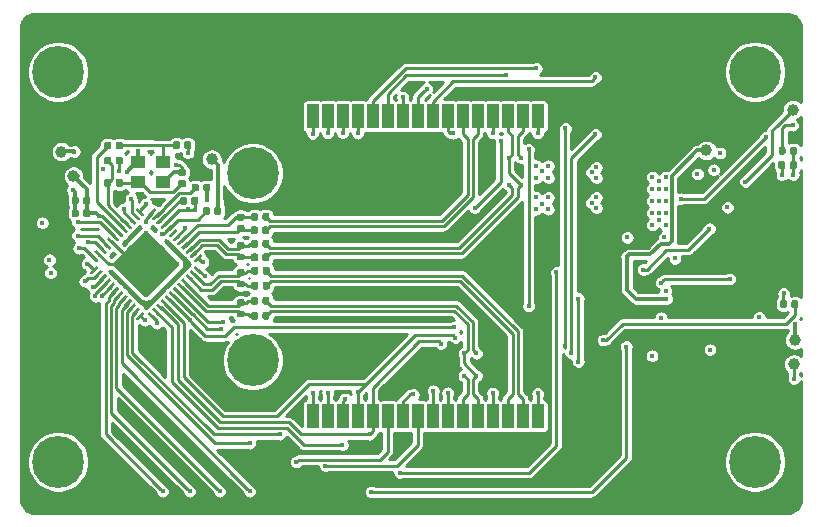
<source format=gbr>
G04 #@! TF.GenerationSoftware,KiCad,Pcbnew,(5.1.2)-2*
G04 #@! TF.CreationDate,2019-11-16T13:35:15-06:00*
G04 #@! TF.ProjectId,spi_control,7370695f-636f-46e7-9472-6f6c2e6b6963,rev?*
G04 #@! TF.SameCoordinates,Original*
G04 #@! TF.FileFunction,Copper,L1,Top*
G04 #@! TF.FilePolarity,Positive*
%FSLAX46Y46*%
G04 Gerber Fmt 4.6, Leading zero omitted, Abs format (unit mm)*
G04 Created by KiCad (PCBNEW (5.1.2)-2) date 2019-11-16 13:35:15*
%MOMM*%
%LPD*%
G04 APERTURE LIST*
%ADD10C,0.100000*%
%ADD11C,0.250000*%
%ADD12C,4.100000*%
%ADD13R,1.000000X2.000000*%
%ADD14R,1.300000X1.100000*%
%ADD15C,0.700000*%
%ADD16C,4.400000*%
%ADD17C,1.000000*%
%ADD18C,0.590000*%
%ADD19C,0.400000*%
%ADD20C,0.250000*%
%ADD21C,0.300000*%
%ADD22C,0.254000*%
G04 APERTURE END LIST*
D10*
G36*
X72635709Y-76410871D02*
G01*
X72641776Y-76411771D01*
X72647726Y-76413261D01*
X72653501Y-76415328D01*
X72659045Y-76417950D01*
X72664306Y-76421103D01*
X72669233Y-76424757D01*
X72673777Y-76428876D01*
X73151074Y-76906173D01*
X73155193Y-76910717D01*
X73158847Y-76915644D01*
X73162000Y-76920905D01*
X73164622Y-76926449D01*
X73166689Y-76932224D01*
X73168179Y-76938174D01*
X73169079Y-76944241D01*
X73169380Y-76950367D01*
X73169079Y-76956493D01*
X73168179Y-76962560D01*
X73166689Y-76968510D01*
X73164622Y-76974285D01*
X73162000Y-76979829D01*
X73158847Y-76985090D01*
X73155193Y-76990017D01*
X73151074Y-76994561D01*
X73062685Y-77082950D01*
X73058141Y-77087069D01*
X73053214Y-77090723D01*
X73047953Y-77093876D01*
X73042409Y-77096498D01*
X73036634Y-77098565D01*
X73030684Y-77100055D01*
X73024617Y-77100955D01*
X73018491Y-77101256D01*
X73012365Y-77100955D01*
X73006298Y-77100055D01*
X73000348Y-77098565D01*
X72994573Y-77096498D01*
X72989029Y-77093876D01*
X72983768Y-77090723D01*
X72978841Y-77087069D01*
X72974297Y-77082950D01*
X72497000Y-76605653D01*
X72492881Y-76601109D01*
X72489227Y-76596182D01*
X72486074Y-76590921D01*
X72483452Y-76585377D01*
X72481385Y-76579602D01*
X72479895Y-76573652D01*
X72478995Y-76567585D01*
X72478694Y-76561459D01*
X72478995Y-76555333D01*
X72479895Y-76549266D01*
X72481385Y-76543316D01*
X72483452Y-76537541D01*
X72486074Y-76531997D01*
X72489227Y-76526736D01*
X72492881Y-76521809D01*
X72497000Y-76517265D01*
X72585389Y-76428876D01*
X72589933Y-76424757D01*
X72594860Y-76421103D01*
X72600121Y-76417950D01*
X72605665Y-76415328D01*
X72611440Y-76413261D01*
X72617390Y-76411771D01*
X72623457Y-76410871D01*
X72629583Y-76410570D01*
X72635709Y-76410871D01*
X72635709Y-76410871D01*
G37*
D11*
X72824037Y-76755913D03*
D10*
G36*
X72282156Y-76764424D02*
G01*
X72288223Y-76765324D01*
X72294173Y-76766814D01*
X72299948Y-76768881D01*
X72305492Y-76771503D01*
X72310753Y-76774656D01*
X72315680Y-76778310D01*
X72320224Y-76782429D01*
X72797521Y-77259726D01*
X72801640Y-77264270D01*
X72805294Y-77269197D01*
X72808447Y-77274458D01*
X72811069Y-77280002D01*
X72813136Y-77285777D01*
X72814626Y-77291727D01*
X72815526Y-77297794D01*
X72815827Y-77303920D01*
X72815526Y-77310046D01*
X72814626Y-77316113D01*
X72813136Y-77322063D01*
X72811069Y-77327838D01*
X72808447Y-77333382D01*
X72805294Y-77338643D01*
X72801640Y-77343570D01*
X72797521Y-77348114D01*
X72709132Y-77436503D01*
X72704588Y-77440622D01*
X72699661Y-77444276D01*
X72694400Y-77447429D01*
X72688856Y-77450051D01*
X72683081Y-77452118D01*
X72677131Y-77453608D01*
X72671064Y-77454508D01*
X72664938Y-77454809D01*
X72658812Y-77454508D01*
X72652745Y-77453608D01*
X72646795Y-77452118D01*
X72641020Y-77450051D01*
X72635476Y-77447429D01*
X72630215Y-77444276D01*
X72625288Y-77440622D01*
X72620744Y-77436503D01*
X72143447Y-76959206D01*
X72139328Y-76954662D01*
X72135674Y-76949735D01*
X72132521Y-76944474D01*
X72129899Y-76938930D01*
X72127832Y-76933155D01*
X72126342Y-76927205D01*
X72125442Y-76921138D01*
X72125141Y-76915012D01*
X72125442Y-76908886D01*
X72126342Y-76902819D01*
X72127832Y-76896869D01*
X72129899Y-76891094D01*
X72132521Y-76885550D01*
X72135674Y-76880289D01*
X72139328Y-76875362D01*
X72143447Y-76870818D01*
X72231836Y-76782429D01*
X72236380Y-76778310D01*
X72241307Y-76774656D01*
X72246568Y-76771503D01*
X72252112Y-76768881D01*
X72257887Y-76766814D01*
X72263837Y-76765324D01*
X72269904Y-76764424D01*
X72276030Y-76764123D01*
X72282156Y-76764424D01*
X72282156Y-76764424D01*
G37*
D11*
X72470484Y-77109466D03*
D10*
G36*
X71928602Y-77117978D02*
G01*
X71934669Y-77118878D01*
X71940619Y-77120368D01*
X71946394Y-77122435D01*
X71951938Y-77125057D01*
X71957199Y-77128210D01*
X71962126Y-77131864D01*
X71966670Y-77135983D01*
X72443967Y-77613280D01*
X72448086Y-77617824D01*
X72451740Y-77622751D01*
X72454893Y-77628012D01*
X72457515Y-77633556D01*
X72459582Y-77639331D01*
X72461072Y-77645281D01*
X72461972Y-77651348D01*
X72462273Y-77657474D01*
X72461972Y-77663600D01*
X72461072Y-77669667D01*
X72459582Y-77675617D01*
X72457515Y-77681392D01*
X72454893Y-77686936D01*
X72451740Y-77692197D01*
X72448086Y-77697124D01*
X72443967Y-77701668D01*
X72355578Y-77790057D01*
X72351034Y-77794176D01*
X72346107Y-77797830D01*
X72340846Y-77800983D01*
X72335302Y-77803605D01*
X72329527Y-77805672D01*
X72323577Y-77807162D01*
X72317510Y-77808062D01*
X72311384Y-77808363D01*
X72305258Y-77808062D01*
X72299191Y-77807162D01*
X72293241Y-77805672D01*
X72287466Y-77803605D01*
X72281922Y-77800983D01*
X72276661Y-77797830D01*
X72271734Y-77794176D01*
X72267190Y-77790057D01*
X71789893Y-77312760D01*
X71785774Y-77308216D01*
X71782120Y-77303289D01*
X71778967Y-77298028D01*
X71776345Y-77292484D01*
X71774278Y-77286709D01*
X71772788Y-77280759D01*
X71771888Y-77274692D01*
X71771587Y-77268566D01*
X71771888Y-77262440D01*
X71772788Y-77256373D01*
X71774278Y-77250423D01*
X71776345Y-77244648D01*
X71778967Y-77239104D01*
X71782120Y-77233843D01*
X71785774Y-77228916D01*
X71789893Y-77224372D01*
X71878282Y-77135983D01*
X71882826Y-77131864D01*
X71887753Y-77128210D01*
X71893014Y-77125057D01*
X71898558Y-77122435D01*
X71904333Y-77120368D01*
X71910283Y-77118878D01*
X71916350Y-77117978D01*
X71922476Y-77117677D01*
X71928602Y-77117978D01*
X71928602Y-77117978D01*
G37*
D11*
X72116930Y-77463020D03*
D10*
G36*
X71575049Y-77471531D02*
G01*
X71581116Y-77472431D01*
X71587066Y-77473921D01*
X71592841Y-77475988D01*
X71598385Y-77478610D01*
X71603646Y-77481763D01*
X71608573Y-77485417D01*
X71613117Y-77489536D01*
X72090414Y-77966833D01*
X72094533Y-77971377D01*
X72098187Y-77976304D01*
X72101340Y-77981565D01*
X72103962Y-77987109D01*
X72106029Y-77992884D01*
X72107519Y-77998834D01*
X72108419Y-78004901D01*
X72108720Y-78011027D01*
X72108419Y-78017153D01*
X72107519Y-78023220D01*
X72106029Y-78029170D01*
X72103962Y-78034945D01*
X72101340Y-78040489D01*
X72098187Y-78045750D01*
X72094533Y-78050677D01*
X72090414Y-78055221D01*
X72002025Y-78143610D01*
X71997481Y-78147729D01*
X71992554Y-78151383D01*
X71987293Y-78154536D01*
X71981749Y-78157158D01*
X71975974Y-78159225D01*
X71970024Y-78160715D01*
X71963957Y-78161615D01*
X71957831Y-78161916D01*
X71951705Y-78161615D01*
X71945638Y-78160715D01*
X71939688Y-78159225D01*
X71933913Y-78157158D01*
X71928369Y-78154536D01*
X71923108Y-78151383D01*
X71918181Y-78147729D01*
X71913637Y-78143610D01*
X71436340Y-77666313D01*
X71432221Y-77661769D01*
X71428567Y-77656842D01*
X71425414Y-77651581D01*
X71422792Y-77646037D01*
X71420725Y-77640262D01*
X71419235Y-77634312D01*
X71418335Y-77628245D01*
X71418034Y-77622119D01*
X71418335Y-77615993D01*
X71419235Y-77609926D01*
X71420725Y-77603976D01*
X71422792Y-77598201D01*
X71425414Y-77592657D01*
X71428567Y-77587396D01*
X71432221Y-77582469D01*
X71436340Y-77577925D01*
X71524729Y-77489536D01*
X71529273Y-77485417D01*
X71534200Y-77481763D01*
X71539461Y-77478610D01*
X71545005Y-77475988D01*
X71550780Y-77473921D01*
X71556730Y-77472431D01*
X71562797Y-77471531D01*
X71568923Y-77471230D01*
X71575049Y-77471531D01*
X71575049Y-77471531D01*
G37*
D11*
X71763377Y-77816573D03*
D10*
G36*
X71221495Y-77825084D02*
G01*
X71227562Y-77825984D01*
X71233512Y-77827474D01*
X71239287Y-77829541D01*
X71244831Y-77832163D01*
X71250092Y-77835316D01*
X71255019Y-77838970D01*
X71259563Y-77843089D01*
X71736860Y-78320386D01*
X71740979Y-78324930D01*
X71744633Y-78329857D01*
X71747786Y-78335118D01*
X71750408Y-78340662D01*
X71752475Y-78346437D01*
X71753965Y-78352387D01*
X71754865Y-78358454D01*
X71755166Y-78364580D01*
X71754865Y-78370706D01*
X71753965Y-78376773D01*
X71752475Y-78382723D01*
X71750408Y-78388498D01*
X71747786Y-78394042D01*
X71744633Y-78399303D01*
X71740979Y-78404230D01*
X71736860Y-78408774D01*
X71648471Y-78497163D01*
X71643927Y-78501282D01*
X71639000Y-78504936D01*
X71633739Y-78508089D01*
X71628195Y-78510711D01*
X71622420Y-78512778D01*
X71616470Y-78514268D01*
X71610403Y-78515168D01*
X71604277Y-78515469D01*
X71598151Y-78515168D01*
X71592084Y-78514268D01*
X71586134Y-78512778D01*
X71580359Y-78510711D01*
X71574815Y-78508089D01*
X71569554Y-78504936D01*
X71564627Y-78501282D01*
X71560083Y-78497163D01*
X71082786Y-78019866D01*
X71078667Y-78015322D01*
X71075013Y-78010395D01*
X71071860Y-78005134D01*
X71069238Y-77999590D01*
X71067171Y-77993815D01*
X71065681Y-77987865D01*
X71064781Y-77981798D01*
X71064480Y-77975672D01*
X71064781Y-77969546D01*
X71065681Y-77963479D01*
X71067171Y-77957529D01*
X71069238Y-77951754D01*
X71071860Y-77946210D01*
X71075013Y-77940949D01*
X71078667Y-77936022D01*
X71082786Y-77931478D01*
X71171175Y-77843089D01*
X71175719Y-77838970D01*
X71180646Y-77835316D01*
X71185907Y-77832163D01*
X71191451Y-77829541D01*
X71197226Y-77827474D01*
X71203176Y-77825984D01*
X71209243Y-77825084D01*
X71215369Y-77824783D01*
X71221495Y-77825084D01*
X71221495Y-77825084D01*
G37*
D11*
X71409823Y-78170126D03*
D10*
G36*
X70867942Y-78178638D02*
G01*
X70874009Y-78179538D01*
X70879959Y-78181028D01*
X70885734Y-78183095D01*
X70891278Y-78185717D01*
X70896539Y-78188870D01*
X70901466Y-78192524D01*
X70906010Y-78196643D01*
X71383307Y-78673940D01*
X71387426Y-78678484D01*
X71391080Y-78683411D01*
X71394233Y-78688672D01*
X71396855Y-78694216D01*
X71398922Y-78699991D01*
X71400412Y-78705941D01*
X71401312Y-78712008D01*
X71401613Y-78718134D01*
X71401312Y-78724260D01*
X71400412Y-78730327D01*
X71398922Y-78736277D01*
X71396855Y-78742052D01*
X71394233Y-78747596D01*
X71391080Y-78752857D01*
X71387426Y-78757784D01*
X71383307Y-78762328D01*
X71294918Y-78850717D01*
X71290374Y-78854836D01*
X71285447Y-78858490D01*
X71280186Y-78861643D01*
X71274642Y-78864265D01*
X71268867Y-78866332D01*
X71262917Y-78867822D01*
X71256850Y-78868722D01*
X71250724Y-78869023D01*
X71244598Y-78868722D01*
X71238531Y-78867822D01*
X71232581Y-78866332D01*
X71226806Y-78864265D01*
X71221262Y-78861643D01*
X71216001Y-78858490D01*
X71211074Y-78854836D01*
X71206530Y-78850717D01*
X70729233Y-78373420D01*
X70725114Y-78368876D01*
X70721460Y-78363949D01*
X70718307Y-78358688D01*
X70715685Y-78353144D01*
X70713618Y-78347369D01*
X70712128Y-78341419D01*
X70711228Y-78335352D01*
X70710927Y-78329226D01*
X70711228Y-78323100D01*
X70712128Y-78317033D01*
X70713618Y-78311083D01*
X70715685Y-78305308D01*
X70718307Y-78299764D01*
X70721460Y-78294503D01*
X70725114Y-78289576D01*
X70729233Y-78285032D01*
X70817622Y-78196643D01*
X70822166Y-78192524D01*
X70827093Y-78188870D01*
X70832354Y-78185717D01*
X70837898Y-78183095D01*
X70843673Y-78181028D01*
X70849623Y-78179538D01*
X70855690Y-78178638D01*
X70861816Y-78178337D01*
X70867942Y-78178638D01*
X70867942Y-78178638D01*
G37*
D11*
X71056270Y-78523680D03*
D10*
G36*
X70514389Y-78532191D02*
G01*
X70520456Y-78533091D01*
X70526406Y-78534581D01*
X70532181Y-78536648D01*
X70537725Y-78539270D01*
X70542986Y-78542423D01*
X70547913Y-78546077D01*
X70552457Y-78550196D01*
X71029754Y-79027493D01*
X71033873Y-79032037D01*
X71037527Y-79036964D01*
X71040680Y-79042225D01*
X71043302Y-79047769D01*
X71045369Y-79053544D01*
X71046859Y-79059494D01*
X71047759Y-79065561D01*
X71048060Y-79071687D01*
X71047759Y-79077813D01*
X71046859Y-79083880D01*
X71045369Y-79089830D01*
X71043302Y-79095605D01*
X71040680Y-79101149D01*
X71037527Y-79106410D01*
X71033873Y-79111337D01*
X71029754Y-79115881D01*
X70941365Y-79204270D01*
X70936821Y-79208389D01*
X70931894Y-79212043D01*
X70926633Y-79215196D01*
X70921089Y-79217818D01*
X70915314Y-79219885D01*
X70909364Y-79221375D01*
X70903297Y-79222275D01*
X70897171Y-79222576D01*
X70891045Y-79222275D01*
X70884978Y-79221375D01*
X70879028Y-79219885D01*
X70873253Y-79217818D01*
X70867709Y-79215196D01*
X70862448Y-79212043D01*
X70857521Y-79208389D01*
X70852977Y-79204270D01*
X70375680Y-78726973D01*
X70371561Y-78722429D01*
X70367907Y-78717502D01*
X70364754Y-78712241D01*
X70362132Y-78706697D01*
X70360065Y-78700922D01*
X70358575Y-78694972D01*
X70357675Y-78688905D01*
X70357374Y-78682779D01*
X70357675Y-78676653D01*
X70358575Y-78670586D01*
X70360065Y-78664636D01*
X70362132Y-78658861D01*
X70364754Y-78653317D01*
X70367907Y-78648056D01*
X70371561Y-78643129D01*
X70375680Y-78638585D01*
X70464069Y-78550196D01*
X70468613Y-78546077D01*
X70473540Y-78542423D01*
X70478801Y-78539270D01*
X70484345Y-78536648D01*
X70490120Y-78534581D01*
X70496070Y-78533091D01*
X70502137Y-78532191D01*
X70508263Y-78531890D01*
X70514389Y-78532191D01*
X70514389Y-78532191D01*
G37*
D11*
X70702717Y-78877233D03*
D10*
G36*
X70160835Y-78885744D02*
G01*
X70166902Y-78886644D01*
X70172852Y-78888134D01*
X70178627Y-78890201D01*
X70184171Y-78892823D01*
X70189432Y-78895976D01*
X70194359Y-78899630D01*
X70198903Y-78903749D01*
X70676200Y-79381046D01*
X70680319Y-79385590D01*
X70683973Y-79390517D01*
X70687126Y-79395778D01*
X70689748Y-79401322D01*
X70691815Y-79407097D01*
X70693305Y-79413047D01*
X70694205Y-79419114D01*
X70694506Y-79425240D01*
X70694205Y-79431366D01*
X70693305Y-79437433D01*
X70691815Y-79443383D01*
X70689748Y-79449158D01*
X70687126Y-79454702D01*
X70683973Y-79459963D01*
X70680319Y-79464890D01*
X70676200Y-79469434D01*
X70587811Y-79557823D01*
X70583267Y-79561942D01*
X70578340Y-79565596D01*
X70573079Y-79568749D01*
X70567535Y-79571371D01*
X70561760Y-79573438D01*
X70555810Y-79574928D01*
X70549743Y-79575828D01*
X70543617Y-79576129D01*
X70537491Y-79575828D01*
X70531424Y-79574928D01*
X70525474Y-79573438D01*
X70519699Y-79571371D01*
X70514155Y-79568749D01*
X70508894Y-79565596D01*
X70503967Y-79561942D01*
X70499423Y-79557823D01*
X70022126Y-79080526D01*
X70018007Y-79075982D01*
X70014353Y-79071055D01*
X70011200Y-79065794D01*
X70008578Y-79060250D01*
X70006511Y-79054475D01*
X70005021Y-79048525D01*
X70004121Y-79042458D01*
X70003820Y-79036332D01*
X70004121Y-79030206D01*
X70005021Y-79024139D01*
X70006511Y-79018189D01*
X70008578Y-79012414D01*
X70011200Y-79006870D01*
X70014353Y-79001609D01*
X70018007Y-78996682D01*
X70022126Y-78992138D01*
X70110515Y-78903749D01*
X70115059Y-78899630D01*
X70119986Y-78895976D01*
X70125247Y-78892823D01*
X70130791Y-78890201D01*
X70136566Y-78888134D01*
X70142516Y-78886644D01*
X70148583Y-78885744D01*
X70154709Y-78885443D01*
X70160835Y-78885744D01*
X70160835Y-78885744D01*
G37*
D11*
X70349163Y-79230786D03*
D10*
G36*
X69807282Y-79239298D02*
G01*
X69813349Y-79240198D01*
X69819299Y-79241688D01*
X69825074Y-79243755D01*
X69830618Y-79246377D01*
X69835879Y-79249530D01*
X69840806Y-79253184D01*
X69845350Y-79257303D01*
X70322647Y-79734600D01*
X70326766Y-79739144D01*
X70330420Y-79744071D01*
X70333573Y-79749332D01*
X70336195Y-79754876D01*
X70338262Y-79760651D01*
X70339752Y-79766601D01*
X70340652Y-79772668D01*
X70340953Y-79778794D01*
X70340652Y-79784920D01*
X70339752Y-79790987D01*
X70338262Y-79796937D01*
X70336195Y-79802712D01*
X70333573Y-79808256D01*
X70330420Y-79813517D01*
X70326766Y-79818444D01*
X70322647Y-79822988D01*
X70234258Y-79911377D01*
X70229714Y-79915496D01*
X70224787Y-79919150D01*
X70219526Y-79922303D01*
X70213982Y-79924925D01*
X70208207Y-79926992D01*
X70202257Y-79928482D01*
X70196190Y-79929382D01*
X70190064Y-79929683D01*
X70183938Y-79929382D01*
X70177871Y-79928482D01*
X70171921Y-79926992D01*
X70166146Y-79924925D01*
X70160602Y-79922303D01*
X70155341Y-79919150D01*
X70150414Y-79915496D01*
X70145870Y-79911377D01*
X69668573Y-79434080D01*
X69664454Y-79429536D01*
X69660800Y-79424609D01*
X69657647Y-79419348D01*
X69655025Y-79413804D01*
X69652958Y-79408029D01*
X69651468Y-79402079D01*
X69650568Y-79396012D01*
X69650267Y-79389886D01*
X69650568Y-79383760D01*
X69651468Y-79377693D01*
X69652958Y-79371743D01*
X69655025Y-79365968D01*
X69657647Y-79360424D01*
X69660800Y-79355163D01*
X69664454Y-79350236D01*
X69668573Y-79345692D01*
X69756962Y-79257303D01*
X69761506Y-79253184D01*
X69766433Y-79249530D01*
X69771694Y-79246377D01*
X69777238Y-79243755D01*
X69783013Y-79241688D01*
X69788963Y-79240198D01*
X69795030Y-79239298D01*
X69801156Y-79238997D01*
X69807282Y-79239298D01*
X69807282Y-79239298D01*
G37*
D11*
X69995610Y-79584340D03*
D10*
G36*
X69453729Y-79592851D02*
G01*
X69459796Y-79593751D01*
X69465746Y-79595241D01*
X69471521Y-79597308D01*
X69477065Y-79599930D01*
X69482326Y-79603083D01*
X69487253Y-79606737D01*
X69491797Y-79610856D01*
X69969094Y-80088153D01*
X69973213Y-80092697D01*
X69976867Y-80097624D01*
X69980020Y-80102885D01*
X69982642Y-80108429D01*
X69984709Y-80114204D01*
X69986199Y-80120154D01*
X69987099Y-80126221D01*
X69987400Y-80132347D01*
X69987099Y-80138473D01*
X69986199Y-80144540D01*
X69984709Y-80150490D01*
X69982642Y-80156265D01*
X69980020Y-80161809D01*
X69976867Y-80167070D01*
X69973213Y-80171997D01*
X69969094Y-80176541D01*
X69880705Y-80264930D01*
X69876161Y-80269049D01*
X69871234Y-80272703D01*
X69865973Y-80275856D01*
X69860429Y-80278478D01*
X69854654Y-80280545D01*
X69848704Y-80282035D01*
X69842637Y-80282935D01*
X69836511Y-80283236D01*
X69830385Y-80282935D01*
X69824318Y-80282035D01*
X69818368Y-80280545D01*
X69812593Y-80278478D01*
X69807049Y-80275856D01*
X69801788Y-80272703D01*
X69796861Y-80269049D01*
X69792317Y-80264930D01*
X69315020Y-79787633D01*
X69310901Y-79783089D01*
X69307247Y-79778162D01*
X69304094Y-79772901D01*
X69301472Y-79767357D01*
X69299405Y-79761582D01*
X69297915Y-79755632D01*
X69297015Y-79749565D01*
X69296714Y-79743439D01*
X69297015Y-79737313D01*
X69297915Y-79731246D01*
X69299405Y-79725296D01*
X69301472Y-79719521D01*
X69304094Y-79713977D01*
X69307247Y-79708716D01*
X69310901Y-79703789D01*
X69315020Y-79699245D01*
X69403409Y-79610856D01*
X69407953Y-79606737D01*
X69412880Y-79603083D01*
X69418141Y-79599930D01*
X69423685Y-79597308D01*
X69429460Y-79595241D01*
X69435410Y-79593751D01*
X69441477Y-79592851D01*
X69447603Y-79592550D01*
X69453729Y-79592851D01*
X69453729Y-79592851D01*
G37*
D11*
X69642057Y-79937893D03*
D10*
G36*
X69100175Y-79946405D02*
G01*
X69106242Y-79947305D01*
X69112192Y-79948795D01*
X69117967Y-79950862D01*
X69123511Y-79953484D01*
X69128772Y-79956637D01*
X69133699Y-79960291D01*
X69138243Y-79964410D01*
X69615540Y-80441707D01*
X69619659Y-80446251D01*
X69623313Y-80451178D01*
X69626466Y-80456439D01*
X69629088Y-80461983D01*
X69631155Y-80467758D01*
X69632645Y-80473708D01*
X69633545Y-80479775D01*
X69633846Y-80485901D01*
X69633545Y-80492027D01*
X69632645Y-80498094D01*
X69631155Y-80504044D01*
X69629088Y-80509819D01*
X69626466Y-80515363D01*
X69623313Y-80520624D01*
X69619659Y-80525551D01*
X69615540Y-80530095D01*
X69527151Y-80618484D01*
X69522607Y-80622603D01*
X69517680Y-80626257D01*
X69512419Y-80629410D01*
X69506875Y-80632032D01*
X69501100Y-80634099D01*
X69495150Y-80635589D01*
X69489083Y-80636489D01*
X69482957Y-80636790D01*
X69476831Y-80636489D01*
X69470764Y-80635589D01*
X69464814Y-80634099D01*
X69459039Y-80632032D01*
X69453495Y-80629410D01*
X69448234Y-80626257D01*
X69443307Y-80622603D01*
X69438763Y-80618484D01*
X68961466Y-80141187D01*
X68957347Y-80136643D01*
X68953693Y-80131716D01*
X68950540Y-80126455D01*
X68947918Y-80120911D01*
X68945851Y-80115136D01*
X68944361Y-80109186D01*
X68943461Y-80103119D01*
X68943160Y-80096993D01*
X68943461Y-80090867D01*
X68944361Y-80084800D01*
X68945851Y-80078850D01*
X68947918Y-80073075D01*
X68950540Y-80067531D01*
X68953693Y-80062270D01*
X68957347Y-80057343D01*
X68961466Y-80052799D01*
X69049855Y-79964410D01*
X69054399Y-79960291D01*
X69059326Y-79956637D01*
X69064587Y-79953484D01*
X69070131Y-79950862D01*
X69075906Y-79948795D01*
X69081856Y-79947305D01*
X69087923Y-79946405D01*
X69094049Y-79946104D01*
X69100175Y-79946405D01*
X69100175Y-79946405D01*
G37*
D11*
X69288503Y-80291447D03*
D10*
G36*
X68746622Y-80299958D02*
G01*
X68752689Y-80300858D01*
X68758639Y-80302348D01*
X68764414Y-80304415D01*
X68769958Y-80307037D01*
X68775219Y-80310190D01*
X68780146Y-80313844D01*
X68784690Y-80317963D01*
X69261987Y-80795260D01*
X69266106Y-80799804D01*
X69269760Y-80804731D01*
X69272913Y-80809992D01*
X69275535Y-80815536D01*
X69277602Y-80821311D01*
X69279092Y-80827261D01*
X69279992Y-80833328D01*
X69280293Y-80839454D01*
X69279992Y-80845580D01*
X69279092Y-80851647D01*
X69277602Y-80857597D01*
X69275535Y-80863372D01*
X69272913Y-80868916D01*
X69269760Y-80874177D01*
X69266106Y-80879104D01*
X69261987Y-80883648D01*
X69173598Y-80972037D01*
X69169054Y-80976156D01*
X69164127Y-80979810D01*
X69158866Y-80982963D01*
X69153322Y-80985585D01*
X69147547Y-80987652D01*
X69141597Y-80989142D01*
X69135530Y-80990042D01*
X69129404Y-80990343D01*
X69123278Y-80990042D01*
X69117211Y-80989142D01*
X69111261Y-80987652D01*
X69105486Y-80985585D01*
X69099942Y-80982963D01*
X69094681Y-80979810D01*
X69089754Y-80976156D01*
X69085210Y-80972037D01*
X68607913Y-80494740D01*
X68603794Y-80490196D01*
X68600140Y-80485269D01*
X68596987Y-80480008D01*
X68594365Y-80474464D01*
X68592298Y-80468689D01*
X68590808Y-80462739D01*
X68589908Y-80456672D01*
X68589607Y-80450546D01*
X68589908Y-80444420D01*
X68590808Y-80438353D01*
X68592298Y-80432403D01*
X68594365Y-80426628D01*
X68596987Y-80421084D01*
X68600140Y-80415823D01*
X68603794Y-80410896D01*
X68607913Y-80406352D01*
X68696302Y-80317963D01*
X68700846Y-80313844D01*
X68705773Y-80310190D01*
X68711034Y-80307037D01*
X68716578Y-80304415D01*
X68722353Y-80302348D01*
X68728303Y-80300858D01*
X68734370Y-80299958D01*
X68740496Y-80299657D01*
X68746622Y-80299958D01*
X68746622Y-80299958D01*
G37*
D11*
X68934950Y-80645000D03*
D10*
G36*
X68145580Y-80299958D02*
G01*
X68151647Y-80300858D01*
X68157597Y-80302348D01*
X68163372Y-80304415D01*
X68168916Y-80307037D01*
X68174177Y-80310190D01*
X68179104Y-80313844D01*
X68183648Y-80317963D01*
X68272037Y-80406352D01*
X68276156Y-80410896D01*
X68279810Y-80415823D01*
X68282963Y-80421084D01*
X68285585Y-80426628D01*
X68287652Y-80432403D01*
X68289142Y-80438353D01*
X68290042Y-80444420D01*
X68290343Y-80450546D01*
X68290042Y-80456672D01*
X68289142Y-80462739D01*
X68287652Y-80468689D01*
X68285585Y-80474464D01*
X68282963Y-80480008D01*
X68279810Y-80485269D01*
X68276156Y-80490196D01*
X68272037Y-80494740D01*
X67794740Y-80972037D01*
X67790196Y-80976156D01*
X67785269Y-80979810D01*
X67780008Y-80982963D01*
X67774464Y-80985585D01*
X67768689Y-80987652D01*
X67762739Y-80989142D01*
X67756672Y-80990042D01*
X67750546Y-80990343D01*
X67744420Y-80990042D01*
X67738353Y-80989142D01*
X67732403Y-80987652D01*
X67726628Y-80985585D01*
X67721084Y-80982963D01*
X67715823Y-80979810D01*
X67710896Y-80976156D01*
X67706352Y-80972037D01*
X67617963Y-80883648D01*
X67613844Y-80879104D01*
X67610190Y-80874177D01*
X67607037Y-80868916D01*
X67604415Y-80863372D01*
X67602348Y-80857597D01*
X67600858Y-80851647D01*
X67599958Y-80845580D01*
X67599657Y-80839454D01*
X67599958Y-80833328D01*
X67600858Y-80827261D01*
X67602348Y-80821311D01*
X67604415Y-80815536D01*
X67607037Y-80809992D01*
X67610190Y-80804731D01*
X67613844Y-80799804D01*
X67617963Y-80795260D01*
X68095260Y-80317963D01*
X68099804Y-80313844D01*
X68104731Y-80310190D01*
X68109992Y-80307037D01*
X68115536Y-80304415D01*
X68121311Y-80302348D01*
X68127261Y-80300858D01*
X68133328Y-80299958D01*
X68139454Y-80299657D01*
X68145580Y-80299958D01*
X68145580Y-80299958D01*
G37*
D11*
X67945000Y-80645000D03*
D10*
G36*
X67792027Y-79946405D02*
G01*
X67798094Y-79947305D01*
X67804044Y-79948795D01*
X67809819Y-79950862D01*
X67815363Y-79953484D01*
X67820624Y-79956637D01*
X67825551Y-79960291D01*
X67830095Y-79964410D01*
X67918484Y-80052799D01*
X67922603Y-80057343D01*
X67926257Y-80062270D01*
X67929410Y-80067531D01*
X67932032Y-80073075D01*
X67934099Y-80078850D01*
X67935589Y-80084800D01*
X67936489Y-80090867D01*
X67936790Y-80096993D01*
X67936489Y-80103119D01*
X67935589Y-80109186D01*
X67934099Y-80115136D01*
X67932032Y-80120911D01*
X67929410Y-80126455D01*
X67926257Y-80131716D01*
X67922603Y-80136643D01*
X67918484Y-80141187D01*
X67441187Y-80618484D01*
X67436643Y-80622603D01*
X67431716Y-80626257D01*
X67426455Y-80629410D01*
X67420911Y-80632032D01*
X67415136Y-80634099D01*
X67409186Y-80635589D01*
X67403119Y-80636489D01*
X67396993Y-80636790D01*
X67390867Y-80636489D01*
X67384800Y-80635589D01*
X67378850Y-80634099D01*
X67373075Y-80632032D01*
X67367531Y-80629410D01*
X67362270Y-80626257D01*
X67357343Y-80622603D01*
X67352799Y-80618484D01*
X67264410Y-80530095D01*
X67260291Y-80525551D01*
X67256637Y-80520624D01*
X67253484Y-80515363D01*
X67250862Y-80509819D01*
X67248795Y-80504044D01*
X67247305Y-80498094D01*
X67246405Y-80492027D01*
X67246104Y-80485901D01*
X67246405Y-80479775D01*
X67247305Y-80473708D01*
X67248795Y-80467758D01*
X67250862Y-80461983D01*
X67253484Y-80456439D01*
X67256637Y-80451178D01*
X67260291Y-80446251D01*
X67264410Y-80441707D01*
X67741707Y-79964410D01*
X67746251Y-79960291D01*
X67751178Y-79956637D01*
X67756439Y-79953484D01*
X67761983Y-79950862D01*
X67767758Y-79948795D01*
X67773708Y-79947305D01*
X67779775Y-79946405D01*
X67785901Y-79946104D01*
X67792027Y-79946405D01*
X67792027Y-79946405D01*
G37*
D11*
X67591447Y-80291447D03*
D10*
G36*
X67438473Y-79592851D02*
G01*
X67444540Y-79593751D01*
X67450490Y-79595241D01*
X67456265Y-79597308D01*
X67461809Y-79599930D01*
X67467070Y-79603083D01*
X67471997Y-79606737D01*
X67476541Y-79610856D01*
X67564930Y-79699245D01*
X67569049Y-79703789D01*
X67572703Y-79708716D01*
X67575856Y-79713977D01*
X67578478Y-79719521D01*
X67580545Y-79725296D01*
X67582035Y-79731246D01*
X67582935Y-79737313D01*
X67583236Y-79743439D01*
X67582935Y-79749565D01*
X67582035Y-79755632D01*
X67580545Y-79761582D01*
X67578478Y-79767357D01*
X67575856Y-79772901D01*
X67572703Y-79778162D01*
X67569049Y-79783089D01*
X67564930Y-79787633D01*
X67087633Y-80264930D01*
X67083089Y-80269049D01*
X67078162Y-80272703D01*
X67072901Y-80275856D01*
X67067357Y-80278478D01*
X67061582Y-80280545D01*
X67055632Y-80282035D01*
X67049565Y-80282935D01*
X67043439Y-80283236D01*
X67037313Y-80282935D01*
X67031246Y-80282035D01*
X67025296Y-80280545D01*
X67019521Y-80278478D01*
X67013977Y-80275856D01*
X67008716Y-80272703D01*
X67003789Y-80269049D01*
X66999245Y-80264930D01*
X66910856Y-80176541D01*
X66906737Y-80171997D01*
X66903083Y-80167070D01*
X66899930Y-80161809D01*
X66897308Y-80156265D01*
X66895241Y-80150490D01*
X66893751Y-80144540D01*
X66892851Y-80138473D01*
X66892550Y-80132347D01*
X66892851Y-80126221D01*
X66893751Y-80120154D01*
X66895241Y-80114204D01*
X66897308Y-80108429D01*
X66899930Y-80102885D01*
X66903083Y-80097624D01*
X66906737Y-80092697D01*
X66910856Y-80088153D01*
X67388153Y-79610856D01*
X67392697Y-79606737D01*
X67397624Y-79603083D01*
X67402885Y-79599930D01*
X67408429Y-79597308D01*
X67414204Y-79595241D01*
X67420154Y-79593751D01*
X67426221Y-79592851D01*
X67432347Y-79592550D01*
X67438473Y-79592851D01*
X67438473Y-79592851D01*
G37*
D11*
X67237893Y-79937893D03*
D10*
G36*
X67084920Y-79239298D02*
G01*
X67090987Y-79240198D01*
X67096937Y-79241688D01*
X67102712Y-79243755D01*
X67108256Y-79246377D01*
X67113517Y-79249530D01*
X67118444Y-79253184D01*
X67122988Y-79257303D01*
X67211377Y-79345692D01*
X67215496Y-79350236D01*
X67219150Y-79355163D01*
X67222303Y-79360424D01*
X67224925Y-79365968D01*
X67226992Y-79371743D01*
X67228482Y-79377693D01*
X67229382Y-79383760D01*
X67229683Y-79389886D01*
X67229382Y-79396012D01*
X67228482Y-79402079D01*
X67226992Y-79408029D01*
X67224925Y-79413804D01*
X67222303Y-79419348D01*
X67219150Y-79424609D01*
X67215496Y-79429536D01*
X67211377Y-79434080D01*
X66734080Y-79911377D01*
X66729536Y-79915496D01*
X66724609Y-79919150D01*
X66719348Y-79922303D01*
X66713804Y-79924925D01*
X66708029Y-79926992D01*
X66702079Y-79928482D01*
X66696012Y-79929382D01*
X66689886Y-79929683D01*
X66683760Y-79929382D01*
X66677693Y-79928482D01*
X66671743Y-79926992D01*
X66665968Y-79924925D01*
X66660424Y-79922303D01*
X66655163Y-79919150D01*
X66650236Y-79915496D01*
X66645692Y-79911377D01*
X66557303Y-79822988D01*
X66553184Y-79818444D01*
X66549530Y-79813517D01*
X66546377Y-79808256D01*
X66543755Y-79802712D01*
X66541688Y-79796937D01*
X66540198Y-79790987D01*
X66539298Y-79784920D01*
X66538997Y-79778794D01*
X66539298Y-79772668D01*
X66540198Y-79766601D01*
X66541688Y-79760651D01*
X66543755Y-79754876D01*
X66546377Y-79749332D01*
X66549530Y-79744071D01*
X66553184Y-79739144D01*
X66557303Y-79734600D01*
X67034600Y-79257303D01*
X67039144Y-79253184D01*
X67044071Y-79249530D01*
X67049332Y-79246377D01*
X67054876Y-79243755D01*
X67060651Y-79241688D01*
X67066601Y-79240198D01*
X67072668Y-79239298D01*
X67078794Y-79238997D01*
X67084920Y-79239298D01*
X67084920Y-79239298D01*
G37*
D11*
X66884340Y-79584340D03*
D10*
G36*
X66731367Y-78885744D02*
G01*
X66737434Y-78886644D01*
X66743384Y-78888134D01*
X66749159Y-78890201D01*
X66754703Y-78892823D01*
X66759964Y-78895976D01*
X66764891Y-78899630D01*
X66769435Y-78903749D01*
X66857824Y-78992138D01*
X66861943Y-78996682D01*
X66865597Y-79001609D01*
X66868750Y-79006870D01*
X66871372Y-79012414D01*
X66873439Y-79018189D01*
X66874929Y-79024139D01*
X66875829Y-79030206D01*
X66876130Y-79036332D01*
X66875829Y-79042458D01*
X66874929Y-79048525D01*
X66873439Y-79054475D01*
X66871372Y-79060250D01*
X66868750Y-79065794D01*
X66865597Y-79071055D01*
X66861943Y-79075982D01*
X66857824Y-79080526D01*
X66380527Y-79557823D01*
X66375983Y-79561942D01*
X66371056Y-79565596D01*
X66365795Y-79568749D01*
X66360251Y-79571371D01*
X66354476Y-79573438D01*
X66348526Y-79574928D01*
X66342459Y-79575828D01*
X66336333Y-79576129D01*
X66330207Y-79575828D01*
X66324140Y-79574928D01*
X66318190Y-79573438D01*
X66312415Y-79571371D01*
X66306871Y-79568749D01*
X66301610Y-79565596D01*
X66296683Y-79561942D01*
X66292139Y-79557823D01*
X66203750Y-79469434D01*
X66199631Y-79464890D01*
X66195977Y-79459963D01*
X66192824Y-79454702D01*
X66190202Y-79449158D01*
X66188135Y-79443383D01*
X66186645Y-79437433D01*
X66185745Y-79431366D01*
X66185444Y-79425240D01*
X66185745Y-79419114D01*
X66186645Y-79413047D01*
X66188135Y-79407097D01*
X66190202Y-79401322D01*
X66192824Y-79395778D01*
X66195977Y-79390517D01*
X66199631Y-79385590D01*
X66203750Y-79381046D01*
X66681047Y-78903749D01*
X66685591Y-78899630D01*
X66690518Y-78895976D01*
X66695779Y-78892823D01*
X66701323Y-78890201D01*
X66707098Y-78888134D01*
X66713048Y-78886644D01*
X66719115Y-78885744D01*
X66725241Y-78885443D01*
X66731367Y-78885744D01*
X66731367Y-78885744D01*
G37*
D11*
X66530787Y-79230786D03*
D10*
G36*
X66377813Y-78532191D02*
G01*
X66383880Y-78533091D01*
X66389830Y-78534581D01*
X66395605Y-78536648D01*
X66401149Y-78539270D01*
X66406410Y-78542423D01*
X66411337Y-78546077D01*
X66415881Y-78550196D01*
X66504270Y-78638585D01*
X66508389Y-78643129D01*
X66512043Y-78648056D01*
X66515196Y-78653317D01*
X66517818Y-78658861D01*
X66519885Y-78664636D01*
X66521375Y-78670586D01*
X66522275Y-78676653D01*
X66522576Y-78682779D01*
X66522275Y-78688905D01*
X66521375Y-78694972D01*
X66519885Y-78700922D01*
X66517818Y-78706697D01*
X66515196Y-78712241D01*
X66512043Y-78717502D01*
X66508389Y-78722429D01*
X66504270Y-78726973D01*
X66026973Y-79204270D01*
X66022429Y-79208389D01*
X66017502Y-79212043D01*
X66012241Y-79215196D01*
X66006697Y-79217818D01*
X66000922Y-79219885D01*
X65994972Y-79221375D01*
X65988905Y-79222275D01*
X65982779Y-79222576D01*
X65976653Y-79222275D01*
X65970586Y-79221375D01*
X65964636Y-79219885D01*
X65958861Y-79217818D01*
X65953317Y-79215196D01*
X65948056Y-79212043D01*
X65943129Y-79208389D01*
X65938585Y-79204270D01*
X65850196Y-79115881D01*
X65846077Y-79111337D01*
X65842423Y-79106410D01*
X65839270Y-79101149D01*
X65836648Y-79095605D01*
X65834581Y-79089830D01*
X65833091Y-79083880D01*
X65832191Y-79077813D01*
X65831890Y-79071687D01*
X65832191Y-79065561D01*
X65833091Y-79059494D01*
X65834581Y-79053544D01*
X65836648Y-79047769D01*
X65839270Y-79042225D01*
X65842423Y-79036964D01*
X65846077Y-79032037D01*
X65850196Y-79027493D01*
X66327493Y-78550196D01*
X66332037Y-78546077D01*
X66336964Y-78542423D01*
X66342225Y-78539270D01*
X66347769Y-78536648D01*
X66353544Y-78534581D01*
X66359494Y-78533091D01*
X66365561Y-78532191D01*
X66371687Y-78531890D01*
X66377813Y-78532191D01*
X66377813Y-78532191D01*
G37*
D11*
X66177233Y-78877233D03*
D10*
G36*
X66024260Y-78178638D02*
G01*
X66030327Y-78179538D01*
X66036277Y-78181028D01*
X66042052Y-78183095D01*
X66047596Y-78185717D01*
X66052857Y-78188870D01*
X66057784Y-78192524D01*
X66062328Y-78196643D01*
X66150717Y-78285032D01*
X66154836Y-78289576D01*
X66158490Y-78294503D01*
X66161643Y-78299764D01*
X66164265Y-78305308D01*
X66166332Y-78311083D01*
X66167822Y-78317033D01*
X66168722Y-78323100D01*
X66169023Y-78329226D01*
X66168722Y-78335352D01*
X66167822Y-78341419D01*
X66166332Y-78347369D01*
X66164265Y-78353144D01*
X66161643Y-78358688D01*
X66158490Y-78363949D01*
X66154836Y-78368876D01*
X66150717Y-78373420D01*
X65673420Y-78850717D01*
X65668876Y-78854836D01*
X65663949Y-78858490D01*
X65658688Y-78861643D01*
X65653144Y-78864265D01*
X65647369Y-78866332D01*
X65641419Y-78867822D01*
X65635352Y-78868722D01*
X65629226Y-78869023D01*
X65623100Y-78868722D01*
X65617033Y-78867822D01*
X65611083Y-78866332D01*
X65605308Y-78864265D01*
X65599764Y-78861643D01*
X65594503Y-78858490D01*
X65589576Y-78854836D01*
X65585032Y-78850717D01*
X65496643Y-78762328D01*
X65492524Y-78757784D01*
X65488870Y-78752857D01*
X65485717Y-78747596D01*
X65483095Y-78742052D01*
X65481028Y-78736277D01*
X65479538Y-78730327D01*
X65478638Y-78724260D01*
X65478337Y-78718134D01*
X65478638Y-78712008D01*
X65479538Y-78705941D01*
X65481028Y-78699991D01*
X65483095Y-78694216D01*
X65485717Y-78688672D01*
X65488870Y-78683411D01*
X65492524Y-78678484D01*
X65496643Y-78673940D01*
X65973940Y-78196643D01*
X65978484Y-78192524D01*
X65983411Y-78188870D01*
X65988672Y-78185717D01*
X65994216Y-78183095D01*
X65999991Y-78181028D01*
X66005941Y-78179538D01*
X66012008Y-78178638D01*
X66018134Y-78178337D01*
X66024260Y-78178638D01*
X66024260Y-78178638D01*
G37*
D11*
X65823680Y-78523680D03*
D10*
G36*
X65670707Y-77825084D02*
G01*
X65676774Y-77825984D01*
X65682724Y-77827474D01*
X65688499Y-77829541D01*
X65694043Y-77832163D01*
X65699304Y-77835316D01*
X65704231Y-77838970D01*
X65708775Y-77843089D01*
X65797164Y-77931478D01*
X65801283Y-77936022D01*
X65804937Y-77940949D01*
X65808090Y-77946210D01*
X65810712Y-77951754D01*
X65812779Y-77957529D01*
X65814269Y-77963479D01*
X65815169Y-77969546D01*
X65815470Y-77975672D01*
X65815169Y-77981798D01*
X65814269Y-77987865D01*
X65812779Y-77993815D01*
X65810712Y-77999590D01*
X65808090Y-78005134D01*
X65804937Y-78010395D01*
X65801283Y-78015322D01*
X65797164Y-78019866D01*
X65319867Y-78497163D01*
X65315323Y-78501282D01*
X65310396Y-78504936D01*
X65305135Y-78508089D01*
X65299591Y-78510711D01*
X65293816Y-78512778D01*
X65287866Y-78514268D01*
X65281799Y-78515168D01*
X65275673Y-78515469D01*
X65269547Y-78515168D01*
X65263480Y-78514268D01*
X65257530Y-78512778D01*
X65251755Y-78510711D01*
X65246211Y-78508089D01*
X65240950Y-78504936D01*
X65236023Y-78501282D01*
X65231479Y-78497163D01*
X65143090Y-78408774D01*
X65138971Y-78404230D01*
X65135317Y-78399303D01*
X65132164Y-78394042D01*
X65129542Y-78388498D01*
X65127475Y-78382723D01*
X65125985Y-78376773D01*
X65125085Y-78370706D01*
X65124784Y-78364580D01*
X65125085Y-78358454D01*
X65125985Y-78352387D01*
X65127475Y-78346437D01*
X65129542Y-78340662D01*
X65132164Y-78335118D01*
X65135317Y-78329857D01*
X65138971Y-78324930D01*
X65143090Y-78320386D01*
X65620387Y-77843089D01*
X65624931Y-77838970D01*
X65629858Y-77835316D01*
X65635119Y-77832163D01*
X65640663Y-77829541D01*
X65646438Y-77827474D01*
X65652388Y-77825984D01*
X65658455Y-77825084D01*
X65664581Y-77824783D01*
X65670707Y-77825084D01*
X65670707Y-77825084D01*
G37*
D11*
X65470127Y-78170126D03*
D10*
G36*
X65317153Y-77471531D02*
G01*
X65323220Y-77472431D01*
X65329170Y-77473921D01*
X65334945Y-77475988D01*
X65340489Y-77478610D01*
X65345750Y-77481763D01*
X65350677Y-77485417D01*
X65355221Y-77489536D01*
X65443610Y-77577925D01*
X65447729Y-77582469D01*
X65451383Y-77587396D01*
X65454536Y-77592657D01*
X65457158Y-77598201D01*
X65459225Y-77603976D01*
X65460715Y-77609926D01*
X65461615Y-77615993D01*
X65461916Y-77622119D01*
X65461615Y-77628245D01*
X65460715Y-77634312D01*
X65459225Y-77640262D01*
X65457158Y-77646037D01*
X65454536Y-77651581D01*
X65451383Y-77656842D01*
X65447729Y-77661769D01*
X65443610Y-77666313D01*
X64966313Y-78143610D01*
X64961769Y-78147729D01*
X64956842Y-78151383D01*
X64951581Y-78154536D01*
X64946037Y-78157158D01*
X64940262Y-78159225D01*
X64934312Y-78160715D01*
X64928245Y-78161615D01*
X64922119Y-78161916D01*
X64915993Y-78161615D01*
X64909926Y-78160715D01*
X64903976Y-78159225D01*
X64898201Y-78157158D01*
X64892657Y-78154536D01*
X64887396Y-78151383D01*
X64882469Y-78147729D01*
X64877925Y-78143610D01*
X64789536Y-78055221D01*
X64785417Y-78050677D01*
X64781763Y-78045750D01*
X64778610Y-78040489D01*
X64775988Y-78034945D01*
X64773921Y-78029170D01*
X64772431Y-78023220D01*
X64771531Y-78017153D01*
X64771230Y-78011027D01*
X64771531Y-78004901D01*
X64772431Y-77998834D01*
X64773921Y-77992884D01*
X64775988Y-77987109D01*
X64778610Y-77981565D01*
X64781763Y-77976304D01*
X64785417Y-77971377D01*
X64789536Y-77966833D01*
X65266833Y-77489536D01*
X65271377Y-77485417D01*
X65276304Y-77481763D01*
X65281565Y-77478610D01*
X65287109Y-77475988D01*
X65292884Y-77473921D01*
X65298834Y-77472431D01*
X65304901Y-77471531D01*
X65311027Y-77471230D01*
X65317153Y-77471531D01*
X65317153Y-77471531D01*
G37*
D11*
X65116573Y-77816573D03*
D10*
G36*
X64963600Y-77117978D02*
G01*
X64969667Y-77118878D01*
X64975617Y-77120368D01*
X64981392Y-77122435D01*
X64986936Y-77125057D01*
X64992197Y-77128210D01*
X64997124Y-77131864D01*
X65001668Y-77135983D01*
X65090057Y-77224372D01*
X65094176Y-77228916D01*
X65097830Y-77233843D01*
X65100983Y-77239104D01*
X65103605Y-77244648D01*
X65105672Y-77250423D01*
X65107162Y-77256373D01*
X65108062Y-77262440D01*
X65108363Y-77268566D01*
X65108062Y-77274692D01*
X65107162Y-77280759D01*
X65105672Y-77286709D01*
X65103605Y-77292484D01*
X65100983Y-77298028D01*
X65097830Y-77303289D01*
X65094176Y-77308216D01*
X65090057Y-77312760D01*
X64612760Y-77790057D01*
X64608216Y-77794176D01*
X64603289Y-77797830D01*
X64598028Y-77800983D01*
X64592484Y-77803605D01*
X64586709Y-77805672D01*
X64580759Y-77807162D01*
X64574692Y-77808062D01*
X64568566Y-77808363D01*
X64562440Y-77808062D01*
X64556373Y-77807162D01*
X64550423Y-77805672D01*
X64544648Y-77803605D01*
X64539104Y-77800983D01*
X64533843Y-77797830D01*
X64528916Y-77794176D01*
X64524372Y-77790057D01*
X64435983Y-77701668D01*
X64431864Y-77697124D01*
X64428210Y-77692197D01*
X64425057Y-77686936D01*
X64422435Y-77681392D01*
X64420368Y-77675617D01*
X64418878Y-77669667D01*
X64417978Y-77663600D01*
X64417677Y-77657474D01*
X64417978Y-77651348D01*
X64418878Y-77645281D01*
X64420368Y-77639331D01*
X64422435Y-77633556D01*
X64425057Y-77628012D01*
X64428210Y-77622751D01*
X64431864Y-77617824D01*
X64435983Y-77613280D01*
X64913280Y-77135983D01*
X64917824Y-77131864D01*
X64922751Y-77128210D01*
X64928012Y-77125057D01*
X64933556Y-77122435D01*
X64939331Y-77120368D01*
X64945281Y-77118878D01*
X64951348Y-77117978D01*
X64957474Y-77117677D01*
X64963600Y-77117978D01*
X64963600Y-77117978D01*
G37*
D11*
X64763020Y-77463020D03*
D10*
G36*
X64610046Y-76764424D02*
G01*
X64616113Y-76765324D01*
X64622063Y-76766814D01*
X64627838Y-76768881D01*
X64633382Y-76771503D01*
X64638643Y-76774656D01*
X64643570Y-76778310D01*
X64648114Y-76782429D01*
X64736503Y-76870818D01*
X64740622Y-76875362D01*
X64744276Y-76880289D01*
X64747429Y-76885550D01*
X64750051Y-76891094D01*
X64752118Y-76896869D01*
X64753608Y-76902819D01*
X64754508Y-76908886D01*
X64754809Y-76915012D01*
X64754508Y-76921138D01*
X64753608Y-76927205D01*
X64752118Y-76933155D01*
X64750051Y-76938930D01*
X64747429Y-76944474D01*
X64744276Y-76949735D01*
X64740622Y-76954662D01*
X64736503Y-76959206D01*
X64259206Y-77436503D01*
X64254662Y-77440622D01*
X64249735Y-77444276D01*
X64244474Y-77447429D01*
X64238930Y-77450051D01*
X64233155Y-77452118D01*
X64227205Y-77453608D01*
X64221138Y-77454508D01*
X64215012Y-77454809D01*
X64208886Y-77454508D01*
X64202819Y-77453608D01*
X64196869Y-77452118D01*
X64191094Y-77450051D01*
X64185550Y-77447429D01*
X64180289Y-77444276D01*
X64175362Y-77440622D01*
X64170818Y-77436503D01*
X64082429Y-77348114D01*
X64078310Y-77343570D01*
X64074656Y-77338643D01*
X64071503Y-77333382D01*
X64068881Y-77327838D01*
X64066814Y-77322063D01*
X64065324Y-77316113D01*
X64064424Y-77310046D01*
X64064123Y-77303920D01*
X64064424Y-77297794D01*
X64065324Y-77291727D01*
X64066814Y-77285777D01*
X64068881Y-77280002D01*
X64071503Y-77274458D01*
X64074656Y-77269197D01*
X64078310Y-77264270D01*
X64082429Y-77259726D01*
X64559726Y-76782429D01*
X64564270Y-76778310D01*
X64569197Y-76774656D01*
X64574458Y-76771503D01*
X64580002Y-76768881D01*
X64585777Y-76766814D01*
X64591727Y-76765324D01*
X64597794Y-76764424D01*
X64603920Y-76764123D01*
X64610046Y-76764424D01*
X64610046Y-76764424D01*
G37*
D11*
X64409466Y-77109466D03*
D10*
G36*
X64256493Y-76410871D02*
G01*
X64262560Y-76411771D01*
X64268510Y-76413261D01*
X64274285Y-76415328D01*
X64279829Y-76417950D01*
X64285090Y-76421103D01*
X64290017Y-76424757D01*
X64294561Y-76428876D01*
X64382950Y-76517265D01*
X64387069Y-76521809D01*
X64390723Y-76526736D01*
X64393876Y-76531997D01*
X64396498Y-76537541D01*
X64398565Y-76543316D01*
X64400055Y-76549266D01*
X64400955Y-76555333D01*
X64401256Y-76561459D01*
X64400955Y-76567585D01*
X64400055Y-76573652D01*
X64398565Y-76579602D01*
X64396498Y-76585377D01*
X64393876Y-76590921D01*
X64390723Y-76596182D01*
X64387069Y-76601109D01*
X64382950Y-76605653D01*
X63905653Y-77082950D01*
X63901109Y-77087069D01*
X63896182Y-77090723D01*
X63890921Y-77093876D01*
X63885377Y-77096498D01*
X63879602Y-77098565D01*
X63873652Y-77100055D01*
X63867585Y-77100955D01*
X63861459Y-77101256D01*
X63855333Y-77100955D01*
X63849266Y-77100055D01*
X63843316Y-77098565D01*
X63837541Y-77096498D01*
X63831997Y-77093876D01*
X63826736Y-77090723D01*
X63821809Y-77087069D01*
X63817265Y-77082950D01*
X63728876Y-76994561D01*
X63724757Y-76990017D01*
X63721103Y-76985090D01*
X63717950Y-76979829D01*
X63715328Y-76974285D01*
X63713261Y-76968510D01*
X63711771Y-76962560D01*
X63710871Y-76956493D01*
X63710570Y-76950367D01*
X63710871Y-76944241D01*
X63711771Y-76938174D01*
X63713261Y-76932224D01*
X63715328Y-76926449D01*
X63717950Y-76920905D01*
X63721103Y-76915644D01*
X63724757Y-76910717D01*
X63728876Y-76906173D01*
X64206173Y-76428876D01*
X64210717Y-76424757D01*
X64215644Y-76421103D01*
X64220905Y-76417950D01*
X64226449Y-76415328D01*
X64232224Y-76413261D01*
X64238174Y-76411771D01*
X64244241Y-76410871D01*
X64250367Y-76410570D01*
X64256493Y-76410871D01*
X64256493Y-76410871D01*
G37*
D11*
X64055913Y-76755913D03*
D10*
G36*
X63867585Y-75420921D02*
G01*
X63873652Y-75421821D01*
X63879602Y-75423311D01*
X63885377Y-75425378D01*
X63890921Y-75428000D01*
X63896182Y-75431153D01*
X63901109Y-75434807D01*
X63905653Y-75438926D01*
X64382950Y-75916223D01*
X64387069Y-75920767D01*
X64390723Y-75925694D01*
X64393876Y-75930955D01*
X64396498Y-75936499D01*
X64398565Y-75942274D01*
X64400055Y-75948224D01*
X64400955Y-75954291D01*
X64401256Y-75960417D01*
X64400955Y-75966543D01*
X64400055Y-75972610D01*
X64398565Y-75978560D01*
X64396498Y-75984335D01*
X64393876Y-75989879D01*
X64390723Y-75995140D01*
X64387069Y-76000067D01*
X64382950Y-76004611D01*
X64294561Y-76093000D01*
X64290017Y-76097119D01*
X64285090Y-76100773D01*
X64279829Y-76103926D01*
X64274285Y-76106548D01*
X64268510Y-76108615D01*
X64262560Y-76110105D01*
X64256493Y-76111005D01*
X64250367Y-76111306D01*
X64244241Y-76111005D01*
X64238174Y-76110105D01*
X64232224Y-76108615D01*
X64226449Y-76106548D01*
X64220905Y-76103926D01*
X64215644Y-76100773D01*
X64210717Y-76097119D01*
X64206173Y-76093000D01*
X63728876Y-75615703D01*
X63724757Y-75611159D01*
X63721103Y-75606232D01*
X63717950Y-75600971D01*
X63715328Y-75595427D01*
X63713261Y-75589652D01*
X63711771Y-75583702D01*
X63710871Y-75577635D01*
X63710570Y-75571509D01*
X63710871Y-75565383D01*
X63711771Y-75559316D01*
X63713261Y-75553366D01*
X63715328Y-75547591D01*
X63717950Y-75542047D01*
X63721103Y-75536786D01*
X63724757Y-75531859D01*
X63728876Y-75527315D01*
X63817265Y-75438926D01*
X63821809Y-75434807D01*
X63826736Y-75431153D01*
X63831997Y-75428000D01*
X63837541Y-75425378D01*
X63843316Y-75423311D01*
X63849266Y-75421821D01*
X63855333Y-75420921D01*
X63861459Y-75420620D01*
X63867585Y-75420921D01*
X63867585Y-75420921D01*
G37*
D11*
X64055913Y-75765963D03*
D10*
G36*
X64221138Y-75067368D02*
G01*
X64227205Y-75068268D01*
X64233155Y-75069758D01*
X64238930Y-75071825D01*
X64244474Y-75074447D01*
X64249735Y-75077600D01*
X64254662Y-75081254D01*
X64259206Y-75085373D01*
X64736503Y-75562670D01*
X64740622Y-75567214D01*
X64744276Y-75572141D01*
X64747429Y-75577402D01*
X64750051Y-75582946D01*
X64752118Y-75588721D01*
X64753608Y-75594671D01*
X64754508Y-75600738D01*
X64754809Y-75606864D01*
X64754508Y-75612990D01*
X64753608Y-75619057D01*
X64752118Y-75625007D01*
X64750051Y-75630782D01*
X64747429Y-75636326D01*
X64744276Y-75641587D01*
X64740622Y-75646514D01*
X64736503Y-75651058D01*
X64648114Y-75739447D01*
X64643570Y-75743566D01*
X64638643Y-75747220D01*
X64633382Y-75750373D01*
X64627838Y-75752995D01*
X64622063Y-75755062D01*
X64616113Y-75756552D01*
X64610046Y-75757452D01*
X64603920Y-75757753D01*
X64597794Y-75757452D01*
X64591727Y-75756552D01*
X64585777Y-75755062D01*
X64580002Y-75752995D01*
X64574458Y-75750373D01*
X64569197Y-75747220D01*
X64564270Y-75743566D01*
X64559726Y-75739447D01*
X64082429Y-75262150D01*
X64078310Y-75257606D01*
X64074656Y-75252679D01*
X64071503Y-75247418D01*
X64068881Y-75241874D01*
X64066814Y-75236099D01*
X64065324Y-75230149D01*
X64064424Y-75224082D01*
X64064123Y-75217956D01*
X64064424Y-75211830D01*
X64065324Y-75205763D01*
X64066814Y-75199813D01*
X64068881Y-75194038D01*
X64071503Y-75188494D01*
X64074656Y-75183233D01*
X64078310Y-75178306D01*
X64082429Y-75173762D01*
X64170818Y-75085373D01*
X64175362Y-75081254D01*
X64180289Y-75077600D01*
X64185550Y-75074447D01*
X64191094Y-75071825D01*
X64196869Y-75069758D01*
X64202819Y-75068268D01*
X64208886Y-75067368D01*
X64215012Y-75067067D01*
X64221138Y-75067368D01*
X64221138Y-75067368D01*
G37*
D11*
X64409466Y-75412410D03*
D10*
G36*
X64574692Y-74713814D02*
G01*
X64580759Y-74714714D01*
X64586709Y-74716204D01*
X64592484Y-74718271D01*
X64598028Y-74720893D01*
X64603289Y-74724046D01*
X64608216Y-74727700D01*
X64612760Y-74731819D01*
X65090057Y-75209116D01*
X65094176Y-75213660D01*
X65097830Y-75218587D01*
X65100983Y-75223848D01*
X65103605Y-75229392D01*
X65105672Y-75235167D01*
X65107162Y-75241117D01*
X65108062Y-75247184D01*
X65108363Y-75253310D01*
X65108062Y-75259436D01*
X65107162Y-75265503D01*
X65105672Y-75271453D01*
X65103605Y-75277228D01*
X65100983Y-75282772D01*
X65097830Y-75288033D01*
X65094176Y-75292960D01*
X65090057Y-75297504D01*
X65001668Y-75385893D01*
X64997124Y-75390012D01*
X64992197Y-75393666D01*
X64986936Y-75396819D01*
X64981392Y-75399441D01*
X64975617Y-75401508D01*
X64969667Y-75402998D01*
X64963600Y-75403898D01*
X64957474Y-75404199D01*
X64951348Y-75403898D01*
X64945281Y-75402998D01*
X64939331Y-75401508D01*
X64933556Y-75399441D01*
X64928012Y-75396819D01*
X64922751Y-75393666D01*
X64917824Y-75390012D01*
X64913280Y-75385893D01*
X64435983Y-74908596D01*
X64431864Y-74904052D01*
X64428210Y-74899125D01*
X64425057Y-74893864D01*
X64422435Y-74888320D01*
X64420368Y-74882545D01*
X64418878Y-74876595D01*
X64417978Y-74870528D01*
X64417677Y-74864402D01*
X64417978Y-74858276D01*
X64418878Y-74852209D01*
X64420368Y-74846259D01*
X64422435Y-74840484D01*
X64425057Y-74834940D01*
X64428210Y-74829679D01*
X64431864Y-74824752D01*
X64435983Y-74820208D01*
X64524372Y-74731819D01*
X64528916Y-74727700D01*
X64533843Y-74724046D01*
X64539104Y-74720893D01*
X64544648Y-74718271D01*
X64550423Y-74716204D01*
X64556373Y-74714714D01*
X64562440Y-74713814D01*
X64568566Y-74713513D01*
X64574692Y-74713814D01*
X64574692Y-74713814D01*
G37*
D11*
X64763020Y-75058856D03*
D10*
G36*
X64928245Y-74360261D02*
G01*
X64934312Y-74361161D01*
X64940262Y-74362651D01*
X64946037Y-74364718D01*
X64951581Y-74367340D01*
X64956842Y-74370493D01*
X64961769Y-74374147D01*
X64966313Y-74378266D01*
X65443610Y-74855563D01*
X65447729Y-74860107D01*
X65451383Y-74865034D01*
X65454536Y-74870295D01*
X65457158Y-74875839D01*
X65459225Y-74881614D01*
X65460715Y-74887564D01*
X65461615Y-74893631D01*
X65461916Y-74899757D01*
X65461615Y-74905883D01*
X65460715Y-74911950D01*
X65459225Y-74917900D01*
X65457158Y-74923675D01*
X65454536Y-74929219D01*
X65451383Y-74934480D01*
X65447729Y-74939407D01*
X65443610Y-74943951D01*
X65355221Y-75032340D01*
X65350677Y-75036459D01*
X65345750Y-75040113D01*
X65340489Y-75043266D01*
X65334945Y-75045888D01*
X65329170Y-75047955D01*
X65323220Y-75049445D01*
X65317153Y-75050345D01*
X65311027Y-75050646D01*
X65304901Y-75050345D01*
X65298834Y-75049445D01*
X65292884Y-75047955D01*
X65287109Y-75045888D01*
X65281565Y-75043266D01*
X65276304Y-75040113D01*
X65271377Y-75036459D01*
X65266833Y-75032340D01*
X64789536Y-74555043D01*
X64785417Y-74550499D01*
X64781763Y-74545572D01*
X64778610Y-74540311D01*
X64775988Y-74534767D01*
X64773921Y-74528992D01*
X64772431Y-74523042D01*
X64771531Y-74516975D01*
X64771230Y-74510849D01*
X64771531Y-74504723D01*
X64772431Y-74498656D01*
X64773921Y-74492706D01*
X64775988Y-74486931D01*
X64778610Y-74481387D01*
X64781763Y-74476126D01*
X64785417Y-74471199D01*
X64789536Y-74466655D01*
X64877925Y-74378266D01*
X64882469Y-74374147D01*
X64887396Y-74370493D01*
X64892657Y-74367340D01*
X64898201Y-74364718D01*
X64903976Y-74362651D01*
X64909926Y-74361161D01*
X64915993Y-74360261D01*
X64922119Y-74359960D01*
X64928245Y-74360261D01*
X64928245Y-74360261D01*
G37*
D11*
X65116573Y-74705303D03*
D10*
G36*
X65281799Y-74006708D02*
G01*
X65287866Y-74007608D01*
X65293816Y-74009098D01*
X65299591Y-74011165D01*
X65305135Y-74013787D01*
X65310396Y-74016940D01*
X65315323Y-74020594D01*
X65319867Y-74024713D01*
X65797164Y-74502010D01*
X65801283Y-74506554D01*
X65804937Y-74511481D01*
X65808090Y-74516742D01*
X65810712Y-74522286D01*
X65812779Y-74528061D01*
X65814269Y-74534011D01*
X65815169Y-74540078D01*
X65815470Y-74546204D01*
X65815169Y-74552330D01*
X65814269Y-74558397D01*
X65812779Y-74564347D01*
X65810712Y-74570122D01*
X65808090Y-74575666D01*
X65804937Y-74580927D01*
X65801283Y-74585854D01*
X65797164Y-74590398D01*
X65708775Y-74678787D01*
X65704231Y-74682906D01*
X65699304Y-74686560D01*
X65694043Y-74689713D01*
X65688499Y-74692335D01*
X65682724Y-74694402D01*
X65676774Y-74695892D01*
X65670707Y-74696792D01*
X65664581Y-74697093D01*
X65658455Y-74696792D01*
X65652388Y-74695892D01*
X65646438Y-74694402D01*
X65640663Y-74692335D01*
X65635119Y-74689713D01*
X65629858Y-74686560D01*
X65624931Y-74682906D01*
X65620387Y-74678787D01*
X65143090Y-74201490D01*
X65138971Y-74196946D01*
X65135317Y-74192019D01*
X65132164Y-74186758D01*
X65129542Y-74181214D01*
X65127475Y-74175439D01*
X65125985Y-74169489D01*
X65125085Y-74163422D01*
X65124784Y-74157296D01*
X65125085Y-74151170D01*
X65125985Y-74145103D01*
X65127475Y-74139153D01*
X65129542Y-74133378D01*
X65132164Y-74127834D01*
X65135317Y-74122573D01*
X65138971Y-74117646D01*
X65143090Y-74113102D01*
X65231479Y-74024713D01*
X65236023Y-74020594D01*
X65240950Y-74016940D01*
X65246211Y-74013787D01*
X65251755Y-74011165D01*
X65257530Y-74009098D01*
X65263480Y-74007608D01*
X65269547Y-74006708D01*
X65275673Y-74006407D01*
X65281799Y-74006708D01*
X65281799Y-74006708D01*
G37*
D11*
X65470127Y-74351750D03*
D10*
G36*
X65635352Y-73653154D02*
G01*
X65641419Y-73654054D01*
X65647369Y-73655544D01*
X65653144Y-73657611D01*
X65658688Y-73660233D01*
X65663949Y-73663386D01*
X65668876Y-73667040D01*
X65673420Y-73671159D01*
X66150717Y-74148456D01*
X66154836Y-74153000D01*
X66158490Y-74157927D01*
X66161643Y-74163188D01*
X66164265Y-74168732D01*
X66166332Y-74174507D01*
X66167822Y-74180457D01*
X66168722Y-74186524D01*
X66169023Y-74192650D01*
X66168722Y-74198776D01*
X66167822Y-74204843D01*
X66166332Y-74210793D01*
X66164265Y-74216568D01*
X66161643Y-74222112D01*
X66158490Y-74227373D01*
X66154836Y-74232300D01*
X66150717Y-74236844D01*
X66062328Y-74325233D01*
X66057784Y-74329352D01*
X66052857Y-74333006D01*
X66047596Y-74336159D01*
X66042052Y-74338781D01*
X66036277Y-74340848D01*
X66030327Y-74342338D01*
X66024260Y-74343238D01*
X66018134Y-74343539D01*
X66012008Y-74343238D01*
X66005941Y-74342338D01*
X65999991Y-74340848D01*
X65994216Y-74338781D01*
X65988672Y-74336159D01*
X65983411Y-74333006D01*
X65978484Y-74329352D01*
X65973940Y-74325233D01*
X65496643Y-73847936D01*
X65492524Y-73843392D01*
X65488870Y-73838465D01*
X65485717Y-73833204D01*
X65483095Y-73827660D01*
X65481028Y-73821885D01*
X65479538Y-73815935D01*
X65478638Y-73809868D01*
X65478337Y-73803742D01*
X65478638Y-73797616D01*
X65479538Y-73791549D01*
X65481028Y-73785599D01*
X65483095Y-73779824D01*
X65485717Y-73774280D01*
X65488870Y-73769019D01*
X65492524Y-73764092D01*
X65496643Y-73759548D01*
X65585032Y-73671159D01*
X65589576Y-73667040D01*
X65594503Y-73663386D01*
X65599764Y-73660233D01*
X65605308Y-73657611D01*
X65611083Y-73655544D01*
X65617033Y-73654054D01*
X65623100Y-73653154D01*
X65629226Y-73652853D01*
X65635352Y-73653154D01*
X65635352Y-73653154D01*
G37*
D11*
X65823680Y-73998196D03*
D10*
G36*
X65988905Y-73299601D02*
G01*
X65994972Y-73300501D01*
X66000922Y-73301991D01*
X66006697Y-73304058D01*
X66012241Y-73306680D01*
X66017502Y-73309833D01*
X66022429Y-73313487D01*
X66026973Y-73317606D01*
X66504270Y-73794903D01*
X66508389Y-73799447D01*
X66512043Y-73804374D01*
X66515196Y-73809635D01*
X66517818Y-73815179D01*
X66519885Y-73820954D01*
X66521375Y-73826904D01*
X66522275Y-73832971D01*
X66522576Y-73839097D01*
X66522275Y-73845223D01*
X66521375Y-73851290D01*
X66519885Y-73857240D01*
X66517818Y-73863015D01*
X66515196Y-73868559D01*
X66512043Y-73873820D01*
X66508389Y-73878747D01*
X66504270Y-73883291D01*
X66415881Y-73971680D01*
X66411337Y-73975799D01*
X66406410Y-73979453D01*
X66401149Y-73982606D01*
X66395605Y-73985228D01*
X66389830Y-73987295D01*
X66383880Y-73988785D01*
X66377813Y-73989685D01*
X66371687Y-73989986D01*
X66365561Y-73989685D01*
X66359494Y-73988785D01*
X66353544Y-73987295D01*
X66347769Y-73985228D01*
X66342225Y-73982606D01*
X66336964Y-73979453D01*
X66332037Y-73975799D01*
X66327493Y-73971680D01*
X65850196Y-73494383D01*
X65846077Y-73489839D01*
X65842423Y-73484912D01*
X65839270Y-73479651D01*
X65836648Y-73474107D01*
X65834581Y-73468332D01*
X65833091Y-73462382D01*
X65832191Y-73456315D01*
X65831890Y-73450189D01*
X65832191Y-73444063D01*
X65833091Y-73437996D01*
X65834581Y-73432046D01*
X65836648Y-73426271D01*
X65839270Y-73420727D01*
X65842423Y-73415466D01*
X65846077Y-73410539D01*
X65850196Y-73405995D01*
X65938585Y-73317606D01*
X65943129Y-73313487D01*
X65948056Y-73309833D01*
X65953317Y-73306680D01*
X65958861Y-73304058D01*
X65964636Y-73301991D01*
X65970586Y-73300501D01*
X65976653Y-73299601D01*
X65982779Y-73299300D01*
X65988905Y-73299601D01*
X65988905Y-73299601D01*
G37*
D11*
X66177233Y-73644643D03*
D10*
G36*
X66342459Y-72946048D02*
G01*
X66348526Y-72946948D01*
X66354476Y-72948438D01*
X66360251Y-72950505D01*
X66365795Y-72953127D01*
X66371056Y-72956280D01*
X66375983Y-72959934D01*
X66380527Y-72964053D01*
X66857824Y-73441350D01*
X66861943Y-73445894D01*
X66865597Y-73450821D01*
X66868750Y-73456082D01*
X66871372Y-73461626D01*
X66873439Y-73467401D01*
X66874929Y-73473351D01*
X66875829Y-73479418D01*
X66876130Y-73485544D01*
X66875829Y-73491670D01*
X66874929Y-73497737D01*
X66873439Y-73503687D01*
X66871372Y-73509462D01*
X66868750Y-73515006D01*
X66865597Y-73520267D01*
X66861943Y-73525194D01*
X66857824Y-73529738D01*
X66769435Y-73618127D01*
X66764891Y-73622246D01*
X66759964Y-73625900D01*
X66754703Y-73629053D01*
X66749159Y-73631675D01*
X66743384Y-73633742D01*
X66737434Y-73635232D01*
X66731367Y-73636132D01*
X66725241Y-73636433D01*
X66719115Y-73636132D01*
X66713048Y-73635232D01*
X66707098Y-73633742D01*
X66701323Y-73631675D01*
X66695779Y-73629053D01*
X66690518Y-73625900D01*
X66685591Y-73622246D01*
X66681047Y-73618127D01*
X66203750Y-73140830D01*
X66199631Y-73136286D01*
X66195977Y-73131359D01*
X66192824Y-73126098D01*
X66190202Y-73120554D01*
X66188135Y-73114779D01*
X66186645Y-73108829D01*
X66185745Y-73102762D01*
X66185444Y-73096636D01*
X66185745Y-73090510D01*
X66186645Y-73084443D01*
X66188135Y-73078493D01*
X66190202Y-73072718D01*
X66192824Y-73067174D01*
X66195977Y-73061913D01*
X66199631Y-73056986D01*
X66203750Y-73052442D01*
X66292139Y-72964053D01*
X66296683Y-72959934D01*
X66301610Y-72956280D01*
X66306871Y-72953127D01*
X66312415Y-72950505D01*
X66318190Y-72948438D01*
X66324140Y-72946948D01*
X66330207Y-72946048D01*
X66336333Y-72945747D01*
X66342459Y-72946048D01*
X66342459Y-72946048D01*
G37*
D11*
X66530787Y-73291090D03*
D10*
G36*
X66696012Y-72592494D02*
G01*
X66702079Y-72593394D01*
X66708029Y-72594884D01*
X66713804Y-72596951D01*
X66719348Y-72599573D01*
X66724609Y-72602726D01*
X66729536Y-72606380D01*
X66734080Y-72610499D01*
X67211377Y-73087796D01*
X67215496Y-73092340D01*
X67219150Y-73097267D01*
X67222303Y-73102528D01*
X67224925Y-73108072D01*
X67226992Y-73113847D01*
X67228482Y-73119797D01*
X67229382Y-73125864D01*
X67229683Y-73131990D01*
X67229382Y-73138116D01*
X67228482Y-73144183D01*
X67226992Y-73150133D01*
X67224925Y-73155908D01*
X67222303Y-73161452D01*
X67219150Y-73166713D01*
X67215496Y-73171640D01*
X67211377Y-73176184D01*
X67122988Y-73264573D01*
X67118444Y-73268692D01*
X67113517Y-73272346D01*
X67108256Y-73275499D01*
X67102712Y-73278121D01*
X67096937Y-73280188D01*
X67090987Y-73281678D01*
X67084920Y-73282578D01*
X67078794Y-73282879D01*
X67072668Y-73282578D01*
X67066601Y-73281678D01*
X67060651Y-73280188D01*
X67054876Y-73278121D01*
X67049332Y-73275499D01*
X67044071Y-73272346D01*
X67039144Y-73268692D01*
X67034600Y-73264573D01*
X66557303Y-72787276D01*
X66553184Y-72782732D01*
X66549530Y-72777805D01*
X66546377Y-72772544D01*
X66543755Y-72767000D01*
X66541688Y-72761225D01*
X66540198Y-72755275D01*
X66539298Y-72749208D01*
X66538997Y-72743082D01*
X66539298Y-72736956D01*
X66540198Y-72730889D01*
X66541688Y-72724939D01*
X66543755Y-72719164D01*
X66546377Y-72713620D01*
X66549530Y-72708359D01*
X66553184Y-72703432D01*
X66557303Y-72698888D01*
X66645692Y-72610499D01*
X66650236Y-72606380D01*
X66655163Y-72602726D01*
X66660424Y-72599573D01*
X66665968Y-72596951D01*
X66671743Y-72594884D01*
X66677693Y-72593394D01*
X66683760Y-72592494D01*
X66689886Y-72592193D01*
X66696012Y-72592494D01*
X66696012Y-72592494D01*
G37*
D11*
X66884340Y-72937536D03*
D10*
G36*
X67049565Y-72238941D02*
G01*
X67055632Y-72239841D01*
X67061582Y-72241331D01*
X67067357Y-72243398D01*
X67072901Y-72246020D01*
X67078162Y-72249173D01*
X67083089Y-72252827D01*
X67087633Y-72256946D01*
X67564930Y-72734243D01*
X67569049Y-72738787D01*
X67572703Y-72743714D01*
X67575856Y-72748975D01*
X67578478Y-72754519D01*
X67580545Y-72760294D01*
X67582035Y-72766244D01*
X67582935Y-72772311D01*
X67583236Y-72778437D01*
X67582935Y-72784563D01*
X67582035Y-72790630D01*
X67580545Y-72796580D01*
X67578478Y-72802355D01*
X67575856Y-72807899D01*
X67572703Y-72813160D01*
X67569049Y-72818087D01*
X67564930Y-72822631D01*
X67476541Y-72911020D01*
X67471997Y-72915139D01*
X67467070Y-72918793D01*
X67461809Y-72921946D01*
X67456265Y-72924568D01*
X67450490Y-72926635D01*
X67444540Y-72928125D01*
X67438473Y-72929025D01*
X67432347Y-72929326D01*
X67426221Y-72929025D01*
X67420154Y-72928125D01*
X67414204Y-72926635D01*
X67408429Y-72924568D01*
X67402885Y-72921946D01*
X67397624Y-72918793D01*
X67392697Y-72915139D01*
X67388153Y-72911020D01*
X66910856Y-72433723D01*
X66906737Y-72429179D01*
X66903083Y-72424252D01*
X66899930Y-72418991D01*
X66897308Y-72413447D01*
X66895241Y-72407672D01*
X66893751Y-72401722D01*
X66892851Y-72395655D01*
X66892550Y-72389529D01*
X66892851Y-72383403D01*
X66893751Y-72377336D01*
X66895241Y-72371386D01*
X66897308Y-72365611D01*
X66899930Y-72360067D01*
X66903083Y-72354806D01*
X66906737Y-72349879D01*
X66910856Y-72345335D01*
X66999245Y-72256946D01*
X67003789Y-72252827D01*
X67008716Y-72249173D01*
X67013977Y-72246020D01*
X67019521Y-72243398D01*
X67025296Y-72241331D01*
X67031246Y-72239841D01*
X67037313Y-72238941D01*
X67043439Y-72238640D01*
X67049565Y-72238941D01*
X67049565Y-72238941D01*
G37*
D11*
X67237893Y-72583983D03*
D10*
G36*
X67403119Y-71885387D02*
G01*
X67409186Y-71886287D01*
X67415136Y-71887777D01*
X67420911Y-71889844D01*
X67426455Y-71892466D01*
X67431716Y-71895619D01*
X67436643Y-71899273D01*
X67441187Y-71903392D01*
X67918484Y-72380689D01*
X67922603Y-72385233D01*
X67926257Y-72390160D01*
X67929410Y-72395421D01*
X67932032Y-72400965D01*
X67934099Y-72406740D01*
X67935589Y-72412690D01*
X67936489Y-72418757D01*
X67936790Y-72424883D01*
X67936489Y-72431009D01*
X67935589Y-72437076D01*
X67934099Y-72443026D01*
X67932032Y-72448801D01*
X67929410Y-72454345D01*
X67926257Y-72459606D01*
X67922603Y-72464533D01*
X67918484Y-72469077D01*
X67830095Y-72557466D01*
X67825551Y-72561585D01*
X67820624Y-72565239D01*
X67815363Y-72568392D01*
X67809819Y-72571014D01*
X67804044Y-72573081D01*
X67798094Y-72574571D01*
X67792027Y-72575471D01*
X67785901Y-72575772D01*
X67779775Y-72575471D01*
X67773708Y-72574571D01*
X67767758Y-72573081D01*
X67761983Y-72571014D01*
X67756439Y-72568392D01*
X67751178Y-72565239D01*
X67746251Y-72561585D01*
X67741707Y-72557466D01*
X67264410Y-72080169D01*
X67260291Y-72075625D01*
X67256637Y-72070698D01*
X67253484Y-72065437D01*
X67250862Y-72059893D01*
X67248795Y-72054118D01*
X67247305Y-72048168D01*
X67246405Y-72042101D01*
X67246104Y-72035975D01*
X67246405Y-72029849D01*
X67247305Y-72023782D01*
X67248795Y-72017832D01*
X67250862Y-72012057D01*
X67253484Y-72006513D01*
X67256637Y-72001252D01*
X67260291Y-71996325D01*
X67264410Y-71991781D01*
X67352799Y-71903392D01*
X67357343Y-71899273D01*
X67362270Y-71895619D01*
X67367531Y-71892466D01*
X67373075Y-71889844D01*
X67378850Y-71887777D01*
X67384800Y-71886287D01*
X67390867Y-71885387D01*
X67396993Y-71885086D01*
X67403119Y-71885387D01*
X67403119Y-71885387D01*
G37*
D11*
X67591447Y-72230429D03*
D10*
G36*
X67756672Y-71531834D02*
G01*
X67762739Y-71532734D01*
X67768689Y-71534224D01*
X67774464Y-71536291D01*
X67780008Y-71538913D01*
X67785269Y-71542066D01*
X67790196Y-71545720D01*
X67794740Y-71549839D01*
X68272037Y-72027136D01*
X68276156Y-72031680D01*
X68279810Y-72036607D01*
X68282963Y-72041868D01*
X68285585Y-72047412D01*
X68287652Y-72053187D01*
X68289142Y-72059137D01*
X68290042Y-72065204D01*
X68290343Y-72071330D01*
X68290042Y-72077456D01*
X68289142Y-72083523D01*
X68287652Y-72089473D01*
X68285585Y-72095248D01*
X68282963Y-72100792D01*
X68279810Y-72106053D01*
X68276156Y-72110980D01*
X68272037Y-72115524D01*
X68183648Y-72203913D01*
X68179104Y-72208032D01*
X68174177Y-72211686D01*
X68168916Y-72214839D01*
X68163372Y-72217461D01*
X68157597Y-72219528D01*
X68151647Y-72221018D01*
X68145580Y-72221918D01*
X68139454Y-72222219D01*
X68133328Y-72221918D01*
X68127261Y-72221018D01*
X68121311Y-72219528D01*
X68115536Y-72217461D01*
X68109992Y-72214839D01*
X68104731Y-72211686D01*
X68099804Y-72208032D01*
X68095260Y-72203913D01*
X67617963Y-71726616D01*
X67613844Y-71722072D01*
X67610190Y-71717145D01*
X67607037Y-71711884D01*
X67604415Y-71706340D01*
X67602348Y-71700565D01*
X67600858Y-71694615D01*
X67599958Y-71688548D01*
X67599657Y-71682422D01*
X67599958Y-71676296D01*
X67600858Y-71670229D01*
X67602348Y-71664279D01*
X67604415Y-71658504D01*
X67607037Y-71652960D01*
X67610190Y-71647699D01*
X67613844Y-71642772D01*
X67617963Y-71638228D01*
X67706352Y-71549839D01*
X67710896Y-71545720D01*
X67715823Y-71542066D01*
X67721084Y-71538913D01*
X67726628Y-71536291D01*
X67732403Y-71534224D01*
X67738353Y-71532734D01*
X67744420Y-71531834D01*
X67750546Y-71531533D01*
X67756672Y-71531834D01*
X67756672Y-71531834D01*
G37*
D11*
X67945000Y-71876876D03*
D10*
G36*
X69135530Y-71531834D02*
G01*
X69141597Y-71532734D01*
X69147547Y-71534224D01*
X69153322Y-71536291D01*
X69158866Y-71538913D01*
X69164127Y-71542066D01*
X69169054Y-71545720D01*
X69173598Y-71549839D01*
X69261987Y-71638228D01*
X69266106Y-71642772D01*
X69269760Y-71647699D01*
X69272913Y-71652960D01*
X69275535Y-71658504D01*
X69277602Y-71664279D01*
X69279092Y-71670229D01*
X69279992Y-71676296D01*
X69280293Y-71682422D01*
X69279992Y-71688548D01*
X69279092Y-71694615D01*
X69277602Y-71700565D01*
X69275535Y-71706340D01*
X69272913Y-71711884D01*
X69269760Y-71717145D01*
X69266106Y-71722072D01*
X69261987Y-71726616D01*
X68784690Y-72203913D01*
X68780146Y-72208032D01*
X68775219Y-72211686D01*
X68769958Y-72214839D01*
X68764414Y-72217461D01*
X68758639Y-72219528D01*
X68752689Y-72221018D01*
X68746622Y-72221918D01*
X68740496Y-72222219D01*
X68734370Y-72221918D01*
X68728303Y-72221018D01*
X68722353Y-72219528D01*
X68716578Y-72217461D01*
X68711034Y-72214839D01*
X68705773Y-72211686D01*
X68700846Y-72208032D01*
X68696302Y-72203913D01*
X68607913Y-72115524D01*
X68603794Y-72110980D01*
X68600140Y-72106053D01*
X68596987Y-72100792D01*
X68594365Y-72095248D01*
X68592298Y-72089473D01*
X68590808Y-72083523D01*
X68589908Y-72077456D01*
X68589607Y-72071330D01*
X68589908Y-72065204D01*
X68590808Y-72059137D01*
X68592298Y-72053187D01*
X68594365Y-72047412D01*
X68596987Y-72041868D01*
X68600140Y-72036607D01*
X68603794Y-72031680D01*
X68607913Y-72027136D01*
X69085210Y-71549839D01*
X69089754Y-71545720D01*
X69094681Y-71542066D01*
X69099942Y-71538913D01*
X69105486Y-71536291D01*
X69111261Y-71534224D01*
X69117211Y-71532734D01*
X69123278Y-71531834D01*
X69129404Y-71531533D01*
X69135530Y-71531834D01*
X69135530Y-71531834D01*
G37*
D11*
X68934950Y-71876876D03*
D10*
G36*
X69489083Y-71885387D02*
G01*
X69495150Y-71886287D01*
X69501100Y-71887777D01*
X69506875Y-71889844D01*
X69512419Y-71892466D01*
X69517680Y-71895619D01*
X69522607Y-71899273D01*
X69527151Y-71903392D01*
X69615540Y-71991781D01*
X69619659Y-71996325D01*
X69623313Y-72001252D01*
X69626466Y-72006513D01*
X69629088Y-72012057D01*
X69631155Y-72017832D01*
X69632645Y-72023782D01*
X69633545Y-72029849D01*
X69633846Y-72035975D01*
X69633545Y-72042101D01*
X69632645Y-72048168D01*
X69631155Y-72054118D01*
X69629088Y-72059893D01*
X69626466Y-72065437D01*
X69623313Y-72070698D01*
X69619659Y-72075625D01*
X69615540Y-72080169D01*
X69138243Y-72557466D01*
X69133699Y-72561585D01*
X69128772Y-72565239D01*
X69123511Y-72568392D01*
X69117967Y-72571014D01*
X69112192Y-72573081D01*
X69106242Y-72574571D01*
X69100175Y-72575471D01*
X69094049Y-72575772D01*
X69087923Y-72575471D01*
X69081856Y-72574571D01*
X69075906Y-72573081D01*
X69070131Y-72571014D01*
X69064587Y-72568392D01*
X69059326Y-72565239D01*
X69054399Y-72561585D01*
X69049855Y-72557466D01*
X68961466Y-72469077D01*
X68957347Y-72464533D01*
X68953693Y-72459606D01*
X68950540Y-72454345D01*
X68947918Y-72448801D01*
X68945851Y-72443026D01*
X68944361Y-72437076D01*
X68943461Y-72431009D01*
X68943160Y-72424883D01*
X68943461Y-72418757D01*
X68944361Y-72412690D01*
X68945851Y-72406740D01*
X68947918Y-72400965D01*
X68950540Y-72395421D01*
X68953693Y-72390160D01*
X68957347Y-72385233D01*
X68961466Y-72380689D01*
X69438763Y-71903392D01*
X69443307Y-71899273D01*
X69448234Y-71895619D01*
X69453495Y-71892466D01*
X69459039Y-71889844D01*
X69464814Y-71887777D01*
X69470764Y-71886287D01*
X69476831Y-71885387D01*
X69482957Y-71885086D01*
X69489083Y-71885387D01*
X69489083Y-71885387D01*
G37*
D11*
X69288503Y-72230429D03*
D10*
G36*
X69842637Y-72238941D02*
G01*
X69848704Y-72239841D01*
X69854654Y-72241331D01*
X69860429Y-72243398D01*
X69865973Y-72246020D01*
X69871234Y-72249173D01*
X69876161Y-72252827D01*
X69880705Y-72256946D01*
X69969094Y-72345335D01*
X69973213Y-72349879D01*
X69976867Y-72354806D01*
X69980020Y-72360067D01*
X69982642Y-72365611D01*
X69984709Y-72371386D01*
X69986199Y-72377336D01*
X69987099Y-72383403D01*
X69987400Y-72389529D01*
X69987099Y-72395655D01*
X69986199Y-72401722D01*
X69984709Y-72407672D01*
X69982642Y-72413447D01*
X69980020Y-72418991D01*
X69976867Y-72424252D01*
X69973213Y-72429179D01*
X69969094Y-72433723D01*
X69491797Y-72911020D01*
X69487253Y-72915139D01*
X69482326Y-72918793D01*
X69477065Y-72921946D01*
X69471521Y-72924568D01*
X69465746Y-72926635D01*
X69459796Y-72928125D01*
X69453729Y-72929025D01*
X69447603Y-72929326D01*
X69441477Y-72929025D01*
X69435410Y-72928125D01*
X69429460Y-72926635D01*
X69423685Y-72924568D01*
X69418141Y-72921946D01*
X69412880Y-72918793D01*
X69407953Y-72915139D01*
X69403409Y-72911020D01*
X69315020Y-72822631D01*
X69310901Y-72818087D01*
X69307247Y-72813160D01*
X69304094Y-72807899D01*
X69301472Y-72802355D01*
X69299405Y-72796580D01*
X69297915Y-72790630D01*
X69297015Y-72784563D01*
X69296714Y-72778437D01*
X69297015Y-72772311D01*
X69297915Y-72766244D01*
X69299405Y-72760294D01*
X69301472Y-72754519D01*
X69304094Y-72748975D01*
X69307247Y-72743714D01*
X69310901Y-72738787D01*
X69315020Y-72734243D01*
X69792317Y-72256946D01*
X69796861Y-72252827D01*
X69801788Y-72249173D01*
X69807049Y-72246020D01*
X69812593Y-72243398D01*
X69818368Y-72241331D01*
X69824318Y-72239841D01*
X69830385Y-72238941D01*
X69836511Y-72238640D01*
X69842637Y-72238941D01*
X69842637Y-72238941D01*
G37*
D11*
X69642057Y-72583983D03*
D10*
G36*
X70196190Y-72592494D02*
G01*
X70202257Y-72593394D01*
X70208207Y-72594884D01*
X70213982Y-72596951D01*
X70219526Y-72599573D01*
X70224787Y-72602726D01*
X70229714Y-72606380D01*
X70234258Y-72610499D01*
X70322647Y-72698888D01*
X70326766Y-72703432D01*
X70330420Y-72708359D01*
X70333573Y-72713620D01*
X70336195Y-72719164D01*
X70338262Y-72724939D01*
X70339752Y-72730889D01*
X70340652Y-72736956D01*
X70340953Y-72743082D01*
X70340652Y-72749208D01*
X70339752Y-72755275D01*
X70338262Y-72761225D01*
X70336195Y-72767000D01*
X70333573Y-72772544D01*
X70330420Y-72777805D01*
X70326766Y-72782732D01*
X70322647Y-72787276D01*
X69845350Y-73264573D01*
X69840806Y-73268692D01*
X69835879Y-73272346D01*
X69830618Y-73275499D01*
X69825074Y-73278121D01*
X69819299Y-73280188D01*
X69813349Y-73281678D01*
X69807282Y-73282578D01*
X69801156Y-73282879D01*
X69795030Y-73282578D01*
X69788963Y-73281678D01*
X69783013Y-73280188D01*
X69777238Y-73278121D01*
X69771694Y-73275499D01*
X69766433Y-73272346D01*
X69761506Y-73268692D01*
X69756962Y-73264573D01*
X69668573Y-73176184D01*
X69664454Y-73171640D01*
X69660800Y-73166713D01*
X69657647Y-73161452D01*
X69655025Y-73155908D01*
X69652958Y-73150133D01*
X69651468Y-73144183D01*
X69650568Y-73138116D01*
X69650267Y-73131990D01*
X69650568Y-73125864D01*
X69651468Y-73119797D01*
X69652958Y-73113847D01*
X69655025Y-73108072D01*
X69657647Y-73102528D01*
X69660800Y-73097267D01*
X69664454Y-73092340D01*
X69668573Y-73087796D01*
X70145870Y-72610499D01*
X70150414Y-72606380D01*
X70155341Y-72602726D01*
X70160602Y-72599573D01*
X70166146Y-72596951D01*
X70171921Y-72594884D01*
X70177871Y-72593394D01*
X70183938Y-72592494D01*
X70190064Y-72592193D01*
X70196190Y-72592494D01*
X70196190Y-72592494D01*
G37*
D11*
X69995610Y-72937536D03*
D10*
G36*
X70549743Y-72946048D02*
G01*
X70555810Y-72946948D01*
X70561760Y-72948438D01*
X70567535Y-72950505D01*
X70573079Y-72953127D01*
X70578340Y-72956280D01*
X70583267Y-72959934D01*
X70587811Y-72964053D01*
X70676200Y-73052442D01*
X70680319Y-73056986D01*
X70683973Y-73061913D01*
X70687126Y-73067174D01*
X70689748Y-73072718D01*
X70691815Y-73078493D01*
X70693305Y-73084443D01*
X70694205Y-73090510D01*
X70694506Y-73096636D01*
X70694205Y-73102762D01*
X70693305Y-73108829D01*
X70691815Y-73114779D01*
X70689748Y-73120554D01*
X70687126Y-73126098D01*
X70683973Y-73131359D01*
X70680319Y-73136286D01*
X70676200Y-73140830D01*
X70198903Y-73618127D01*
X70194359Y-73622246D01*
X70189432Y-73625900D01*
X70184171Y-73629053D01*
X70178627Y-73631675D01*
X70172852Y-73633742D01*
X70166902Y-73635232D01*
X70160835Y-73636132D01*
X70154709Y-73636433D01*
X70148583Y-73636132D01*
X70142516Y-73635232D01*
X70136566Y-73633742D01*
X70130791Y-73631675D01*
X70125247Y-73629053D01*
X70119986Y-73625900D01*
X70115059Y-73622246D01*
X70110515Y-73618127D01*
X70022126Y-73529738D01*
X70018007Y-73525194D01*
X70014353Y-73520267D01*
X70011200Y-73515006D01*
X70008578Y-73509462D01*
X70006511Y-73503687D01*
X70005021Y-73497737D01*
X70004121Y-73491670D01*
X70003820Y-73485544D01*
X70004121Y-73479418D01*
X70005021Y-73473351D01*
X70006511Y-73467401D01*
X70008578Y-73461626D01*
X70011200Y-73456082D01*
X70014353Y-73450821D01*
X70018007Y-73445894D01*
X70022126Y-73441350D01*
X70499423Y-72964053D01*
X70503967Y-72959934D01*
X70508894Y-72956280D01*
X70514155Y-72953127D01*
X70519699Y-72950505D01*
X70525474Y-72948438D01*
X70531424Y-72946948D01*
X70537491Y-72946048D01*
X70543617Y-72945747D01*
X70549743Y-72946048D01*
X70549743Y-72946048D01*
G37*
D11*
X70349163Y-73291090D03*
D10*
G36*
X70903297Y-73299601D02*
G01*
X70909364Y-73300501D01*
X70915314Y-73301991D01*
X70921089Y-73304058D01*
X70926633Y-73306680D01*
X70931894Y-73309833D01*
X70936821Y-73313487D01*
X70941365Y-73317606D01*
X71029754Y-73405995D01*
X71033873Y-73410539D01*
X71037527Y-73415466D01*
X71040680Y-73420727D01*
X71043302Y-73426271D01*
X71045369Y-73432046D01*
X71046859Y-73437996D01*
X71047759Y-73444063D01*
X71048060Y-73450189D01*
X71047759Y-73456315D01*
X71046859Y-73462382D01*
X71045369Y-73468332D01*
X71043302Y-73474107D01*
X71040680Y-73479651D01*
X71037527Y-73484912D01*
X71033873Y-73489839D01*
X71029754Y-73494383D01*
X70552457Y-73971680D01*
X70547913Y-73975799D01*
X70542986Y-73979453D01*
X70537725Y-73982606D01*
X70532181Y-73985228D01*
X70526406Y-73987295D01*
X70520456Y-73988785D01*
X70514389Y-73989685D01*
X70508263Y-73989986D01*
X70502137Y-73989685D01*
X70496070Y-73988785D01*
X70490120Y-73987295D01*
X70484345Y-73985228D01*
X70478801Y-73982606D01*
X70473540Y-73979453D01*
X70468613Y-73975799D01*
X70464069Y-73971680D01*
X70375680Y-73883291D01*
X70371561Y-73878747D01*
X70367907Y-73873820D01*
X70364754Y-73868559D01*
X70362132Y-73863015D01*
X70360065Y-73857240D01*
X70358575Y-73851290D01*
X70357675Y-73845223D01*
X70357374Y-73839097D01*
X70357675Y-73832971D01*
X70358575Y-73826904D01*
X70360065Y-73820954D01*
X70362132Y-73815179D01*
X70364754Y-73809635D01*
X70367907Y-73804374D01*
X70371561Y-73799447D01*
X70375680Y-73794903D01*
X70852977Y-73317606D01*
X70857521Y-73313487D01*
X70862448Y-73309833D01*
X70867709Y-73306680D01*
X70873253Y-73304058D01*
X70879028Y-73301991D01*
X70884978Y-73300501D01*
X70891045Y-73299601D01*
X70897171Y-73299300D01*
X70903297Y-73299601D01*
X70903297Y-73299601D01*
G37*
D11*
X70702717Y-73644643D03*
D10*
G36*
X71256850Y-73653154D02*
G01*
X71262917Y-73654054D01*
X71268867Y-73655544D01*
X71274642Y-73657611D01*
X71280186Y-73660233D01*
X71285447Y-73663386D01*
X71290374Y-73667040D01*
X71294918Y-73671159D01*
X71383307Y-73759548D01*
X71387426Y-73764092D01*
X71391080Y-73769019D01*
X71394233Y-73774280D01*
X71396855Y-73779824D01*
X71398922Y-73785599D01*
X71400412Y-73791549D01*
X71401312Y-73797616D01*
X71401613Y-73803742D01*
X71401312Y-73809868D01*
X71400412Y-73815935D01*
X71398922Y-73821885D01*
X71396855Y-73827660D01*
X71394233Y-73833204D01*
X71391080Y-73838465D01*
X71387426Y-73843392D01*
X71383307Y-73847936D01*
X70906010Y-74325233D01*
X70901466Y-74329352D01*
X70896539Y-74333006D01*
X70891278Y-74336159D01*
X70885734Y-74338781D01*
X70879959Y-74340848D01*
X70874009Y-74342338D01*
X70867942Y-74343238D01*
X70861816Y-74343539D01*
X70855690Y-74343238D01*
X70849623Y-74342338D01*
X70843673Y-74340848D01*
X70837898Y-74338781D01*
X70832354Y-74336159D01*
X70827093Y-74333006D01*
X70822166Y-74329352D01*
X70817622Y-74325233D01*
X70729233Y-74236844D01*
X70725114Y-74232300D01*
X70721460Y-74227373D01*
X70718307Y-74222112D01*
X70715685Y-74216568D01*
X70713618Y-74210793D01*
X70712128Y-74204843D01*
X70711228Y-74198776D01*
X70710927Y-74192650D01*
X70711228Y-74186524D01*
X70712128Y-74180457D01*
X70713618Y-74174507D01*
X70715685Y-74168732D01*
X70718307Y-74163188D01*
X70721460Y-74157927D01*
X70725114Y-74153000D01*
X70729233Y-74148456D01*
X71206530Y-73671159D01*
X71211074Y-73667040D01*
X71216001Y-73663386D01*
X71221262Y-73660233D01*
X71226806Y-73657611D01*
X71232581Y-73655544D01*
X71238531Y-73654054D01*
X71244598Y-73653154D01*
X71250724Y-73652853D01*
X71256850Y-73653154D01*
X71256850Y-73653154D01*
G37*
D11*
X71056270Y-73998196D03*
D10*
G36*
X71610403Y-74006708D02*
G01*
X71616470Y-74007608D01*
X71622420Y-74009098D01*
X71628195Y-74011165D01*
X71633739Y-74013787D01*
X71639000Y-74016940D01*
X71643927Y-74020594D01*
X71648471Y-74024713D01*
X71736860Y-74113102D01*
X71740979Y-74117646D01*
X71744633Y-74122573D01*
X71747786Y-74127834D01*
X71750408Y-74133378D01*
X71752475Y-74139153D01*
X71753965Y-74145103D01*
X71754865Y-74151170D01*
X71755166Y-74157296D01*
X71754865Y-74163422D01*
X71753965Y-74169489D01*
X71752475Y-74175439D01*
X71750408Y-74181214D01*
X71747786Y-74186758D01*
X71744633Y-74192019D01*
X71740979Y-74196946D01*
X71736860Y-74201490D01*
X71259563Y-74678787D01*
X71255019Y-74682906D01*
X71250092Y-74686560D01*
X71244831Y-74689713D01*
X71239287Y-74692335D01*
X71233512Y-74694402D01*
X71227562Y-74695892D01*
X71221495Y-74696792D01*
X71215369Y-74697093D01*
X71209243Y-74696792D01*
X71203176Y-74695892D01*
X71197226Y-74694402D01*
X71191451Y-74692335D01*
X71185907Y-74689713D01*
X71180646Y-74686560D01*
X71175719Y-74682906D01*
X71171175Y-74678787D01*
X71082786Y-74590398D01*
X71078667Y-74585854D01*
X71075013Y-74580927D01*
X71071860Y-74575666D01*
X71069238Y-74570122D01*
X71067171Y-74564347D01*
X71065681Y-74558397D01*
X71064781Y-74552330D01*
X71064480Y-74546204D01*
X71064781Y-74540078D01*
X71065681Y-74534011D01*
X71067171Y-74528061D01*
X71069238Y-74522286D01*
X71071860Y-74516742D01*
X71075013Y-74511481D01*
X71078667Y-74506554D01*
X71082786Y-74502010D01*
X71560083Y-74024713D01*
X71564627Y-74020594D01*
X71569554Y-74016940D01*
X71574815Y-74013787D01*
X71580359Y-74011165D01*
X71586134Y-74009098D01*
X71592084Y-74007608D01*
X71598151Y-74006708D01*
X71604277Y-74006407D01*
X71610403Y-74006708D01*
X71610403Y-74006708D01*
G37*
D11*
X71409823Y-74351750D03*
D10*
G36*
X71963957Y-74360261D02*
G01*
X71970024Y-74361161D01*
X71975974Y-74362651D01*
X71981749Y-74364718D01*
X71987293Y-74367340D01*
X71992554Y-74370493D01*
X71997481Y-74374147D01*
X72002025Y-74378266D01*
X72090414Y-74466655D01*
X72094533Y-74471199D01*
X72098187Y-74476126D01*
X72101340Y-74481387D01*
X72103962Y-74486931D01*
X72106029Y-74492706D01*
X72107519Y-74498656D01*
X72108419Y-74504723D01*
X72108720Y-74510849D01*
X72108419Y-74516975D01*
X72107519Y-74523042D01*
X72106029Y-74528992D01*
X72103962Y-74534767D01*
X72101340Y-74540311D01*
X72098187Y-74545572D01*
X72094533Y-74550499D01*
X72090414Y-74555043D01*
X71613117Y-75032340D01*
X71608573Y-75036459D01*
X71603646Y-75040113D01*
X71598385Y-75043266D01*
X71592841Y-75045888D01*
X71587066Y-75047955D01*
X71581116Y-75049445D01*
X71575049Y-75050345D01*
X71568923Y-75050646D01*
X71562797Y-75050345D01*
X71556730Y-75049445D01*
X71550780Y-75047955D01*
X71545005Y-75045888D01*
X71539461Y-75043266D01*
X71534200Y-75040113D01*
X71529273Y-75036459D01*
X71524729Y-75032340D01*
X71436340Y-74943951D01*
X71432221Y-74939407D01*
X71428567Y-74934480D01*
X71425414Y-74929219D01*
X71422792Y-74923675D01*
X71420725Y-74917900D01*
X71419235Y-74911950D01*
X71418335Y-74905883D01*
X71418034Y-74899757D01*
X71418335Y-74893631D01*
X71419235Y-74887564D01*
X71420725Y-74881614D01*
X71422792Y-74875839D01*
X71425414Y-74870295D01*
X71428567Y-74865034D01*
X71432221Y-74860107D01*
X71436340Y-74855563D01*
X71913637Y-74378266D01*
X71918181Y-74374147D01*
X71923108Y-74370493D01*
X71928369Y-74367340D01*
X71933913Y-74364718D01*
X71939688Y-74362651D01*
X71945638Y-74361161D01*
X71951705Y-74360261D01*
X71957831Y-74359960D01*
X71963957Y-74360261D01*
X71963957Y-74360261D01*
G37*
D11*
X71763377Y-74705303D03*
D10*
G36*
X72317510Y-74713814D02*
G01*
X72323577Y-74714714D01*
X72329527Y-74716204D01*
X72335302Y-74718271D01*
X72340846Y-74720893D01*
X72346107Y-74724046D01*
X72351034Y-74727700D01*
X72355578Y-74731819D01*
X72443967Y-74820208D01*
X72448086Y-74824752D01*
X72451740Y-74829679D01*
X72454893Y-74834940D01*
X72457515Y-74840484D01*
X72459582Y-74846259D01*
X72461072Y-74852209D01*
X72461972Y-74858276D01*
X72462273Y-74864402D01*
X72461972Y-74870528D01*
X72461072Y-74876595D01*
X72459582Y-74882545D01*
X72457515Y-74888320D01*
X72454893Y-74893864D01*
X72451740Y-74899125D01*
X72448086Y-74904052D01*
X72443967Y-74908596D01*
X71966670Y-75385893D01*
X71962126Y-75390012D01*
X71957199Y-75393666D01*
X71951938Y-75396819D01*
X71946394Y-75399441D01*
X71940619Y-75401508D01*
X71934669Y-75402998D01*
X71928602Y-75403898D01*
X71922476Y-75404199D01*
X71916350Y-75403898D01*
X71910283Y-75402998D01*
X71904333Y-75401508D01*
X71898558Y-75399441D01*
X71893014Y-75396819D01*
X71887753Y-75393666D01*
X71882826Y-75390012D01*
X71878282Y-75385893D01*
X71789893Y-75297504D01*
X71785774Y-75292960D01*
X71782120Y-75288033D01*
X71778967Y-75282772D01*
X71776345Y-75277228D01*
X71774278Y-75271453D01*
X71772788Y-75265503D01*
X71771888Y-75259436D01*
X71771587Y-75253310D01*
X71771888Y-75247184D01*
X71772788Y-75241117D01*
X71774278Y-75235167D01*
X71776345Y-75229392D01*
X71778967Y-75223848D01*
X71782120Y-75218587D01*
X71785774Y-75213660D01*
X71789893Y-75209116D01*
X72267190Y-74731819D01*
X72271734Y-74727700D01*
X72276661Y-74724046D01*
X72281922Y-74720893D01*
X72287466Y-74718271D01*
X72293241Y-74716204D01*
X72299191Y-74714714D01*
X72305258Y-74713814D01*
X72311384Y-74713513D01*
X72317510Y-74713814D01*
X72317510Y-74713814D01*
G37*
D11*
X72116930Y-75058856D03*
D10*
G36*
X72671064Y-75067368D02*
G01*
X72677131Y-75068268D01*
X72683081Y-75069758D01*
X72688856Y-75071825D01*
X72694400Y-75074447D01*
X72699661Y-75077600D01*
X72704588Y-75081254D01*
X72709132Y-75085373D01*
X72797521Y-75173762D01*
X72801640Y-75178306D01*
X72805294Y-75183233D01*
X72808447Y-75188494D01*
X72811069Y-75194038D01*
X72813136Y-75199813D01*
X72814626Y-75205763D01*
X72815526Y-75211830D01*
X72815827Y-75217956D01*
X72815526Y-75224082D01*
X72814626Y-75230149D01*
X72813136Y-75236099D01*
X72811069Y-75241874D01*
X72808447Y-75247418D01*
X72805294Y-75252679D01*
X72801640Y-75257606D01*
X72797521Y-75262150D01*
X72320224Y-75739447D01*
X72315680Y-75743566D01*
X72310753Y-75747220D01*
X72305492Y-75750373D01*
X72299948Y-75752995D01*
X72294173Y-75755062D01*
X72288223Y-75756552D01*
X72282156Y-75757452D01*
X72276030Y-75757753D01*
X72269904Y-75757452D01*
X72263837Y-75756552D01*
X72257887Y-75755062D01*
X72252112Y-75752995D01*
X72246568Y-75750373D01*
X72241307Y-75747220D01*
X72236380Y-75743566D01*
X72231836Y-75739447D01*
X72143447Y-75651058D01*
X72139328Y-75646514D01*
X72135674Y-75641587D01*
X72132521Y-75636326D01*
X72129899Y-75630782D01*
X72127832Y-75625007D01*
X72126342Y-75619057D01*
X72125442Y-75612990D01*
X72125141Y-75606864D01*
X72125442Y-75600738D01*
X72126342Y-75594671D01*
X72127832Y-75588721D01*
X72129899Y-75582946D01*
X72132521Y-75577402D01*
X72135674Y-75572141D01*
X72139328Y-75567214D01*
X72143447Y-75562670D01*
X72620744Y-75085373D01*
X72625288Y-75081254D01*
X72630215Y-75077600D01*
X72635476Y-75074447D01*
X72641020Y-75071825D01*
X72646795Y-75069758D01*
X72652745Y-75068268D01*
X72658812Y-75067368D01*
X72664938Y-75067067D01*
X72671064Y-75067368D01*
X72671064Y-75067368D01*
G37*
D11*
X72470484Y-75412410D03*
D10*
G36*
X73024617Y-75420921D02*
G01*
X73030684Y-75421821D01*
X73036634Y-75423311D01*
X73042409Y-75425378D01*
X73047953Y-75428000D01*
X73053214Y-75431153D01*
X73058141Y-75434807D01*
X73062685Y-75438926D01*
X73151074Y-75527315D01*
X73155193Y-75531859D01*
X73158847Y-75536786D01*
X73162000Y-75542047D01*
X73164622Y-75547591D01*
X73166689Y-75553366D01*
X73168179Y-75559316D01*
X73169079Y-75565383D01*
X73169380Y-75571509D01*
X73169079Y-75577635D01*
X73168179Y-75583702D01*
X73166689Y-75589652D01*
X73164622Y-75595427D01*
X73162000Y-75600971D01*
X73158847Y-75606232D01*
X73155193Y-75611159D01*
X73151074Y-75615703D01*
X72673777Y-76093000D01*
X72669233Y-76097119D01*
X72664306Y-76100773D01*
X72659045Y-76103926D01*
X72653501Y-76106548D01*
X72647726Y-76108615D01*
X72641776Y-76110105D01*
X72635709Y-76111005D01*
X72629583Y-76111306D01*
X72623457Y-76111005D01*
X72617390Y-76110105D01*
X72611440Y-76108615D01*
X72605665Y-76106548D01*
X72600121Y-76103926D01*
X72594860Y-76100773D01*
X72589933Y-76097119D01*
X72585389Y-76093000D01*
X72497000Y-76004611D01*
X72492881Y-76000067D01*
X72489227Y-75995140D01*
X72486074Y-75989879D01*
X72483452Y-75984335D01*
X72481385Y-75978560D01*
X72479895Y-75972610D01*
X72478995Y-75966543D01*
X72478694Y-75960417D01*
X72478995Y-75954291D01*
X72479895Y-75948224D01*
X72481385Y-75942274D01*
X72483452Y-75936499D01*
X72486074Y-75930955D01*
X72489227Y-75925694D01*
X72492881Y-75920767D01*
X72497000Y-75916223D01*
X72974297Y-75438926D01*
X72978841Y-75434807D01*
X72983768Y-75431153D01*
X72989029Y-75428000D01*
X72994573Y-75425378D01*
X73000348Y-75423311D01*
X73006298Y-75421821D01*
X73012365Y-75420921D01*
X73018491Y-75420620D01*
X73024617Y-75420921D01*
X73024617Y-75420921D01*
G37*
D11*
X72824037Y-75765963D03*
D10*
G36*
X68464479Y-73466558D02*
G01*
X68488748Y-73470158D01*
X68512546Y-73476119D01*
X68535646Y-73484384D01*
X68557825Y-73494874D01*
X68578868Y-73507487D01*
X68598574Y-73522102D01*
X68616752Y-73538578D01*
X71162335Y-76084161D01*
X71178811Y-76102339D01*
X71193426Y-76122045D01*
X71206039Y-76143088D01*
X71216529Y-76165267D01*
X71224794Y-76188367D01*
X71230755Y-76212165D01*
X71234355Y-76236434D01*
X71235559Y-76260938D01*
X71234355Y-76285442D01*
X71230755Y-76309711D01*
X71224794Y-76333509D01*
X71216529Y-76356609D01*
X71206039Y-76378788D01*
X71193426Y-76399831D01*
X71178811Y-76419537D01*
X71162335Y-76437715D01*
X68616752Y-78983298D01*
X68598574Y-78999774D01*
X68578868Y-79014389D01*
X68557825Y-79027002D01*
X68535646Y-79037492D01*
X68512546Y-79045757D01*
X68488748Y-79051718D01*
X68464479Y-79055318D01*
X68439975Y-79056522D01*
X68415471Y-79055318D01*
X68391202Y-79051718D01*
X68367404Y-79045757D01*
X68344304Y-79037492D01*
X68322125Y-79027002D01*
X68301082Y-79014389D01*
X68281376Y-78999774D01*
X68263198Y-78983298D01*
X65717615Y-76437715D01*
X65701139Y-76419537D01*
X65686524Y-76399831D01*
X65673911Y-76378788D01*
X65663421Y-76356609D01*
X65655156Y-76333509D01*
X65649195Y-76309711D01*
X65645595Y-76285442D01*
X65644391Y-76260938D01*
X65645595Y-76236434D01*
X65649195Y-76212165D01*
X65655156Y-76188367D01*
X65663421Y-76165267D01*
X65673911Y-76143088D01*
X65686524Y-76122045D01*
X65701139Y-76102339D01*
X65717615Y-76084161D01*
X68263198Y-73538578D01*
X68281376Y-73522102D01*
X68301082Y-73507487D01*
X68322125Y-73494874D01*
X68344304Y-73484384D01*
X68367404Y-73476119D01*
X68391202Y-73470158D01*
X68415471Y-73466558D01*
X68439975Y-73465354D01*
X68464479Y-73466558D01*
X68464479Y-73466558D01*
G37*
D12*
X68439975Y-76260938D03*
D13*
X82550000Y-63754000D03*
X83820000Y-63754000D03*
X85090000Y-63754000D03*
X86360000Y-63754000D03*
X87630000Y-63754000D03*
X88900000Y-63754000D03*
X90170000Y-63754000D03*
X91440000Y-63754000D03*
X92710000Y-63754000D03*
X93980000Y-63754000D03*
X95250000Y-63754000D03*
X96520000Y-63754000D03*
X97790000Y-63754000D03*
X99060000Y-63754000D03*
X100330000Y-63754000D03*
X101600000Y-89154000D03*
X100330000Y-89154000D03*
X99060000Y-89154000D03*
X97790000Y-89154000D03*
X96520000Y-89154000D03*
X95250000Y-89154000D03*
X93980000Y-89154000D03*
X92710000Y-89154000D03*
X91440000Y-89154000D03*
X90170000Y-89154000D03*
X88900000Y-89154000D03*
X87630000Y-89154000D03*
X86360000Y-89154000D03*
X85090000Y-89154000D03*
X83820000Y-89154000D03*
X82550000Y-89154000D03*
X101600000Y-63754000D03*
D14*
X69884000Y-69303400D03*
X67784000Y-69303400D03*
X67784000Y-67653400D03*
X69884000Y-67653400D03*
D15*
X78636726Y-83244274D03*
X77470000Y-82761000D03*
X76303274Y-83244274D03*
X75820000Y-84411000D03*
X76303274Y-85577726D03*
X77470000Y-86061000D03*
X78636726Y-85577726D03*
X79120000Y-84411000D03*
D16*
X77470000Y-84411000D03*
D15*
X78636726Y-67413274D03*
X77470000Y-66930000D03*
X76303274Y-67413274D03*
X75820000Y-68580000D03*
X76303274Y-69746726D03*
X77470000Y-70230000D03*
X78636726Y-69746726D03*
X79120000Y-68580000D03*
D16*
X77470000Y-68580000D03*
D15*
X121166726Y-91827874D03*
X120000000Y-91344600D03*
X118833274Y-91827874D03*
X118350000Y-92994600D03*
X118833274Y-94161326D03*
X120000000Y-94644600D03*
X121166726Y-94161326D03*
X121650000Y-92994600D03*
D16*
X120000000Y-92994600D03*
D15*
X121166726Y-58833274D03*
X120000000Y-58350000D03*
X118833274Y-58833274D03*
X118350000Y-60000000D03*
X118833274Y-61166726D03*
X120000000Y-61650000D03*
X121166726Y-61166726D03*
X121650000Y-60000000D03*
D16*
X120000000Y-60000000D03*
D15*
X62166726Y-91924274D03*
X61000000Y-91441000D03*
X59833274Y-91924274D03*
X59350000Y-93091000D03*
X59833274Y-94257726D03*
X61000000Y-94741000D03*
X62166726Y-94257726D03*
X62650000Y-93091000D03*
D16*
X61000000Y-92994600D03*
D15*
X62166726Y-58833274D03*
X61000000Y-58350000D03*
X59833274Y-58833274D03*
X59350000Y-60000000D03*
X59833274Y-61166726D03*
X61000000Y-61650000D03*
X62166726Y-61166726D03*
X62650000Y-60000000D03*
D16*
X61000000Y-60000000D03*
D17*
X115874800Y-66649600D03*
X62293500Y-68834000D03*
X123355600Y-82689200D03*
X123291600Y-84743700D03*
X61277500Y-66738500D03*
X74000000Y-67400000D03*
X123190000Y-63182500D03*
D10*
G36*
X65361358Y-69073510D02*
G01*
X65375676Y-69075634D01*
X65389717Y-69079151D01*
X65403346Y-69084028D01*
X65416431Y-69090217D01*
X65428847Y-69097658D01*
X65440473Y-69106281D01*
X65451198Y-69116002D01*
X65460919Y-69126727D01*
X65469542Y-69138353D01*
X65476983Y-69150769D01*
X65483172Y-69163854D01*
X65488049Y-69177483D01*
X65491566Y-69191524D01*
X65493690Y-69205842D01*
X65494400Y-69220300D01*
X65494400Y-69565300D01*
X65493690Y-69579758D01*
X65491566Y-69594076D01*
X65488049Y-69608117D01*
X65483172Y-69621746D01*
X65476983Y-69634831D01*
X65469542Y-69647247D01*
X65460919Y-69658873D01*
X65451198Y-69669598D01*
X65440473Y-69679319D01*
X65428847Y-69687942D01*
X65416431Y-69695383D01*
X65403346Y-69701572D01*
X65389717Y-69706449D01*
X65375676Y-69709966D01*
X65361358Y-69712090D01*
X65346900Y-69712800D01*
X65051900Y-69712800D01*
X65037442Y-69712090D01*
X65023124Y-69709966D01*
X65009083Y-69706449D01*
X64995454Y-69701572D01*
X64982369Y-69695383D01*
X64969953Y-69687942D01*
X64958327Y-69679319D01*
X64947602Y-69669598D01*
X64937881Y-69658873D01*
X64929258Y-69647247D01*
X64921817Y-69634831D01*
X64915628Y-69621746D01*
X64910751Y-69608117D01*
X64907234Y-69594076D01*
X64905110Y-69579758D01*
X64904400Y-69565300D01*
X64904400Y-69220300D01*
X64905110Y-69205842D01*
X64907234Y-69191524D01*
X64910751Y-69177483D01*
X64915628Y-69163854D01*
X64921817Y-69150769D01*
X64929258Y-69138353D01*
X64937881Y-69126727D01*
X64947602Y-69116002D01*
X64958327Y-69106281D01*
X64969953Y-69097658D01*
X64982369Y-69090217D01*
X64995454Y-69084028D01*
X65009083Y-69079151D01*
X65023124Y-69075634D01*
X65037442Y-69073510D01*
X65051900Y-69072800D01*
X65346900Y-69072800D01*
X65361358Y-69073510D01*
X65361358Y-69073510D01*
G37*
D18*
X65199400Y-69392800D03*
D10*
G36*
X66331358Y-69073510D02*
G01*
X66345676Y-69075634D01*
X66359717Y-69079151D01*
X66373346Y-69084028D01*
X66386431Y-69090217D01*
X66398847Y-69097658D01*
X66410473Y-69106281D01*
X66421198Y-69116002D01*
X66430919Y-69126727D01*
X66439542Y-69138353D01*
X66446983Y-69150769D01*
X66453172Y-69163854D01*
X66458049Y-69177483D01*
X66461566Y-69191524D01*
X66463690Y-69205842D01*
X66464400Y-69220300D01*
X66464400Y-69565300D01*
X66463690Y-69579758D01*
X66461566Y-69594076D01*
X66458049Y-69608117D01*
X66453172Y-69621746D01*
X66446983Y-69634831D01*
X66439542Y-69647247D01*
X66430919Y-69658873D01*
X66421198Y-69669598D01*
X66410473Y-69679319D01*
X66398847Y-69687942D01*
X66386431Y-69695383D01*
X66373346Y-69701572D01*
X66359717Y-69706449D01*
X66345676Y-69709966D01*
X66331358Y-69712090D01*
X66316900Y-69712800D01*
X66021900Y-69712800D01*
X66007442Y-69712090D01*
X65993124Y-69709966D01*
X65979083Y-69706449D01*
X65965454Y-69701572D01*
X65952369Y-69695383D01*
X65939953Y-69687942D01*
X65928327Y-69679319D01*
X65917602Y-69669598D01*
X65907881Y-69658873D01*
X65899258Y-69647247D01*
X65891817Y-69634831D01*
X65885628Y-69621746D01*
X65880751Y-69608117D01*
X65877234Y-69594076D01*
X65875110Y-69579758D01*
X65874400Y-69565300D01*
X65874400Y-69220300D01*
X65875110Y-69205842D01*
X65877234Y-69191524D01*
X65880751Y-69177483D01*
X65885628Y-69163854D01*
X65891817Y-69150769D01*
X65899258Y-69138353D01*
X65907881Y-69126727D01*
X65917602Y-69116002D01*
X65928327Y-69106281D01*
X65939953Y-69097658D01*
X65952369Y-69090217D01*
X65965454Y-69084028D01*
X65979083Y-69079151D01*
X65993124Y-69075634D01*
X66007442Y-69073510D01*
X66021900Y-69072800D01*
X66316900Y-69072800D01*
X66331358Y-69073510D01*
X66331358Y-69073510D01*
G37*
D18*
X66169400Y-69392800D03*
D10*
G36*
X65361358Y-65923910D02*
G01*
X65375676Y-65926034D01*
X65389717Y-65929551D01*
X65403346Y-65934428D01*
X65416431Y-65940617D01*
X65428847Y-65948058D01*
X65440473Y-65956681D01*
X65451198Y-65966402D01*
X65460919Y-65977127D01*
X65469542Y-65988753D01*
X65476983Y-66001169D01*
X65483172Y-66014254D01*
X65488049Y-66027883D01*
X65491566Y-66041924D01*
X65493690Y-66056242D01*
X65494400Y-66070700D01*
X65494400Y-66415700D01*
X65493690Y-66430158D01*
X65491566Y-66444476D01*
X65488049Y-66458517D01*
X65483172Y-66472146D01*
X65476983Y-66485231D01*
X65469542Y-66497647D01*
X65460919Y-66509273D01*
X65451198Y-66519998D01*
X65440473Y-66529719D01*
X65428847Y-66538342D01*
X65416431Y-66545783D01*
X65403346Y-66551972D01*
X65389717Y-66556849D01*
X65375676Y-66560366D01*
X65361358Y-66562490D01*
X65346900Y-66563200D01*
X65051900Y-66563200D01*
X65037442Y-66562490D01*
X65023124Y-66560366D01*
X65009083Y-66556849D01*
X64995454Y-66551972D01*
X64982369Y-66545783D01*
X64969953Y-66538342D01*
X64958327Y-66529719D01*
X64947602Y-66519998D01*
X64937881Y-66509273D01*
X64929258Y-66497647D01*
X64921817Y-66485231D01*
X64915628Y-66472146D01*
X64910751Y-66458517D01*
X64907234Y-66444476D01*
X64905110Y-66430158D01*
X64904400Y-66415700D01*
X64904400Y-66070700D01*
X64905110Y-66056242D01*
X64907234Y-66041924D01*
X64910751Y-66027883D01*
X64915628Y-66014254D01*
X64921817Y-66001169D01*
X64929258Y-65988753D01*
X64937881Y-65977127D01*
X64947602Y-65966402D01*
X64958327Y-65956681D01*
X64969953Y-65948058D01*
X64982369Y-65940617D01*
X64995454Y-65934428D01*
X65009083Y-65929551D01*
X65023124Y-65926034D01*
X65037442Y-65923910D01*
X65051900Y-65923200D01*
X65346900Y-65923200D01*
X65361358Y-65923910D01*
X65361358Y-65923910D01*
G37*
D18*
X65199400Y-66243200D03*
D10*
G36*
X66331358Y-65923910D02*
G01*
X66345676Y-65926034D01*
X66359717Y-65929551D01*
X66373346Y-65934428D01*
X66386431Y-65940617D01*
X66398847Y-65948058D01*
X66410473Y-65956681D01*
X66421198Y-65966402D01*
X66430919Y-65977127D01*
X66439542Y-65988753D01*
X66446983Y-66001169D01*
X66453172Y-66014254D01*
X66458049Y-66027883D01*
X66461566Y-66041924D01*
X66463690Y-66056242D01*
X66464400Y-66070700D01*
X66464400Y-66415700D01*
X66463690Y-66430158D01*
X66461566Y-66444476D01*
X66458049Y-66458517D01*
X66453172Y-66472146D01*
X66446983Y-66485231D01*
X66439542Y-66497647D01*
X66430919Y-66509273D01*
X66421198Y-66519998D01*
X66410473Y-66529719D01*
X66398847Y-66538342D01*
X66386431Y-66545783D01*
X66373346Y-66551972D01*
X66359717Y-66556849D01*
X66345676Y-66560366D01*
X66331358Y-66562490D01*
X66316900Y-66563200D01*
X66021900Y-66563200D01*
X66007442Y-66562490D01*
X65993124Y-66560366D01*
X65979083Y-66556849D01*
X65965454Y-66551972D01*
X65952369Y-66545783D01*
X65939953Y-66538342D01*
X65928327Y-66529719D01*
X65917602Y-66519998D01*
X65907881Y-66509273D01*
X65899258Y-66497647D01*
X65891817Y-66485231D01*
X65885628Y-66472146D01*
X65880751Y-66458517D01*
X65877234Y-66444476D01*
X65875110Y-66430158D01*
X65874400Y-66415700D01*
X65874400Y-66070700D01*
X65875110Y-66056242D01*
X65877234Y-66041924D01*
X65880751Y-66027883D01*
X65885628Y-66014254D01*
X65891817Y-66001169D01*
X65899258Y-65988753D01*
X65907881Y-65977127D01*
X65917602Y-65966402D01*
X65928327Y-65956681D01*
X65939953Y-65948058D01*
X65952369Y-65940617D01*
X65965454Y-65934428D01*
X65979083Y-65929551D01*
X65993124Y-65926034D01*
X66007442Y-65923910D01*
X66021900Y-65923200D01*
X66316900Y-65923200D01*
X66331358Y-65923910D01*
X66331358Y-65923910D01*
G37*
D18*
X66169400Y-66243200D03*
D10*
G36*
X66331358Y-67193910D02*
G01*
X66345676Y-67196034D01*
X66359717Y-67199551D01*
X66373346Y-67204428D01*
X66386431Y-67210617D01*
X66398847Y-67218058D01*
X66410473Y-67226681D01*
X66421198Y-67236402D01*
X66430919Y-67247127D01*
X66439542Y-67258753D01*
X66446983Y-67271169D01*
X66453172Y-67284254D01*
X66458049Y-67297883D01*
X66461566Y-67311924D01*
X66463690Y-67326242D01*
X66464400Y-67340700D01*
X66464400Y-67685700D01*
X66463690Y-67700158D01*
X66461566Y-67714476D01*
X66458049Y-67728517D01*
X66453172Y-67742146D01*
X66446983Y-67755231D01*
X66439542Y-67767647D01*
X66430919Y-67779273D01*
X66421198Y-67789998D01*
X66410473Y-67799719D01*
X66398847Y-67808342D01*
X66386431Y-67815783D01*
X66373346Y-67821972D01*
X66359717Y-67826849D01*
X66345676Y-67830366D01*
X66331358Y-67832490D01*
X66316900Y-67833200D01*
X66021900Y-67833200D01*
X66007442Y-67832490D01*
X65993124Y-67830366D01*
X65979083Y-67826849D01*
X65965454Y-67821972D01*
X65952369Y-67815783D01*
X65939953Y-67808342D01*
X65928327Y-67799719D01*
X65917602Y-67789998D01*
X65907881Y-67779273D01*
X65899258Y-67767647D01*
X65891817Y-67755231D01*
X65885628Y-67742146D01*
X65880751Y-67728517D01*
X65877234Y-67714476D01*
X65875110Y-67700158D01*
X65874400Y-67685700D01*
X65874400Y-67340700D01*
X65875110Y-67326242D01*
X65877234Y-67311924D01*
X65880751Y-67297883D01*
X65885628Y-67284254D01*
X65891817Y-67271169D01*
X65899258Y-67258753D01*
X65907881Y-67247127D01*
X65917602Y-67236402D01*
X65928327Y-67226681D01*
X65939953Y-67218058D01*
X65952369Y-67210617D01*
X65965454Y-67204428D01*
X65979083Y-67199551D01*
X65993124Y-67196034D01*
X66007442Y-67193910D01*
X66021900Y-67193200D01*
X66316900Y-67193200D01*
X66331358Y-67193910D01*
X66331358Y-67193910D01*
G37*
D18*
X66169400Y-67513200D03*
D10*
G36*
X65361358Y-67193910D02*
G01*
X65375676Y-67196034D01*
X65389717Y-67199551D01*
X65403346Y-67204428D01*
X65416431Y-67210617D01*
X65428847Y-67218058D01*
X65440473Y-67226681D01*
X65451198Y-67236402D01*
X65460919Y-67247127D01*
X65469542Y-67258753D01*
X65476983Y-67271169D01*
X65483172Y-67284254D01*
X65488049Y-67297883D01*
X65491566Y-67311924D01*
X65493690Y-67326242D01*
X65494400Y-67340700D01*
X65494400Y-67685700D01*
X65493690Y-67700158D01*
X65491566Y-67714476D01*
X65488049Y-67728517D01*
X65483172Y-67742146D01*
X65476983Y-67755231D01*
X65469542Y-67767647D01*
X65460919Y-67779273D01*
X65451198Y-67789998D01*
X65440473Y-67799719D01*
X65428847Y-67808342D01*
X65416431Y-67815783D01*
X65403346Y-67821972D01*
X65389717Y-67826849D01*
X65375676Y-67830366D01*
X65361358Y-67832490D01*
X65346900Y-67833200D01*
X65051900Y-67833200D01*
X65037442Y-67832490D01*
X65023124Y-67830366D01*
X65009083Y-67826849D01*
X64995454Y-67821972D01*
X64982369Y-67815783D01*
X64969953Y-67808342D01*
X64958327Y-67799719D01*
X64947602Y-67789998D01*
X64937881Y-67779273D01*
X64929258Y-67767647D01*
X64921817Y-67755231D01*
X64915628Y-67742146D01*
X64910751Y-67728517D01*
X64907234Y-67714476D01*
X64905110Y-67700158D01*
X64904400Y-67685700D01*
X64904400Y-67340700D01*
X64905110Y-67326242D01*
X64907234Y-67311924D01*
X64910751Y-67297883D01*
X64915628Y-67284254D01*
X64921817Y-67271169D01*
X64929258Y-67258753D01*
X64937881Y-67247127D01*
X64947602Y-67236402D01*
X64958327Y-67226681D01*
X64969953Y-67218058D01*
X64982369Y-67210617D01*
X64995454Y-67204428D01*
X65009083Y-67199551D01*
X65023124Y-67196034D01*
X65037442Y-67193910D01*
X65051900Y-67193200D01*
X65346900Y-67193200D01*
X65361358Y-67193910D01*
X65361358Y-67193910D01*
G37*
D18*
X65199400Y-67513200D03*
D10*
G36*
X122562158Y-79335110D02*
G01*
X122576476Y-79337234D01*
X122590517Y-79340751D01*
X122604146Y-79345628D01*
X122617231Y-79351817D01*
X122629647Y-79359258D01*
X122641273Y-79367881D01*
X122651998Y-79377602D01*
X122661719Y-79388327D01*
X122670342Y-79399953D01*
X122677783Y-79412369D01*
X122683972Y-79425454D01*
X122688849Y-79439083D01*
X122692366Y-79453124D01*
X122694490Y-79467442D01*
X122695200Y-79481900D01*
X122695200Y-79826900D01*
X122694490Y-79841358D01*
X122692366Y-79855676D01*
X122688849Y-79869717D01*
X122683972Y-79883346D01*
X122677783Y-79896431D01*
X122670342Y-79908847D01*
X122661719Y-79920473D01*
X122651998Y-79931198D01*
X122641273Y-79940919D01*
X122629647Y-79949542D01*
X122617231Y-79956983D01*
X122604146Y-79963172D01*
X122590517Y-79968049D01*
X122576476Y-79971566D01*
X122562158Y-79973690D01*
X122547700Y-79974400D01*
X122252700Y-79974400D01*
X122238242Y-79973690D01*
X122223924Y-79971566D01*
X122209883Y-79968049D01*
X122196254Y-79963172D01*
X122183169Y-79956983D01*
X122170753Y-79949542D01*
X122159127Y-79940919D01*
X122148402Y-79931198D01*
X122138681Y-79920473D01*
X122130058Y-79908847D01*
X122122617Y-79896431D01*
X122116428Y-79883346D01*
X122111551Y-79869717D01*
X122108034Y-79855676D01*
X122105910Y-79841358D01*
X122105200Y-79826900D01*
X122105200Y-79481900D01*
X122105910Y-79467442D01*
X122108034Y-79453124D01*
X122111551Y-79439083D01*
X122116428Y-79425454D01*
X122122617Y-79412369D01*
X122130058Y-79399953D01*
X122138681Y-79388327D01*
X122148402Y-79377602D01*
X122159127Y-79367881D01*
X122170753Y-79359258D01*
X122183169Y-79351817D01*
X122196254Y-79345628D01*
X122209883Y-79340751D01*
X122223924Y-79337234D01*
X122238242Y-79335110D01*
X122252700Y-79334400D01*
X122547700Y-79334400D01*
X122562158Y-79335110D01*
X122562158Y-79335110D01*
G37*
D18*
X122400200Y-79654400D03*
D10*
G36*
X123532158Y-79335110D02*
G01*
X123546476Y-79337234D01*
X123560517Y-79340751D01*
X123574146Y-79345628D01*
X123587231Y-79351817D01*
X123599647Y-79359258D01*
X123611273Y-79367881D01*
X123621998Y-79377602D01*
X123631719Y-79388327D01*
X123640342Y-79399953D01*
X123647783Y-79412369D01*
X123653972Y-79425454D01*
X123658849Y-79439083D01*
X123662366Y-79453124D01*
X123664490Y-79467442D01*
X123665200Y-79481900D01*
X123665200Y-79826900D01*
X123664490Y-79841358D01*
X123662366Y-79855676D01*
X123658849Y-79869717D01*
X123653972Y-79883346D01*
X123647783Y-79896431D01*
X123640342Y-79908847D01*
X123631719Y-79920473D01*
X123621998Y-79931198D01*
X123611273Y-79940919D01*
X123599647Y-79949542D01*
X123587231Y-79956983D01*
X123574146Y-79963172D01*
X123560517Y-79968049D01*
X123546476Y-79971566D01*
X123532158Y-79973690D01*
X123517700Y-79974400D01*
X123222700Y-79974400D01*
X123208242Y-79973690D01*
X123193924Y-79971566D01*
X123179883Y-79968049D01*
X123166254Y-79963172D01*
X123153169Y-79956983D01*
X123140753Y-79949542D01*
X123129127Y-79940919D01*
X123118402Y-79931198D01*
X123108681Y-79920473D01*
X123100058Y-79908847D01*
X123092617Y-79896431D01*
X123086428Y-79883346D01*
X123081551Y-79869717D01*
X123078034Y-79855676D01*
X123075910Y-79841358D01*
X123075200Y-79826900D01*
X123075200Y-79481900D01*
X123075910Y-79467442D01*
X123078034Y-79453124D01*
X123081551Y-79439083D01*
X123086428Y-79425454D01*
X123092617Y-79412369D01*
X123100058Y-79399953D01*
X123108681Y-79388327D01*
X123118402Y-79377602D01*
X123129127Y-79367881D01*
X123140753Y-79359258D01*
X123153169Y-79351817D01*
X123166254Y-79345628D01*
X123179883Y-79340751D01*
X123193924Y-79337234D01*
X123208242Y-79335110D01*
X123222700Y-79334400D01*
X123517700Y-79334400D01*
X123532158Y-79335110D01*
X123532158Y-79335110D01*
G37*
D18*
X123370200Y-79654400D03*
D10*
G36*
X122445458Y-66355710D02*
G01*
X122459776Y-66357834D01*
X122473817Y-66361351D01*
X122487446Y-66366228D01*
X122500531Y-66372417D01*
X122512947Y-66379858D01*
X122524573Y-66388481D01*
X122535298Y-66398202D01*
X122545019Y-66408927D01*
X122553642Y-66420553D01*
X122561083Y-66432969D01*
X122567272Y-66446054D01*
X122572149Y-66459683D01*
X122575666Y-66473724D01*
X122577790Y-66488042D01*
X122578500Y-66502500D01*
X122578500Y-66847500D01*
X122577790Y-66861958D01*
X122575666Y-66876276D01*
X122572149Y-66890317D01*
X122567272Y-66903946D01*
X122561083Y-66917031D01*
X122553642Y-66929447D01*
X122545019Y-66941073D01*
X122535298Y-66951798D01*
X122524573Y-66961519D01*
X122512947Y-66970142D01*
X122500531Y-66977583D01*
X122487446Y-66983772D01*
X122473817Y-66988649D01*
X122459776Y-66992166D01*
X122445458Y-66994290D01*
X122431000Y-66995000D01*
X122136000Y-66995000D01*
X122121542Y-66994290D01*
X122107224Y-66992166D01*
X122093183Y-66988649D01*
X122079554Y-66983772D01*
X122066469Y-66977583D01*
X122054053Y-66970142D01*
X122042427Y-66961519D01*
X122031702Y-66951798D01*
X122021981Y-66941073D01*
X122013358Y-66929447D01*
X122005917Y-66917031D01*
X121999728Y-66903946D01*
X121994851Y-66890317D01*
X121991334Y-66876276D01*
X121989210Y-66861958D01*
X121988500Y-66847500D01*
X121988500Y-66502500D01*
X121989210Y-66488042D01*
X121991334Y-66473724D01*
X121994851Y-66459683D01*
X121999728Y-66446054D01*
X122005917Y-66432969D01*
X122013358Y-66420553D01*
X122021981Y-66408927D01*
X122031702Y-66398202D01*
X122042427Y-66388481D01*
X122054053Y-66379858D01*
X122066469Y-66372417D01*
X122079554Y-66366228D01*
X122093183Y-66361351D01*
X122107224Y-66357834D01*
X122121542Y-66355710D01*
X122136000Y-66355000D01*
X122431000Y-66355000D01*
X122445458Y-66355710D01*
X122445458Y-66355710D01*
G37*
D18*
X122283500Y-66675000D03*
D10*
G36*
X123415458Y-66355710D02*
G01*
X123429776Y-66357834D01*
X123443817Y-66361351D01*
X123457446Y-66366228D01*
X123470531Y-66372417D01*
X123482947Y-66379858D01*
X123494573Y-66388481D01*
X123505298Y-66398202D01*
X123515019Y-66408927D01*
X123523642Y-66420553D01*
X123531083Y-66432969D01*
X123537272Y-66446054D01*
X123542149Y-66459683D01*
X123545666Y-66473724D01*
X123547790Y-66488042D01*
X123548500Y-66502500D01*
X123548500Y-66847500D01*
X123547790Y-66861958D01*
X123545666Y-66876276D01*
X123542149Y-66890317D01*
X123537272Y-66903946D01*
X123531083Y-66917031D01*
X123523642Y-66929447D01*
X123515019Y-66941073D01*
X123505298Y-66951798D01*
X123494573Y-66961519D01*
X123482947Y-66970142D01*
X123470531Y-66977583D01*
X123457446Y-66983772D01*
X123443817Y-66988649D01*
X123429776Y-66992166D01*
X123415458Y-66994290D01*
X123401000Y-66995000D01*
X123106000Y-66995000D01*
X123091542Y-66994290D01*
X123077224Y-66992166D01*
X123063183Y-66988649D01*
X123049554Y-66983772D01*
X123036469Y-66977583D01*
X123024053Y-66970142D01*
X123012427Y-66961519D01*
X123001702Y-66951798D01*
X122991981Y-66941073D01*
X122983358Y-66929447D01*
X122975917Y-66917031D01*
X122969728Y-66903946D01*
X122964851Y-66890317D01*
X122961334Y-66876276D01*
X122959210Y-66861958D01*
X122958500Y-66847500D01*
X122958500Y-66502500D01*
X122959210Y-66488042D01*
X122961334Y-66473724D01*
X122964851Y-66459683D01*
X122969728Y-66446054D01*
X122975917Y-66432969D01*
X122983358Y-66420553D01*
X122991981Y-66408927D01*
X123001702Y-66398202D01*
X123012427Y-66388481D01*
X123024053Y-66379858D01*
X123036469Y-66372417D01*
X123049554Y-66366228D01*
X123063183Y-66361351D01*
X123077224Y-66357834D01*
X123091542Y-66355710D01*
X123106000Y-66355000D01*
X123401000Y-66355000D01*
X123415458Y-66355710D01*
X123415458Y-66355710D01*
G37*
D18*
X123253500Y-66675000D03*
D10*
G36*
X122422458Y-67562210D02*
G01*
X122436776Y-67564334D01*
X122450817Y-67567851D01*
X122464446Y-67572728D01*
X122477531Y-67578917D01*
X122489947Y-67586358D01*
X122501573Y-67594981D01*
X122512298Y-67604702D01*
X122522019Y-67615427D01*
X122530642Y-67627053D01*
X122538083Y-67639469D01*
X122544272Y-67652554D01*
X122549149Y-67666183D01*
X122552666Y-67680224D01*
X122554790Y-67694542D01*
X122555500Y-67709000D01*
X122555500Y-68054000D01*
X122554790Y-68068458D01*
X122552666Y-68082776D01*
X122549149Y-68096817D01*
X122544272Y-68110446D01*
X122538083Y-68123531D01*
X122530642Y-68135947D01*
X122522019Y-68147573D01*
X122512298Y-68158298D01*
X122501573Y-68168019D01*
X122489947Y-68176642D01*
X122477531Y-68184083D01*
X122464446Y-68190272D01*
X122450817Y-68195149D01*
X122436776Y-68198666D01*
X122422458Y-68200790D01*
X122408000Y-68201500D01*
X122113000Y-68201500D01*
X122098542Y-68200790D01*
X122084224Y-68198666D01*
X122070183Y-68195149D01*
X122056554Y-68190272D01*
X122043469Y-68184083D01*
X122031053Y-68176642D01*
X122019427Y-68168019D01*
X122008702Y-68158298D01*
X121998981Y-68147573D01*
X121990358Y-68135947D01*
X121982917Y-68123531D01*
X121976728Y-68110446D01*
X121971851Y-68096817D01*
X121968334Y-68082776D01*
X121966210Y-68068458D01*
X121965500Y-68054000D01*
X121965500Y-67709000D01*
X121966210Y-67694542D01*
X121968334Y-67680224D01*
X121971851Y-67666183D01*
X121976728Y-67652554D01*
X121982917Y-67639469D01*
X121990358Y-67627053D01*
X121998981Y-67615427D01*
X122008702Y-67604702D01*
X122019427Y-67594981D01*
X122031053Y-67586358D01*
X122043469Y-67578917D01*
X122056554Y-67572728D01*
X122070183Y-67567851D01*
X122084224Y-67564334D01*
X122098542Y-67562210D01*
X122113000Y-67561500D01*
X122408000Y-67561500D01*
X122422458Y-67562210D01*
X122422458Y-67562210D01*
G37*
D18*
X122260500Y-67881500D03*
D10*
G36*
X123392458Y-67562210D02*
G01*
X123406776Y-67564334D01*
X123420817Y-67567851D01*
X123434446Y-67572728D01*
X123447531Y-67578917D01*
X123459947Y-67586358D01*
X123471573Y-67594981D01*
X123482298Y-67604702D01*
X123492019Y-67615427D01*
X123500642Y-67627053D01*
X123508083Y-67639469D01*
X123514272Y-67652554D01*
X123519149Y-67666183D01*
X123522666Y-67680224D01*
X123524790Y-67694542D01*
X123525500Y-67709000D01*
X123525500Y-68054000D01*
X123524790Y-68068458D01*
X123522666Y-68082776D01*
X123519149Y-68096817D01*
X123514272Y-68110446D01*
X123508083Y-68123531D01*
X123500642Y-68135947D01*
X123492019Y-68147573D01*
X123482298Y-68158298D01*
X123471573Y-68168019D01*
X123459947Y-68176642D01*
X123447531Y-68184083D01*
X123434446Y-68190272D01*
X123420817Y-68195149D01*
X123406776Y-68198666D01*
X123392458Y-68200790D01*
X123378000Y-68201500D01*
X123083000Y-68201500D01*
X123068542Y-68200790D01*
X123054224Y-68198666D01*
X123040183Y-68195149D01*
X123026554Y-68190272D01*
X123013469Y-68184083D01*
X123001053Y-68176642D01*
X122989427Y-68168019D01*
X122978702Y-68158298D01*
X122968981Y-68147573D01*
X122960358Y-68135947D01*
X122952917Y-68123531D01*
X122946728Y-68110446D01*
X122941851Y-68096817D01*
X122938334Y-68082776D01*
X122936210Y-68068458D01*
X122935500Y-68054000D01*
X122935500Y-67709000D01*
X122936210Y-67694542D01*
X122938334Y-67680224D01*
X122941851Y-67666183D01*
X122946728Y-67652554D01*
X122952917Y-67639469D01*
X122960358Y-67627053D01*
X122968981Y-67615427D01*
X122978702Y-67604702D01*
X122989427Y-67594981D01*
X123001053Y-67586358D01*
X123013469Y-67578917D01*
X123026554Y-67572728D01*
X123040183Y-67567851D01*
X123054224Y-67564334D01*
X123068542Y-67562210D01*
X123083000Y-67561500D01*
X123378000Y-67561500D01*
X123392458Y-67562210D01*
X123392458Y-67562210D01*
G37*
D18*
X123230500Y-67881500D03*
D10*
G36*
X62595158Y-70572110D02*
G01*
X62609476Y-70574234D01*
X62623517Y-70577751D01*
X62637146Y-70582628D01*
X62650231Y-70588817D01*
X62662647Y-70596258D01*
X62674273Y-70604881D01*
X62684998Y-70614602D01*
X62694719Y-70625327D01*
X62703342Y-70636953D01*
X62710783Y-70649369D01*
X62716972Y-70662454D01*
X62721849Y-70676083D01*
X62725366Y-70690124D01*
X62727490Y-70704442D01*
X62728200Y-70718900D01*
X62728200Y-71063900D01*
X62727490Y-71078358D01*
X62725366Y-71092676D01*
X62721849Y-71106717D01*
X62716972Y-71120346D01*
X62710783Y-71133431D01*
X62703342Y-71145847D01*
X62694719Y-71157473D01*
X62684998Y-71168198D01*
X62674273Y-71177919D01*
X62662647Y-71186542D01*
X62650231Y-71193983D01*
X62637146Y-71200172D01*
X62623517Y-71205049D01*
X62609476Y-71208566D01*
X62595158Y-71210690D01*
X62580700Y-71211400D01*
X62285700Y-71211400D01*
X62271242Y-71210690D01*
X62256924Y-71208566D01*
X62242883Y-71205049D01*
X62229254Y-71200172D01*
X62216169Y-71193983D01*
X62203753Y-71186542D01*
X62192127Y-71177919D01*
X62181402Y-71168198D01*
X62171681Y-71157473D01*
X62163058Y-71145847D01*
X62155617Y-71133431D01*
X62149428Y-71120346D01*
X62144551Y-71106717D01*
X62141034Y-71092676D01*
X62138910Y-71078358D01*
X62138200Y-71063900D01*
X62138200Y-70718900D01*
X62138910Y-70704442D01*
X62141034Y-70690124D01*
X62144551Y-70676083D01*
X62149428Y-70662454D01*
X62155617Y-70649369D01*
X62163058Y-70636953D01*
X62171681Y-70625327D01*
X62181402Y-70614602D01*
X62192127Y-70604881D01*
X62203753Y-70596258D01*
X62216169Y-70588817D01*
X62229254Y-70582628D01*
X62242883Y-70577751D01*
X62256924Y-70574234D01*
X62271242Y-70572110D01*
X62285700Y-70571400D01*
X62580700Y-70571400D01*
X62595158Y-70572110D01*
X62595158Y-70572110D01*
G37*
D18*
X62433200Y-70891400D03*
D10*
G36*
X63565158Y-70572110D02*
G01*
X63579476Y-70574234D01*
X63593517Y-70577751D01*
X63607146Y-70582628D01*
X63620231Y-70588817D01*
X63632647Y-70596258D01*
X63644273Y-70604881D01*
X63654998Y-70614602D01*
X63664719Y-70625327D01*
X63673342Y-70636953D01*
X63680783Y-70649369D01*
X63686972Y-70662454D01*
X63691849Y-70676083D01*
X63695366Y-70690124D01*
X63697490Y-70704442D01*
X63698200Y-70718900D01*
X63698200Y-71063900D01*
X63697490Y-71078358D01*
X63695366Y-71092676D01*
X63691849Y-71106717D01*
X63686972Y-71120346D01*
X63680783Y-71133431D01*
X63673342Y-71145847D01*
X63664719Y-71157473D01*
X63654998Y-71168198D01*
X63644273Y-71177919D01*
X63632647Y-71186542D01*
X63620231Y-71193983D01*
X63607146Y-71200172D01*
X63593517Y-71205049D01*
X63579476Y-71208566D01*
X63565158Y-71210690D01*
X63550700Y-71211400D01*
X63255700Y-71211400D01*
X63241242Y-71210690D01*
X63226924Y-71208566D01*
X63212883Y-71205049D01*
X63199254Y-71200172D01*
X63186169Y-71193983D01*
X63173753Y-71186542D01*
X63162127Y-71177919D01*
X63151402Y-71168198D01*
X63141681Y-71157473D01*
X63133058Y-71145847D01*
X63125617Y-71133431D01*
X63119428Y-71120346D01*
X63114551Y-71106717D01*
X63111034Y-71092676D01*
X63108910Y-71078358D01*
X63108200Y-71063900D01*
X63108200Y-70718900D01*
X63108910Y-70704442D01*
X63111034Y-70690124D01*
X63114551Y-70676083D01*
X63119428Y-70662454D01*
X63125617Y-70649369D01*
X63133058Y-70636953D01*
X63141681Y-70625327D01*
X63151402Y-70614602D01*
X63162127Y-70604881D01*
X63173753Y-70596258D01*
X63186169Y-70588817D01*
X63199254Y-70582628D01*
X63212883Y-70577751D01*
X63226924Y-70574234D01*
X63241242Y-70572110D01*
X63255700Y-70571400D01*
X63550700Y-70571400D01*
X63565158Y-70572110D01*
X63565158Y-70572110D01*
G37*
D18*
X63403200Y-70891400D03*
D10*
G36*
X62592758Y-71638910D02*
G01*
X62607076Y-71641034D01*
X62621117Y-71644551D01*
X62634746Y-71649428D01*
X62647831Y-71655617D01*
X62660247Y-71663058D01*
X62671873Y-71671681D01*
X62682598Y-71681402D01*
X62692319Y-71692127D01*
X62700942Y-71703753D01*
X62708383Y-71716169D01*
X62714572Y-71729254D01*
X62719449Y-71742883D01*
X62722966Y-71756924D01*
X62725090Y-71771242D01*
X62725800Y-71785700D01*
X62725800Y-72130700D01*
X62725090Y-72145158D01*
X62722966Y-72159476D01*
X62719449Y-72173517D01*
X62714572Y-72187146D01*
X62708383Y-72200231D01*
X62700942Y-72212647D01*
X62692319Y-72224273D01*
X62682598Y-72234998D01*
X62671873Y-72244719D01*
X62660247Y-72253342D01*
X62647831Y-72260783D01*
X62634746Y-72266972D01*
X62621117Y-72271849D01*
X62607076Y-72275366D01*
X62592758Y-72277490D01*
X62578300Y-72278200D01*
X62283300Y-72278200D01*
X62268842Y-72277490D01*
X62254524Y-72275366D01*
X62240483Y-72271849D01*
X62226854Y-72266972D01*
X62213769Y-72260783D01*
X62201353Y-72253342D01*
X62189727Y-72244719D01*
X62179002Y-72234998D01*
X62169281Y-72224273D01*
X62160658Y-72212647D01*
X62153217Y-72200231D01*
X62147028Y-72187146D01*
X62142151Y-72173517D01*
X62138634Y-72159476D01*
X62136510Y-72145158D01*
X62135800Y-72130700D01*
X62135800Y-71785700D01*
X62136510Y-71771242D01*
X62138634Y-71756924D01*
X62142151Y-71742883D01*
X62147028Y-71729254D01*
X62153217Y-71716169D01*
X62160658Y-71703753D01*
X62169281Y-71692127D01*
X62179002Y-71681402D01*
X62189727Y-71671681D01*
X62201353Y-71663058D01*
X62213769Y-71655617D01*
X62226854Y-71649428D01*
X62240483Y-71644551D01*
X62254524Y-71641034D01*
X62268842Y-71638910D01*
X62283300Y-71638200D01*
X62578300Y-71638200D01*
X62592758Y-71638910D01*
X62592758Y-71638910D01*
G37*
D18*
X62430800Y-71958200D03*
D10*
G36*
X63562758Y-71638910D02*
G01*
X63577076Y-71641034D01*
X63591117Y-71644551D01*
X63604746Y-71649428D01*
X63617831Y-71655617D01*
X63630247Y-71663058D01*
X63641873Y-71671681D01*
X63652598Y-71681402D01*
X63662319Y-71692127D01*
X63670942Y-71703753D01*
X63678383Y-71716169D01*
X63684572Y-71729254D01*
X63689449Y-71742883D01*
X63692966Y-71756924D01*
X63695090Y-71771242D01*
X63695800Y-71785700D01*
X63695800Y-72130700D01*
X63695090Y-72145158D01*
X63692966Y-72159476D01*
X63689449Y-72173517D01*
X63684572Y-72187146D01*
X63678383Y-72200231D01*
X63670942Y-72212647D01*
X63662319Y-72224273D01*
X63652598Y-72234998D01*
X63641873Y-72244719D01*
X63630247Y-72253342D01*
X63617831Y-72260783D01*
X63604746Y-72266972D01*
X63591117Y-72271849D01*
X63577076Y-72275366D01*
X63562758Y-72277490D01*
X63548300Y-72278200D01*
X63253300Y-72278200D01*
X63238842Y-72277490D01*
X63224524Y-72275366D01*
X63210483Y-72271849D01*
X63196854Y-72266972D01*
X63183769Y-72260783D01*
X63171353Y-72253342D01*
X63159727Y-72244719D01*
X63149002Y-72234998D01*
X63139281Y-72224273D01*
X63130658Y-72212647D01*
X63123217Y-72200231D01*
X63117028Y-72187146D01*
X63112151Y-72173517D01*
X63108634Y-72159476D01*
X63106510Y-72145158D01*
X63105800Y-72130700D01*
X63105800Y-71785700D01*
X63106510Y-71771242D01*
X63108634Y-71756924D01*
X63112151Y-71742883D01*
X63117028Y-71729254D01*
X63123217Y-71716169D01*
X63130658Y-71703753D01*
X63139281Y-71692127D01*
X63149002Y-71681402D01*
X63159727Y-71671681D01*
X63171353Y-71663058D01*
X63183769Y-71655617D01*
X63196854Y-71649428D01*
X63210483Y-71644551D01*
X63224524Y-71641034D01*
X63238842Y-71638910D01*
X63253300Y-71638200D01*
X63548300Y-71638200D01*
X63562758Y-71638910D01*
X63562758Y-71638910D01*
G37*
D18*
X63400800Y-71958200D03*
D10*
G36*
X71662558Y-69177110D02*
G01*
X71676876Y-69179234D01*
X71690917Y-69182751D01*
X71704546Y-69187628D01*
X71717631Y-69193817D01*
X71730047Y-69201258D01*
X71741673Y-69209881D01*
X71752398Y-69219602D01*
X71762119Y-69230327D01*
X71770742Y-69241953D01*
X71778183Y-69254369D01*
X71784372Y-69267454D01*
X71789249Y-69281083D01*
X71792766Y-69295124D01*
X71794890Y-69309442D01*
X71795600Y-69323900D01*
X71795600Y-69618900D01*
X71794890Y-69633358D01*
X71792766Y-69647676D01*
X71789249Y-69661717D01*
X71784372Y-69675346D01*
X71778183Y-69688431D01*
X71770742Y-69700847D01*
X71762119Y-69712473D01*
X71752398Y-69723198D01*
X71741673Y-69732919D01*
X71730047Y-69741542D01*
X71717631Y-69748983D01*
X71704546Y-69755172D01*
X71690917Y-69760049D01*
X71676876Y-69763566D01*
X71662558Y-69765690D01*
X71648100Y-69766400D01*
X71303100Y-69766400D01*
X71288642Y-69765690D01*
X71274324Y-69763566D01*
X71260283Y-69760049D01*
X71246654Y-69755172D01*
X71233569Y-69748983D01*
X71221153Y-69741542D01*
X71209527Y-69732919D01*
X71198802Y-69723198D01*
X71189081Y-69712473D01*
X71180458Y-69700847D01*
X71173017Y-69688431D01*
X71166828Y-69675346D01*
X71161951Y-69661717D01*
X71158434Y-69647676D01*
X71156310Y-69633358D01*
X71155600Y-69618900D01*
X71155600Y-69323900D01*
X71156310Y-69309442D01*
X71158434Y-69295124D01*
X71161951Y-69281083D01*
X71166828Y-69267454D01*
X71173017Y-69254369D01*
X71180458Y-69241953D01*
X71189081Y-69230327D01*
X71198802Y-69219602D01*
X71209527Y-69209881D01*
X71221153Y-69201258D01*
X71233569Y-69193817D01*
X71246654Y-69187628D01*
X71260283Y-69182751D01*
X71274324Y-69179234D01*
X71288642Y-69177110D01*
X71303100Y-69176400D01*
X71648100Y-69176400D01*
X71662558Y-69177110D01*
X71662558Y-69177110D01*
G37*
D18*
X71475600Y-69471400D03*
D10*
G36*
X71662558Y-68207110D02*
G01*
X71676876Y-68209234D01*
X71690917Y-68212751D01*
X71704546Y-68217628D01*
X71717631Y-68223817D01*
X71730047Y-68231258D01*
X71741673Y-68239881D01*
X71752398Y-68249602D01*
X71762119Y-68260327D01*
X71770742Y-68271953D01*
X71778183Y-68284369D01*
X71784372Y-68297454D01*
X71789249Y-68311083D01*
X71792766Y-68325124D01*
X71794890Y-68339442D01*
X71795600Y-68353900D01*
X71795600Y-68648900D01*
X71794890Y-68663358D01*
X71792766Y-68677676D01*
X71789249Y-68691717D01*
X71784372Y-68705346D01*
X71778183Y-68718431D01*
X71770742Y-68730847D01*
X71762119Y-68742473D01*
X71752398Y-68753198D01*
X71741673Y-68762919D01*
X71730047Y-68771542D01*
X71717631Y-68778983D01*
X71704546Y-68785172D01*
X71690917Y-68790049D01*
X71676876Y-68793566D01*
X71662558Y-68795690D01*
X71648100Y-68796400D01*
X71303100Y-68796400D01*
X71288642Y-68795690D01*
X71274324Y-68793566D01*
X71260283Y-68790049D01*
X71246654Y-68785172D01*
X71233569Y-68778983D01*
X71221153Y-68771542D01*
X71209527Y-68762919D01*
X71198802Y-68753198D01*
X71189081Y-68742473D01*
X71180458Y-68730847D01*
X71173017Y-68718431D01*
X71166828Y-68705346D01*
X71161951Y-68691717D01*
X71158434Y-68677676D01*
X71156310Y-68663358D01*
X71155600Y-68648900D01*
X71155600Y-68353900D01*
X71156310Y-68339442D01*
X71158434Y-68325124D01*
X71161951Y-68311083D01*
X71166828Y-68297454D01*
X71173017Y-68284369D01*
X71180458Y-68271953D01*
X71189081Y-68260327D01*
X71198802Y-68249602D01*
X71209527Y-68239881D01*
X71221153Y-68231258D01*
X71233569Y-68223817D01*
X71246654Y-68217628D01*
X71260283Y-68212751D01*
X71274324Y-68209234D01*
X71288642Y-68207110D01*
X71303100Y-68206400D01*
X71648100Y-68206400D01*
X71662558Y-68207110D01*
X71662558Y-68207110D01*
G37*
D18*
X71475600Y-68501400D03*
D10*
G36*
X71152558Y-65873110D02*
G01*
X71166876Y-65875234D01*
X71180917Y-65878751D01*
X71194546Y-65883628D01*
X71207631Y-65889817D01*
X71220047Y-65897258D01*
X71231673Y-65905881D01*
X71242398Y-65915602D01*
X71252119Y-65926327D01*
X71260742Y-65937953D01*
X71268183Y-65950369D01*
X71274372Y-65963454D01*
X71279249Y-65977083D01*
X71282766Y-65991124D01*
X71284890Y-66005442D01*
X71285600Y-66019900D01*
X71285600Y-66364900D01*
X71284890Y-66379358D01*
X71282766Y-66393676D01*
X71279249Y-66407717D01*
X71274372Y-66421346D01*
X71268183Y-66434431D01*
X71260742Y-66446847D01*
X71252119Y-66458473D01*
X71242398Y-66469198D01*
X71231673Y-66478919D01*
X71220047Y-66487542D01*
X71207631Y-66494983D01*
X71194546Y-66501172D01*
X71180917Y-66506049D01*
X71166876Y-66509566D01*
X71152558Y-66511690D01*
X71138100Y-66512400D01*
X70843100Y-66512400D01*
X70828642Y-66511690D01*
X70814324Y-66509566D01*
X70800283Y-66506049D01*
X70786654Y-66501172D01*
X70773569Y-66494983D01*
X70761153Y-66487542D01*
X70749527Y-66478919D01*
X70738802Y-66469198D01*
X70729081Y-66458473D01*
X70720458Y-66446847D01*
X70713017Y-66434431D01*
X70706828Y-66421346D01*
X70701951Y-66407717D01*
X70698434Y-66393676D01*
X70696310Y-66379358D01*
X70695600Y-66364900D01*
X70695600Y-66019900D01*
X70696310Y-66005442D01*
X70698434Y-65991124D01*
X70701951Y-65977083D01*
X70706828Y-65963454D01*
X70713017Y-65950369D01*
X70720458Y-65937953D01*
X70729081Y-65926327D01*
X70738802Y-65915602D01*
X70749527Y-65905881D01*
X70761153Y-65897258D01*
X70773569Y-65889817D01*
X70786654Y-65883628D01*
X70800283Y-65878751D01*
X70814324Y-65875234D01*
X70828642Y-65873110D01*
X70843100Y-65872400D01*
X71138100Y-65872400D01*
X71152558Y-65873110D01*
X71152558Y-65873110D01*
G37*
D18*
X70990600Y-66192400D03*
D10*
G36*
X72122558Y-65873110D02*
G01*
X72136876Y-65875234D01*
X72150917Y-65878751D01*
X72164546Y-65883628D01*
X72177631Y-65889817D01*
X72190047Y-65897258D01*
X72201673Y-65905881D01*
X72212398Y-65915602D01*
X72222119Y-65926327D01*
X72230742Y-65937953D01*
X72238183Y-65950369D01*
X72244372Y-65963454D01*
X72249249Y-65977083D01*
X72252766Y-65991124D01*
X72254890Y-66005442D01*
X72255600Y-66019900D01*
X72255600Y-66364900D01*
X72254890Y-66379358D01*
X72252766Y-66393676D01*
X72249249Y-66407717D01*
X72244372Y-66421346D01*
X72238183Y-66434431D01*
X72230742Y-66446847D01*
X72222119Y-66458473D01*
X72212398Y-66469198D01*
X72201673Y-66478919D01*
X72190047Y-66487542D01*
X72177631Y-66494983D01*
X72164546Y-66501172D01*
X72150917Y-66506049D01*
X72136876Y-66509566D01*
X72122558Y-66511690D01*
X72108100Y-66512400D01*
X71813100Y-66512400D01*
X71798642Y-66511690D01*
X71784324Y-66509566D01*
X71770283Y-66506049D01*
X71756654Y-66501172D01*
X71743569Y-66494983D01*
X71731153Y-66487542D01*
X71719527Y-66478919D01*
X71708802Y-66469198D01*
X71699081Y-66458473D01*
X71690458Y-66446847D01*
X71683017Y-66434431D01*
X71676828Y-66421346D01*
X71671951Y-66407717D01*
X71668434Y-66393676D01*
X71666310Y-66379358D01*
X71665600Y-66364900D01*
X71665600Y-66019900D01*
X71666310Y-66005442D01*
X71668434Y-65991124D01*
X71671951Y-65977083D01*
X71676828Y-65963454D01*
X71683017Y-65950369D01*
X71690458Y-65937953D01*
X71699081Y-65926327D01*
X71708802Y-65915602D01*
X71719527Y-65905881D01*
X71731153Y-65897258D01*
X71743569Y-65889817D01*
X71756654Y-65883628D01*
X71770283Y-65878751D01*
X71784324Y-65875234D01*
X71798642Y-65873110D01*
X71813100Y-65872400D01*
X72108100Y-65872400D01*
X72122558Y-65873110D01*
X72122558Y-65873110D01*
G37*
D18*
X71960600Y-66192400D03*
D10*
G36*
X74660018Y-71458570D02*
G01*
X74674336Y-71460694D01*
X74688377Y-71464211D01*
X74702006Y-71469088D01*
X74715091Y-71475277D01*
X74727507Y-71482718D01*
X74739133Y-71491341D01*
X74749858Y-71501062D01*
X74759579Y-71511787D01*
X74768202Y-71523413D01*
X74775643Y-71535829D01*
X74781832Y-71548914D01*
X74786709Y-71562543D01*
X74790226Y-71576584D01*
X74792350Y-71590902D01*
X74793060Y-71605360D01*
X74793060Y-71950360D01*
X74792350Y-71964818D01*
X74790226Y-71979136D01*
X74786709Y-71993177D01*
X74781832Y-72006806D01*
X74775643Y-72019891D01*
X74768202Y-72032307D01*
X74759579Y-72043933D01*
X74749858Y-72054658D01*
X74739133Y-72064379D01*
X74727507Y-72073002D01*
X74715091Y-72080443D01*
X74702006Y-72086632D01*
X74688377Y-72091509D01*
X74674336Y-72095026D01*
X74660018Y-72097150D01*
X74645560Y-72097860D01*
X74350560Y-72097860D01*
X74336102Y-72097150D01*
X74321784Y-72095026D01*
X74307743Y-72091509D01*
X74294114Y-72086632D01*
X74281029Y-72080443D01*
X74268613Y-72073002D01*
X74256987Y-72064379D01*
X74246262Y-72054658D01*
X74236541Y-72043933D01*
X74227918Y-72032307D01*
X74220477Y-72019891D01*
X74214288Y-72006806D01*
X74209411Y-71993177D01*
X74205894Y-71979136D01*
X74203770Y-71964818D01*
X74203060Y-71950360D01*
X74203060Y-71605360D01*
X74203770Y-71590902D01*
X74205894Y-71576584D01*
X74209411Y-71562543D01*
X74214288Y-71548914D01*
X74220477Y-71535829D01*
X74227918Y-71523413D01*
X74236541Y-71511787D01*
X74246262Y-71501062D01*
X74256987Y-71491341D01*
X74268613Y-71482718D01*
X74281029Y-71475277D01*
X74294114Y-71469088D01*
X74307743Y-71464211D01*
X74321784Y-71460694D01*
X74336102Y-71458570D01*
X74350560Y-71457860D01*
X74645560Y-71457860D01*
X74660018Y-71458570D01*
X74660018Y-71458570D01*
G37*
D18*
X74498060Y-71777860D03*
D10*
G36*
X73690018Y-71458570D02*
G01*
X73704336Y-71460694D01*
X73718377Y-71464211D01*
X73732006Y-71469088D01*
X73745091Y-71475277D01*
X73757507Y-71482718D01*
X73769133Y-71491341D01*
X73779858Y-71501062D01*
X73789579Y-71511787D01*
X73798202Y-71523413D01*
X73805643Y-71535829D01*
X73811832Y-71548914D01*
X73816709Y-71562543D01*
X73820226Y-71576584D01*
X73822350Y-71590902D01*
X73823060Y-71605360D01*
X73823060Y-71950360D01*
X73822350Y-71964818D01*
X73820226Y-71979136D01*
X73816709Y-71993177D01*
X73811832Y-72006806D01*
X73805643Y-72019891D01*
X73798202Y-72032307D01*
X73789579Y-72043933D01*
X73779858Y-72054658D01*
X73769133Y-72064379D01*
X73757507Y-72073002D01*
X73745091Y-72080443D01*
X73732006Y-72086632D01*
X73718377Y-72091509D01*
X73704336Y-72095026D01*
X73690018Y-72097150D01*
X73675560Y-72097860D01*
X73380560Y-72097860D01*
X73366102Y-72097150D01*
X73351784Y-72095026D01*
X73337743Y-72091509D01*
X73324114Y-72086632D01*
X73311029Y-72080443D01*
X73298613Y-72073002D01*
X73286987Y-72064379D01*
X73276262Y-72054658D01*
X73266541Y-72043933D01*
X73257918Y-72032307D01*
X73250477Y-72019891D01*
X73244288Y-72006806D01*
X73239411Y-71993177D01*
X73235894Y-71979136D01*
X73233770Y-71964818D01*
X73233060Y-71950360D01*
X73233060Y-71605360D01*
X73233770Y-71590902D01*
X73235894Y-71576584D01*
X73239411Y-71562543D01*
X73244288Y-71548914D01*
X73250477Y-71535829D01*
X73257918Y-71523413D01*
X73266541Y-71511787D01*
X73276262Y-71501062D01*
X73286987Y-71491341D01*
X73298613Y-71482718D01*
X73311029Y-71475277D01*
X73324114Y-71469088D01*
X73337743Y-71464211D01*
X73351784Y-71460694D01*
X73366102Y-71458570D01*
X73380560Y-71457860D01*
X73675560Y-71457860D01*
X73690018Y-71458570D01*
X73690018Y-71458570D01*
G37*
D18*
X73528060Y-71777860D03*
D10*
G36*
X72732158Y-70597510D02*
G01*
X72746476Y-70599634D01*
X72760517Y-70603151D01*
X72774146Y-70608028D01*
X72787231Y-70614217D01*
X72799647Y-70621658D01*
X72811273Y-70630281D01*
X72821998Y-70640002D01*
X72831719Y-70650727D01*
X72840342Y-70662353D01*
X72847783Y-70674769D01*
X72853972Y-70687854D01*
X72858849Y-70701483D01*
X72862366Y-70715524D01*
X72864490Y-70729842D01*
X72865200Y-70744300D01*
X72865200Y-71089300D01*
X72864490Y-71103758D01*
X72862366Y-71118076D01*
X72858849Y-71132117D01*
X72853972Y-71145746D01*
X72847783Y-71158831D01*
X72840342Y-71171247D01*
X72831719Y-71182873D01*
X72821998Y-71193598D01*
X72811273Y-71203319D01*
X72799647Y-71211942D01*
X72787231Y-71219383D01*
X72774146Y-71225572D01*
X72760517Y-71230449D01*
X72746476Y-71233966D01*
X72732158Y-71236090D01*
X72717700Y-71236800D01*
X72422700Y-71236800D01*
X72408242Y-71236090D01*
X72393924Y-71233966D01*
X72379883Y-71230449D01*
X72366254Y-71225572D01*
X72353169Y-71219383D01*
X72340753Y-71211942D01*
X72329127Y-71203319D01*
X72318402Y-71193598D01*
X72308681Y-71182873D01*
X72300058Y-71171247D01*
X72292617Y-71158831D01*
X72286428Y-71145746D01*
X72281551Y-71132117D01*
X72278034Y-71118076D01*
X72275910Y-71103758D01*
X72275200Y-71089300D01*
X72275200Y-70744300D01*
X72275910Y-70729842D01*
X72278034Y-70715524D01*
X72281551Y-70701483D01*
X72286428Y-70687854D01*
X72292617Y-70674769D01*
X72300058Y-70662353D01*
X72308681Y-70650727D01*
X72318402Y-70640002D01*
X72329127Y-70630281D01*
X72340753Y-70621658D01*
X72353169Y-70614217D01*
X72366254Y-70608028D01*
X72379883Y-70603151D01*
X72393924Y-70599634D01*
X72408242Y-70597510D01*
X72422700Y-70596800D01*
X72717700Y-70596800D01*
X72732158Y-70597510D01*
X72732158Y-70597510D01*
G37*
D18*
X72570200Y-70916800D03*
D10*
G36*
X71762158Y-70597510D02*
G01*
X71776476Y-70599634D01*
X71790517Y-70603151D01*
X71804146Y-70608028D01*
X71817231Y-70614217D01*
X71829647Y-70621658D01*
X71841273Y-70630281D01*
X71851998Y-70640002D01*
X71861719Y-70650727D01*
X71870342Y-70662353D01*
X71877783Y-70674769D01*
X71883972Y-70687854D01*
X71888849Y-70701483D01*
X71892366Y-70715524D01*
X71894490Y-70729842D01*
X71895200Y-70744300D01*
X71895200Y-71089300D01*
X71894490Y-71103758D01*
X71892366Y-71118076D01*
X71888849Y-71132117D01*
X71883972Y-71145746D01*
X71877783Y-71158831D01*
X71870342Y-71171247D01*
X71861719Y-71182873D01*
X71851998Y-71193598D01*
X71841273Y-71203319D01*
X71829647Y-71211942D01*
X71817231Y-71219383D01*
X71804146Y-71225572D01*
X71790517Y-71230449D01*
X71776476Y-71233966D01*
X71762158Y-71236090D01*
X71747700Y-71236800D01*
X71452700Y-71236800D01*
X71438242Y-71236090D01*
X71423924Y-71233966D01*
X71409883Y-71230449D01*
X71396254Y-71225572D01*
X71383169Y-71219383D01*
X71370753Y-71211942D01*
X71359127Y-71203319D01*
X71348402Y-71193598D01*
X71338681Y-71182873D01*
X71330058Y-71171247D01*
X71322617Y-71158831D01*
X71316428Y-71145746D01*
X71311551Y-71132117D01*
X71308034Y-71118076D01*
X71305910Y-71103758D01*
X71305200Y-71089300D01*
X71305200Y-70744300D01*
X71305910Y-70729842D01*
X71308034Y-70715524D01*
X71311551Y-70701483D01*
X71316428Y-70687854D01*
X71322617Y-70674769D01*
X71330058Y-70662353D01*
X71338681Y-70650727D01*
X71348402Y-70640002D01*
X71359127Y-70630281D01*
X71370753Y-70621658D01*
X71383169Y-70614217D01*
X71396254Y-70608028D01*
X71409883Y-70603151D01*
X71423924Y-70599634D01*
X71438242Y-70597510D01*
X71452700Y-70596800D01*
X71747700Y-70596800D01*
X71762158Y-70597510D01*
X71762158Y-70597510D01*
G37*
D18*
X71600200Y-70916800D03*
D10*
G36*
X73748158Y-69479910D02*
G01*
X73762476Y-69482034D01*
X73776517Y-69485551D01*
X73790146Y-69490428D01*
X73803231Y-69496617D01*
X73815647Y-69504058D01*
X73827273Y-69512681D01*
X73837998Y-69522402D01*
X73847719Y-69533127D01*
X73856342Y-69544753D01*
X73863783Y-69557169D01*
X73869972Y-69570254D01*
X73874849Y-69583883D01*
X73878366Y-69597924D01*
X73880490Y-69612242D01*
X73881200Y-69626700D01*
X73881200Y-69971700D01*
X73880490Y-69986158D01*
X73878366Y-70000476D01*
X73874849Y-70014517D01*
X73869972Y-70028146D01*
X73863783Y-70041231D01*
X73856342Y-70053647D01*
X73847719Y-70065273D01*
X73837998Y-70075998D01*
X73827273Y-70085719D01*
X73815647Y-70094342D01*
X73803231Y-70101783D01*
X73790146Y-70107972D01*
X73776517Y-70112849D01*
X73762476Y-70116366D01*
X73748158Y-70118490D01*
X73733700Y-70119200D01*
X73438700Y-70119200D01*
X73424242Y-70118490D01*
X73409924Y-70116366D01*
X73395883Y-70112849D01*
X73382254Y-70107972D01*
X73369169Y-70101783D01*
X73356753Y-70094342D01*
X73345127Y-70085719D01*
X73334402Y-70075998D01*
X73324681Y-70065273D01*
X73316058Y-70053647D01*
X73308617Y-70041231D01*
X73302428Y-70028146D01*
X73297551Y-70014517D01*
X73294034Y-70000476D01*
X73291910Y-69986158D01*
X73291200Y-69971700D01*
X73291200Y-69626700D01*
X73291910Y-69612242D01*
X73294034Y-69597924D01*
X73297551Y-69583883D01*
X73302428Y-69570254D01*
X73308617Y-69557169D01*
X73316058Y-69544753D01*
X73324681Y-69533127D01*
X73334402Y-69522402D01*
X73345127Y-69512681D01*
X73356753Y-69504058D01*
X73369169Y-69496617D01*
X73382254Y-69490428D01*
X73395883Y-69485551D01*
X73409924Y-69482034D01*
X73424242Y-69479910D01*
X73438700Y-69479200D01*
X73733700Y-69479200D01*
X73748158Y-69479910D01*
X73748158Y-69479910D01*
G37*
D18*
X73586200Y-69799200D03*
D10*
G36*
X72778158Y-69479910D02*
G01*
X72792476Y-69482034D01*
X72806517Y-69485551D01*
X72820146Y-69490428D01*
X72833231Y-69496617D01*
X72845647Y-69504058D01*
X72857273Y-69512681D01*
X72867998Y-69522402D01*
X72877719Y-69533127D01*
X72886342Y-69544753D01*
X72893783Y-69557169D01*
X72899972Y-69570254D01*
X72904849Y-69583883D01*
X72908366Y-69597924D01*
X72910490Y-69612242D01*
X72911200Y-69626700D01*
X72911200Y-69971700D01*
X72910490Y-69986158D01*
X72908366Y-70000476D01*
X72904849Y-70014517D01*
X72899972Y-70028146D01*
X72893783Y-70041231D01*
X72886342Y-70053647D01*
X72877719Y-70065273D01*
X72867998Y-70075998D01*
X72857273Y-70085719D01*
X72845647Y-70094342D01*
X72833231Y-70101783D01*
X72820146Y-70107972D01*
X72806517Y-70112849D01*
X72792476Y-70116366D01*
X72778158Y-70118490D01*
X72763700Y-70119200D01*
X72468700Y-70119200D01*
X72454242Y-70118490D01*
X72439924Y-70116366D01*
X72425883Y-70112849D01*
X72412254Y-70107972D01*
X72399169Y-70101783D01*
X72386753Y-70094342D01*
X72375127Y-70085719D01*
X72364402Y-70075998D01*
X72354681Y-70065273D01*
X72346058Y-70053647D01*
X72338617Y-70041231D01*
X72332428Y-70028146D01*
X72327551Y-70014517D01*
X72324034Y-70000476D01*
X72321910Y-69986158D01*
X72321200Y-69971700D01*
X72321200Y-69626700D01*
X72321910Y-69612242D01*
X72324034Y-69597924D01*
X72327551Y-69583883D01*
X72332428Y-69570254D01*
X72338617Y-69557169D01*
X72346058Y-69544753D01*
X72354681Y-69533127D01*
X72364402Y-69522402D01*
X72375127Y-69512681D01*
X72386753Y-69504058D01*
X72399169Y-69496617D01*
X72412254Y-69490428D01*
X72425883Y-69485551D01*
X72439924Y-69482034D01*
X72454242Y-69479910D01*
X72468700Y-69479200D01*
X72763700Y-69479200D01*
X72778158Y-69479910D01*
X72778158Y-69479910D01*
G37*
D18*
X72616200Y-69799200D03*
D10*
G36*
X76640958Y-72961710D02*
G01*
X76655276Y-72963834D01*
X76669317Y-72967351D01*
X76682946Y-72972228D01*
X76696031Y-72978417D01*
X76708447Y-72985858D01*
X76720073Y-72994481D01*
X76730798Y-73004202D01*
X76740519Y-73014927D01*
X76749142Y-73026553D01*
X76756583Y-73038969D01*
X76762772Y-73052054D01*
X76767649Y-73065683D01*
X76771166Y-73079724D01*
X76773290Y-73094042D01*
X76774000Y-73108500D01*
X76774000Y-73403500D01*
X76773290Y-73417958D01*
X76771166Y-73432276D01*
X76767649Y-73446317D01*
X76762772Y-73459946D01*
X76756583Y-73473031D01*
X76749142Y-73485447D01*
X76740519Y-73497073D01*
X76730798Y-73507798D01*
X76720073Y-73517519D01*
X76708447Y-73526142D01*
X76696031Y-73533583D01*
X76682946Y-73539772D01*
X76669317Y-73544649D01*
X76655276Y-73548166D01*
X76640958Y-73550290D01*
X76626500Y-73551000D01*
X76281500Y-73551000D01*
X76267042Y-73550290D01*
X76252724Y-73548166D01*
X76238683Y-73544649D01*
X76225054Y-73539772D01*
X76211969Y-73533583D01*
X76199553Y-73526142D01*
X76187927Y-73517519D01*
X76177202Y-73507798D01*
X76167481Y-73497073D01*
X76158858Y-73485447D01*
X76151417Y-73473031D01*
X76145228Y-73459946D01*
X76140351Y-73446317D01*
X76136834Y-73432276D01*
X76134710Y-73417958D01*
X76134000Y-73403500D01*
X76134000Y-73108500D01*
X76134710Y-73094042D01*
X76136834Y-73079724D01*
X76140351Y-73065683D01*
X76145228Y-73052054D01*
X76151417Y-73038969D01*
X76158858Y-73026553D01*
X76167481Y-73014927D01*
X76177202Y-73004202D01*
X76187927Y-72994481D01*
X76199553Y-72985858D01*
X76211969Y-72978417D01*
X76225054Y-72972228D01*
X76238683Y-72967351D01*
X76252724Y-72963834D01*
X76267042Y-72961710D01*
X76281500Y-72961000D01*
X76626500Y-72961000D01*
X76640958Y-72961710D01*
X76640958Y-72961710D01*
G37*
D18*
X76454000Y-73256000D03*
D10*
G36*
X76640958Y-71991710D02*
G01*
X76655276Y-71993834D01*
X76669317Y-71997351D01*
X76682946Y-72002228D01*
X76696031Y-72008417D01*
X76708447Y-72015858D01*
X76720073Y-72024481D01*
X76730798Y-72034202D01*
X76740519Y-72044927D01*
X76749142Y-72056553D01*
X76756583Y-72068969D01*
X76762772Y-72082054D01*
X76767649Y-72095683D01*
X76771166Y-72109724D01*
X76773290Y-72124042D01*
X76774000Y-72138500D01*
X76774000Y-72433500D01*
X76773290Y-72447958D01*
X76771166Y-72462276D01*
X76767649Y-72476317D01*
X76762772Y-72489946D01*
X76756583Y-72503031D01*
X76749142Y-72515447D01*
X76740519Y-72527073D01*
X76730798Y-72537798D01*
X76720073Y-72547519D01*
X76708447Y-72556142D01*
X76696031Y-72563583D01*
X76682946Y-72569772D01*
X76669317Y-72574649D01*
X76655276Y-72578166D01*
X76640958Y-72580290D01*
X76626500Y-72581000D01*
X76281500Y-72581000D01*
X76267042Y-72580290D01*
X76252724Y-72578166D01*
X76238683Y-72574649D01*
X76225054Y-72569772D01*
X76211969Y-72563583D01*
X76199553Y-72556142D01*
X76187927Y-72547519D01*
X76177202Y-72537798D01*
X76167481Y-72527073D01*
X76158858Y-72515447D01*
X76151417Y-72503031D01*
X76145228Y-72489946D01*
X76140351Y-72476317D01*
X76136834Y-72462276D01*
X76134710Y-72447958D01*
X76134000Y-72433500D01*
X76134000Y-72138500D01*
X76134710Y-72124042D01*
X76136834Y-72109724D01*
X76140351Y-72095683D01*
X76145228Y-72082054D01*
X76151417Y-72068969D01*
X76158858Y-72056553D01*
X76167481Y-72044927D01*
X76177202Y-72034202D01*
X76187927Y-72024481D01*
X76199553Y-72015858D01*
X76211969Y-72008417D01*
X76225054Y-72002228D01*
X76238683Y-71997351D01*
X76252724Y-71993834D01*
X76267042Y-71991710D01*
X76281500Y-71991000D01*
X76626500Y-71991000D01*
X76640958Y-71991710D01*
X76640958Y-71991710D01*
G37*
D18*
X76454000Y-72286000D03*
D10*
G36*
X76640958Y-75374710D02*
G01*
X76655276Y-75376834D01*
X76669317Y-75380351D01*
X76682946Y-75385228D01*
X76696031Y-75391417D01*
X76708447Y-75398858D01*
X76720073Y-75407481D01*
X76730798Y-75417202D01*
X76740519Y-75427927D01*
X76749142Y-75439553D01*
X76756583Y-75451969D01*
X76762772Y-75465054D01*
X76767649Y-75478683D01*
X76771166Y-75492724D01*
X76773290Y-75507042D01*
X76774000Y-75521500D01*
X76774000Y-75816500D01*
X76773290Y-75830958D01*
X76771166Y-75845276D01*
X76767649Y-75859317D01*
X76762772Y-75872946D01*
X76756583Y-75886031D01*
X76749142Y-75898447D01*
X76740519Y-75910073D01*
X76730798Y-75920798D01*
X76720073Y-75930519D01*
X76708447Y-75939142D01*
X76696031Y-75946583D01*
X76682946Y-75952772D01*
X76669317Y-75957649D01*
X76655276Y-75961166D01*
X76640958Y-75963290D01*
X76626500Y-75964000D01*
X76281500Y-75964000D01*
X76267042Y-75963290D01*
X76252724Y-75961166D01*
X76238683Y-75957649D01*
X76225054Y-75952772D01*
X76211969Y-75946583D01*
X76199553Y-75939142D01*
X76187927Y-75930519D01*
X76177202Y-75920798D01*
X76167481Y-75910073D01*
X76158858Y-75898447D01*
X76151417Y-75886031D01*
X76145228Y-75872946D01*
X76140351Y-75859317D01*
X76136834Y-75845276D01*
X76134710Y-75830958D01*
X76134000Y-75816500D01*
X76134000Y-75521500D01*
X76134710Y-75507042D01*
X76136834Y-75492724D01*
X76140351Y-75478683D01*
X76145228Y-75465054D01*
X76151417Y-75451969D01*
X76158858Y-75439553D01*
X76167481Y-75427927D01*
X76177202Y-75417202D01*
X76187927Y-75407481D01*
X76199553Y-75398858D01*
X76211969Y-75391417D01*
X76225054Y-75385228D01*
X76238683Y-75380351D01*
X76252724Y-75376834D01*
X76267042Y-75374710D01*
X76281500Y-75374000D01*
X76626500Y-75374000D01*
X76640958Y-75374710D01*
X76640958Y-75374710D01*
G37*
D18*
X76454000Y-75669000D03*
D10*
G36*
X76640958Y-74404710D02*
G01*
X76655276Y-74406834D01*
X76669317Y-74410351D01*
X76682946Y-74415228D01*
X76696031Y-74421417D01*
X76708447Y-74428858D01*
X76720073Y-74437481D01*
X76730798Y-74447202D01*
X76740519Y-74457927D01*
X76749142Y-74469553D01*
X76756583Y-74481969D01*
X76762772Y-74495054D01*
X76767649Y-74508683D01*
X76771166Y-74522724D01*
X76773290Y-74537042D01*
X76774000Y-74551500D01*
X76774000Y-74846500D01*
X76773290Y-74860958D01*
X76771166Y-74875276D01*
X76767649Y-74889317D01*
X76762772Y-74902946D01*
X76756583Y-74916031D01*
X76749142Y-74928447D01*
X76740519Y-74940073D01*
X76730798Y-74950798D01*
X76720073Y-74960519D01*
X76708447Y-74969142D01*
X76696031Y-74976583D01*
X76682946Y-74982772D01*
X76669317Y-74987649D01*
X76655276Y-74991166D01*
X76640958Y-74993290D01*
X76626500Y-74994000D01*
X76281500Y-74994000D01*
X76267042Y-74993290D01*
X76252724Y-74991166D01*
X76238683Y-74987649D01*
X76225054Y-74982772D01*
X76211969Y-74976583D01*
X76199553Y-74969142D01*
X76187927Y-74960519D01*
X76177202Y-74950798D01*
X76167481Y-74940073D01*
X76158858Y-74928447D01*
X76151417Y-74916031D01*
X76145228Y-74902946D01*
X76140351Y-74889317D01*
X76136834Y-74875276D01*
X76134710Y-74860958D01*
X76134000Y-74846500D01*
X76134000Y-74551500D01*
X76134710Y-74537042D01*
X76136834Y-74522724D01*
X76140351Y-74508683D01*
X76145228Y-74495054D01*
X76151417Y-74481969D01*
X76158858Y-74469553D01*
X76167481Y-74457927D01*
X76177202Y-74447202D01*
X76187927Y-74437481D01*
X76199553Y-74428858D01*
X76211969Y-74421417D01*
X76225054Y-74415228D01*
X76238683Y-74410351D01*
X76252724Y-74406834D01*
X76267042Y-74404710D01*
X76281500Y-74404000D01*
X76626500Y-74404000D01*
X76640958Y-74404710D01*
X76640958Y-74404710D01*
G37*
D18*
X76454000Y-74699000D03*
D10*
G36*
X76640958Y-77660710D02*
G01*
X76655276Y-77662834D01*
X76669317Y-77666351D01*
X76682946Y-77671228D01*
X76696031Y-77677417D01*
X76708447Y-77684858D01*
X76720073Y-77693481D01*
X76730798Y-77703202D01*
X76740519Y-77713927D01*
X76749142Y-77725553D01*
X76756583Y-77737969D01*
X76762772Y-77751054D01*
X76767649Y-77764683D01*
X76771166Y-77778724D01*
X76773290Y-77793042D01*
X76774000Y-77807500D01*
X76774000Y-78102500D01*
X76773290Y-78116958D01*
X76771166Y-78131276D01*
X76767649Y-78145317D01*
X76762772Y-78158946D01*
X76756583Y-78172031D01*
X76749142Y-78184447D01*
X76740519Y-78196073D01*
X76730798Y-78206798D01*
X76720073Y-78216519D01*
X76708447Y-78225142D01*
X76696031Y-78232583D01*
X76682946Y-78238772D01*
X76669317Y-78243649D01*
X76655276Y-78247166D01*
X76640958Y-78249290D01*
X76626500Y-78250000D01*
X76281500Y-78250000D01*
X76267042Y-78249290D01*
X76252724Y-78247166D01*
X76238683Y-78243649D01*
X76225054Y-78238772D01*
X76211969Y-78232583D01*
X76199553Y-78225142D01*
X76187927Y-78216519D01*
X76177202Y-78206798D01*
X76167481Y-78196073D01*
X76158858Y-78184447D01*
X76151417Y-78172031D01*
X76145228Y-78158946D01*
X76140351Y-78145317D01*
X76136834Y-78131276D01*
X76134710Y-78116958D01*
X76134000Y-78102500D01*
X76134000Y-77807500D01*
X76134710Y-77793042D01*
X76136834Y-77778724D01*
X76140351Y-77764683D01*
X76145228Y-77751054D01*
X76151417Y-77737969D01*
X76158858Y-77725553D01*
X76167481Y-77713927D01*
X76177202Y-77703202D01*
X76187927Y-77693481D01*
X76199553Y-77684858D01*
X76211969Y-77677417D01*
X76225054Y-77671228D01*
X76238683Y-77666351D01*
X76252724Y-77662834D01*
X76267042Y-77660710D01*
X76281500Y-77660000D01*
X76626500Y-77660000D01*
X76640958Y-77660710D01*
X76640958Y-77660710D01*
G37*
D18*
X76454000Y-77955000D03*
D10*
G36*
X76640958Y-76690710D02*
G01*
X76655276Y-76692834D01*
X76669317Y-76696351D01*
X76682946Y-76701228D01*
X76696031Y-76707417D01*
X76708447Y-76714858D01*
X76720073Y-76723481D01*
X76730798Y-76733202D01*
X76740519Y-76743927D01*
X76749142Y-76755553D01*
X76756583Y-76767969D01*
X76762772Y-76781054D01*
X76767649Y-76794683D01*
X76771166Y-76808724D01*
X76773290Y-76823042D01*
X76774000Y-76837500D01*
X76774000Y-77132500D01*
X76773290Y-77146958D01*
X76771166Y-77161276D01*
X76767649Y-77175317D01*
X76762772Y-77188946D01*
X76756583Y-77202031D01*
X76749142Y-77214447D01*
X76740519Y-77226073D01*
X76730798Y-77236798D01*
X76720073Y-77246519D01*
X76708447Y-77255142D01*
X76696031Y-77262583D01*
X76682946Y-77268772D01*
X76669317Y-77273649D01*
X76655276Y-77277166D01*
X76640958Y-77279290D01*
X76626500Y-77280000D01*
X76281500Y-77280000D01*
X76267042Y-77279290D01*
X76252724Y-77277166D01*
X76238683Y-77273649D01*
X76225054Y-77268772D01*
X76211969Y-77262583D01*
X76199553Y-77255142D01*
X76187927Y-77246519D01*
X76177202Y-77236798D01*
X76167481Y-77226073D01*
X76158858Y-77214447D01*
X76151417Y-77202031D01*
X76145228Y-77188946D01*
X76140351Y-77175317D01*
X76136834Y-77161276D01*
X76134710Y-77146958D01*
X76134000Y-77132500D01*
X76134000Y-76837500D01*
X76134710Y-76823042D01*
X76136834Y-76808724D01*
X76140351Y-76794683D01*
X76145228Y-76781054D01*
X76151417Y-76767969D01*
X76158858Y-76755553D01*
X76167481Y-76743927D01*
X76177202Y-76733202D01*
X76187927Y-76723481D01*
X76199553Y-76714858D01*
X76211969Y-76707417D01*
X76225054Y-76701228D01*
X76238683Y-76696351D01*
X76252724Y-76692834D01*
X76267042Y-76690710D01*
X76281500Y-76690000D01*
X76626500Y-76690000D01*
X76640958Y-76690710D01*
X76640958Y-76690710D01*
G37*
D18*
X76454000Y-76985000D03*
D10*
G36*
X76640958Y-80200710D02*
G01*
X76655276Y-80202834D01*
X76669317Y-80206351D01*
X76682946Y-80211228D01*
X76696031Y-80217417D01*
X76708447Y-80224858D01*
X76720073Y-80233481D01*
X76730798Y-80243202D01*
X76740519Y-80253927D01*
X76749142Y-80265553D01*
X76756583Y-80277969D01*
X76762772Y-80291054D01*
X76767649Y-80304683D01*
X76771166Y-80318724D01*
X76773290Y-80333042D01*
X76774000Y-80347500D01*
X76774000Y-80642500D01*
X76773290Y-80656958D01*
X76771166Y-80671276D01*
X76767649Y-80685317D01*
X76762772Y-80698946D01*
X76756583Y-80712031D01*
X76749142Y-80724447D01*
X76740519Y-80736073D01*
X76730798Y-80746798D01*
X76720073Y-80756519D01*
X76708447Y-80765142D01*
X76696031Y-80772583D01*
X76682946Y-80778772D01*
X76669317Y-80783649D01*
X76655276Y-80787166D01*
X76640958Y-80789290D01*
X76626500Y-80790000D01*
X76281500Y-80790000D01*
X76267042Y-80789290D01*
X76252724Y-80787166D01*
X76238683Y-80783649D01*
X76225054Y-80778772D01*
X76211969Y-80772583D01*
X76199553Y-80765142D01*
X76187927Y-80756519D01*
X76177202Y-80746798D01*
X76167481Y-80736073D01*
X76158858Y-80724447D01*
X76151417Y-80712031D01*
X76145228Y-80698946D01*
X76140351Y-80685317D01*
X76136834Y-80671276D01*
X76134710Y-80656958D01*
X76134000Y-80642500D01*
X76134000Y-80347500D01*
X76134710Y-80333042D01*
X76136834Y-80318724D01*
X76140351Y-80304683D01*
X76145228Y-80291054D01*
X76151417Y-80277969D01*
X76158858Y-80265553D01*
X76167481Y-80253927D01*
X76177202Y-80243202D01*
X76187927Y-80233481D01*
X76199553Y-80224858D01*
X76211969Y-80217417D01*
X76225054Y-80211228D01*
X76238683Y-80206351D01*
X76252724Y-80202834D01*
X76267042Y-80200710D01*
X76281500Y-80200000D01*
X76626500Y-80200000D01*
X76640958Y-80200710D01*
X76640958Y-80200710D01*
G37*
D18*
X76454000Y-80495000D03*
D10*
G36*
X76640958Y-79230710D02*
G01*
X76655276Y-79232834D01*
X76669317Y-79236351D01*
X76682946Y-79241228D01*
X76696031Y-79247417D01*
X76708447Y-79254858D01*
X76720073Y-79263481D01*
X76730798Y-79273202D01*
X76740519Y-79283927D01*
X76749142Y-79295553D01*
X76756583Y-79307969D01*
X76762772Y-79321054D01*
X76767649Y-79334683D01*
X76771166Y-79348724D01*
X76773290Y-79363042D01*
X76774000Y-79377500D01*
X76774000Y-79672500D01*
X76773290Y-79686958D01*
X76771166Y-79701276D01*
X76767649Y-79715317D01*
X76762772Y-79728946D01*
X76756583Y-79742031D01*
X76749142Y-79754447D01*
X76740519Y-79766073D01*
X76730798Y-79776798D01*
X76720073Y-79786519D01*
X76708447Y-79795142D01*
X76696031Y-79802583D01*
X76682946Y-79808772D01*
X76669317Y-79813649D01*
X76655276Y-79817166D01*
X76640958Y-79819290D01*
X76626500Y-79820000D01*
X76281500Y-79820000D01*
X76267042Y-79819290D01*
X76252724Y-79817166D01*
X76238683Y-79813649D01*
X76225054Y-79808772D01*
X76211969Y-79802583D01*
X76199553Y-79795142D01*
X76187927Y-79786519D01*
X76177202Y-79776798D01*
X76167481Y-79766073D01*
X76158858Y-79754447D01*
X76151417Y-79742031D01*
X76145228Y-79728946D01*
X76140351Y-79715317D01*
X76136834Y-79701276D01*
X76134710Y-79686958D01*
X76134000Y-79672500D01*
X76134000Y-79377500D01*
X76134710Y-79363042D01*
X76136834Y-79348724D01*
X76140351Y-79334683D01*
X76145228Y-79321054D01*
X76151417Y-79307969D01*
X76158858Y-79295553D01*
X76167481Y-79283927D01*
X76177202Y-79273202D01*
X76187927Y-79263481D01*
X76199553Y-79254858D01*
X76211969Y-79247417D01*
X76225054Y-79241228D01*
X76238683Y-79236351D01*
X76252724Y-79232834D01*
X76267042Y-79230710D01*
X76281500Y-79230000D01*
X76626500Y-79230000D01*
X76640958Y-79230710D01*
X76640958Y-79230710D01*
G37*
D18*
X76454000Y-79525000D03*
D10*
G36*
X77758958Y-73086710D02*
G01*
X77773276Y-73088834D01*
X77787317Y-73092351D01*
X77800946Y-73097228D01*
X77814031Y-73103417D01*
X77826447Y-73110858D01*
X77838073Y-73119481D01*
X77848798Y-73129202D01*
X77858519Y-73139927D01*
X77867142Y-73151553D01*
X77874583Y-73163969D01*
X77880772Y-73177054D01*
X77885649Y-73190683D01*
X77889166Y-73204724D01*
X77891290Y-73219042D01*
X77892000Y-73233500D01*
X77892000Y-73578500D01*
X77891290Y-73592958D01*
X77889166Y-73607276D01*
X77885649Y-73621317D01*
X77880772Y-73634946D01*
X77874583Y-73648031D01*
X77867142Y-73660447D01*
X77858519Y-73672073D01*
X77848798Y-73682798D01*
X77838073Y-73692519D01*
X77826447Y-73701142D01*
X77814031Y-73708583D01*
X77800946Y-73714772D01*
X77787317Y-73719649D01*
X77773276Y-73723166D01*
X77758958Y-73725290D01*
X77744500Y-73726000D01*
X77449500Y-73726000D01*
X77435042Y-73725290D01*
X77420724Y-73723166D01*
X77406683Y-73719649D01*
X77393054Y-73714772D01*
X77379969Y-73708583D01*
X77367553Y-73701142D01*
X77355927Y-73692519D01*
X77345202Y-73682798D01*
X77335481Y-73672073D01*
X77326858Y-73660447D01*
X77319417Y-73648031D01*
X77313228Y-73634946D01*
X77308351Y-73621317D01*
X77304834Y-73607276D01*
X77302710Y-73592958D01*
X77302000Y-73578500D01*
X77302000Y-73233500D01*
X77302710Y-73219042D01*
X77304834Y-73204724D01*
X77308351Y-73190683D01*
X77313228Y-73177054D01*
X77319417Y-73163969D01*
X77326858Y-73151553D01*
X77335481Y-73139927D01*
X77345202Y-73129202D01*
X77355927Y-73119481D01*
X77367553Y-73110858D01*
X77379969Y-73103417D01*
X77393054Y-73097228D01*
X77406683Y-73092351D01*
X77420724Y-73088834D01*
X77435042Y-73086710D01*
X77449500Y-73086000D01*
X77744500Y-73086000D01*
X77758958Y-73086710D01*
X77758958Y-73086710D01*
G37*
D18*
X77597000Y-73406000D03*
D10*
G36*
X78728958Y-73086710D02*
G01*
X78743276Y-73088834D01*
X78757317Y-73092351D01*
X78770946Y-73097228D01*
X78784031Y-73103417D01*
X78796447Y-73110858D01*
X78808073Y-73119481D01*
X78818798Y-73129202D01*
X78828519Y-73139927D01*
X78837142Y-73151553D01*
X78844583Y-73163969D01*
X78850772Y-73177054D01*
X78855649Y-73190683D01*
X78859166Y-73204724D01*
X78861290Y-73219042D01*
X78862000Y-73233500D01*
X78862000Y-73578500D01*
X78861290Y-73592958D01*
X78859166Y-73607276D01*
X78855649Y-73621317D01*
X78850772Y-73634946D01*
X78844583Y-73648031D01*
X78837142Y-73660447D01*
X78828519Y-73672073D01*
X78818798Y-73682798D01*
X78808073Y-73692519D01*
X78796447Y-73701142D01*
X78784031Y-73708583D01*
X78770946Y-73714772D01*
X78757317Y-73719649D01*
X78743276Y-73723166D01*
X78728958Y-73725290D01*
X78714500Y-73726000D01*
X78419500Y-73726000D01*
X78405042Y-73725290D01*
X78390724Y-73723166D01*
X78376683Y-73719649D01*
X78363054Y-73714772D01*
X78349969Y-73708583D01*
X78337553Y-73701142D01*
X78325927Y-73692519D01*
X78315202Y-73682798D01*
X78305481Y-73672073D01*
X78296858Y-73660447D01*
X78289417Y-73648031D01*
X78283228Y-73634946D01*
X78278351Y-73621317D01*
X78274834Y-73607276D01*
X78272710Y-73592958D01*
X78272000Y-73578500D01*
X78272000Y-73233500D01*
X78272710Y-73219042D01*
X78274834Y-73204724D01*
X78278351Y-73190683D01*
X78283228Y-73177054D01*
X78289417Y-73163969D01*
X78296858Y-73151553D01*
X78305481Y-73139927D01*
X78315202Y-73129202D01*
X78325927Y-73119481D01*
X78337553Y-73110858D01*
X78349969Y-73103417D01*
X78363054Y-73097228D01*
X78376683Y-73092351D01*
X78390724Y-73088834D01*
X78405042Y-73086710D01*
X78419500Y-73086000D01*
X78714500Y-73086000D01*
X78728958Y-73086710D01*
X78728958Y-73086710D01*
G37*
D18*
X78567000Y-73406000D03*
D10*
G36*
X77781958Y-75372710D02*
G01*
X77796276Y-75374834D01*
X77810317Y-75378351D01*
X77823946Y-75383228D01*
X77837031Y-75389417D01*
X77849447Y-75396858D01*
X77861073Y-75405481D01*
X77871798Y-75415202D01*
X77881519Y-75425927D01*
X77890142Y-75437553D01*
X77897583Y-75449969D01*
X77903772Y-75463054D01*
X77908649Y-75476683D01*
X77912166Y-75490724D01*
X77914290Y-75505042D01*
X77915000Y-75519500D01*
X77915000Y-75864500D01*
X77914290Y-75878958D01*
X77912166Y-75893276D01*
X77908649Y-75907317D01*
X77903772Y-75920946D01*
X77897583Y-75934031D01*
X77890142Y-75946447D01*
X77881519Y-75958073D01*
X77871798Y-75968798D01*
X77861073Y-75978519D01*
X77849447Y-75987142D01*
X77837031Y-75994583D01*
X77823946Y-76000772D01*
X77810317Y-76005649D01*
X77796276Y-76009166D01*
X77781958Y-76011290D01*
X77767500Y-76012000D01*
X77472500Y-76012000D01*
X77458042Y-76011290D01*
X77443724Y-76009166D01*
X77429683Y-76005649D01*
X77416054Y-76000772D01*
X77402969Y-75994583D01*
X77390553Y-75987142D01*
X77378927Y-75978519D01*
X77368202Y-75968798D01*
X77358481Y-75958073D01*
X77349858Y-75946447D01*
X77342417Y-75934031D01*
X77336228Y-75920946D01*
X77331351Y-75907317D01*
X77327834Y-75893276D01*
X77325710Y-75878958D01*
X77325000Y-75864500D01*
X77325000Y-75519500D01*
X77325710Y-75505042D01*
X77327834Y-75490724D01*
X77331351Y-75476683D01*
X77336228Y-75463054D01*
X77342417Y-75449969D01*
X77349858Y-75437553D01*
X77358481Y-75425927D01*
X77368202Y-75415202D01*
X77378927Y-75405481D01*
X77390553Y-75396858D01*
X77402969Y-75389417D01*
X77416054Y-75383228D01*
X77429683Y-75378351D01*
X77443724Y-75374834D01*
X77458042Y-75372710D01*
X77472500Y-75372000D01*
X77767500Y-75372000D01*
X77781958Y-75372710D01*
X77781958Y-75372710D01*
G37*
D18*
X77620000Y-75692000D03*
D10*
G36*
X78751958Y-75372710D02*
G01*
X78766276Y-75374834D01*
X78780317Y-75378351D01*
X78793946Y-75383228D01*
X78807031Y-75389417D01*
X78819447Y-75396858D01*
X78831073Y-75405481D01*
X78841798Y-75415202D01*
X78851519Y-75425927D01*
X78860142Y-75437553D01*
X78867583Y-75449969D01*
X78873772Y-75463054D01*
X78878649Y-75476683D01*
X78882166Y-75490724D01*
X78884290Y-75505042D01*
X78885000Y-75519500D01*
X78885000Y-75864500D01*
X78884290Y-75878958D01*
X78882166Y-75893276D01*
X78878649Y-75907317D01*
X78873772Y-75920946D01*
X78867583Y-75934031D01*
X78860142Y-75946447D01*
X78851519Y-75958073D01*
X78841798Y-75968798D01*
X78831073Y-75978519D01*
X78819447Y-75987142D01*
X78807031Y-75994583D01*
X78793946Y-76000772D01*
X78780317Y-76005649D01*
X78766276Y-76009166D01*
X78751958Y-76011290D01*
X78737500Y-76012000D01*
X78442500Y-76012000D01*
X78428042Y-76011290D01*
X78413724Y-76009166D01*
X78399683Y-76005649D01*
X78386054Y-76000772D01*
X78372969Y-75994583D01*
X78360553Y-75987142D01*
X78348927Y-75978519D01*
X78338202Y-75968798D01*
X78328481Y-75958073D01*
X78319858Y-75946447D01*
X78312417Y-75934031D01*
X78306228Y-75920946D01*
X78301351Y-75907317D01*
X78297834Y-75893276D01*
X78295710Y-75878958D01*
X78295000Y-75864500D01*
X78295000Y-75519500D01*
X78295710Y-75505042D01*
X78297834Y-75490724D01*
X78301351Y-75476683D01*
X78306228Y-75463054D01*
X78312417Y-75449969D01*
X78319858Y-75437553D01*
X78328481Y-75425927D01*
X78338202Y-75415202D01*
X78348927Y-75405481D01*
X78360553Y-75396858D01*
X78372969Y-75389417D01*
X78386054Y-75383228D01*
X78399683Y-75378351D01*
X78413724Y-75374834D01*
X78428042Y-75372710D01*
X78442500Y-75372000D01*
X78737500Y-75372000D01*
X78751958Y-75372710D01*
X78751958Y-75372710D01*
G37*
D18*
X78590000Y-75692000D03*
D10*
G36*
X77804958Y-77785710D02*
G01*
X77819276Y-77787834D01*
X77833317Y-77791351D01*
X77846946Y-77796228D01*
X77860031Y-77802417D01*
X77872447Y-77809858D01*
X77884073Y-77818481D01*
X77894798Y-77828202D01*
X77904519Y-77838927D01*
X77913142Y-77850553D01*
X77920583Y-77862969D01*
X77926772Y-77876054D01*
X77931649Y-77889683D01*
X77935166Y-77903724D01*
X77937290Y-77918042D01*
X77938000Y-77932500D01*
X77938000Y-78277500D01*
X77937290Y-78291958D01*
X77935166Y-78306276D01*
X77931649Y-78320317D01*
X77926772Y-78333946D01*
X77920583Y-78347031D01*
X77913142Y-78359447D01*
X77904519Y-78371073D01*
X77894798Y-78381798D01*
X77884073Y-78391519D01*
X77872447Y-78400142D01*
X77860031Y-78407583D01*
X77846946Y-78413772D01*
X77833317Y-78418649D01*
X77819276Y-78422166D01*
X77804958Y-78424290D01*
X77790500Y-78425000D01*
X77495500Y-78425000D01*
X77481042Y-78424290D01*
X77466724Y-78422166D01*
X77452683Y-78418649D01*
X77439054Y-78413772D01*
X77425969Y-78407583D01*
X77413553Y-78400142D01*
X77401927Y-78391519D01*
X77391202Y-78381798D01*
X77381481Y-78371073D01*
X77372858Y-78359447D01*
X77365417Y-78347031D01*
X77359228Y-78333946D01*
X77354351Y-78320317D01*
X77350834Y-78306276D01*
X77348710Y-78291958D01*
X77348000Y-78277500D01*
X77348000Y-77932500D01*
X77348710Y-77918042D01*
X77350834Y-77903724D01*
X77354351Y-77889683D01*
X77359228Y-77876054D01*
X77365417Y-77862969D01*
X77372858Y-77850553D01*
X77381481Y-77838927D01*
X77391202Y-77828202D01*
X77401927Y-77818481D01*
X77413553Y-77809858D01*
X77425969Y-77802417D01*
X77439054Y-77796228D01*
X77452683Y-77791351D01*
X77466724Y-77787834D01*
X77481042Y-77785710D01*
X77495500Y-77785000D01*
X77790500Y-77785000D01*
X77804958Y-77785710D01*
X77804958Y-77785710D01*
G37*
D18*
X77643000Y-78105000D03*
D10*
G36*
X78774958Y-77785710D02*
G01*
X78789276Y-77787834D01*
X78803317Y-77791351D01*
X78816946Y-77796228D01*
X78830031Y-77802417D01*
X78842447Y-77809858D01*
X78854073Y-77818481D01*
X78864798Y-77828202D01*
X78874519Y-77838927D01*
X78883142Y-77850553D01*
X78890583Y-77862969D01*
X78896772Y-77876054D01*
X78901649Y-77889683D01*
X78905166Y-77903724D01*
X78907290Y-77918042D01*
X78908000Y-77932500D01*
X78908000Y-78277500D01*
X78907290Y-78291958D01*
X78905166Y-78306276D01*
X78901649Y-78320317D01*
X78896772Y-78333946D01*
X78890583Y-78347031D01*
X78883142Y-78359447D01*
X78874519Y-78371073D01*
X78864798Y-78381798D01*
X78854073Y-78391519D01*
X78842447Y-78400142D01*
X78830031Y-78407583D01*
X78816946Y-78413772D01*
X78803317Y-78418649D01*
X78789276Y-78422166D01*
X78774958Y-78424290D01*
X78760500Y-78425000D01*
X78465500Y-78425000D01*
X78451042Y-78424290D01*
X78436724Y-78422166D01*
X78422683Y-78418649D01*
X78409054Y-78413772D01*
X78395969Y-78407583D01*
X78383553Y-78400142D01*
X78371927Y-78391519D01*
X78361202Y-78381798D01*
X78351481Y-78371073D01*
X78342858Y-78359447D01*
X78335417Y-78347031D01*
X78329228Y-78333946D01*
X78324351Y-78320317D01*
X78320834Y-78306276D01*
X78318710Y-78291958D01*
X78318000Y-78277500D01*
X78318000Y-77932500D01*
X78318710Y-77918042D01*
X78320834Y-77903724D01*
X78324351Y-77889683D01*
X78329228Y-77876054D01*
X78335417Y-77862969D01*
X78342858Y-77850553D01*
X78351481Y-77838927D01*
X78361202Y-77828202D01*
X78371927Y-77818481D01*
X78383553Y-77809858D01*
X78395969Y-77802417D01*
X78409054Y-77796228D01*
X78422683Y-77791351D01*
X78436724Y-77787834D01*
X78451042Y-77785710D01*
X78465500Y-77785000D01*
X78760500Y-77785000D01*
X78774958Y-77785710D01*
X78774958Y-77785710D01*
G37*
D18*
X78613000Y-78105000D03*
D10*
G36*
X77781958Y-80325710D02*
G01*
X77796276Y-80327834D01*
X77810317Y-80331351D01*
X77823946Y-80336228D01*
X77837031Y-80342417D01*
X77849447Y-80349858D01*
X77861073Y-80358481D01*
X77871798Y-80368202D01*
X77881519Y-80378927D01*
X77890142Y-80390553D01*
X77897583Y-80402969D01*
X77903772Y-80416054D01*
X77908649Y-80429683D01*
X77912166Y-80443724D01*
X77914290Y-80458042D01*
X77915000Y-80472500D01*
X77915000Y-80817500D01*
X77914290Y-80831958D01*
X77912166Y-80846276D01*
X77908649Y-80860317D01*
X77903772Y-80873946D01*
X77897583Y-80887031D01*
X77890142Y-80899447D01*
X77881519Y-80911073D01*
X77871798Y-80921798D01*
X77861073Y-80931519D01*
X77849447Y-80940142D01*
X77837031Y-80947583D01*
X77823946Y-80953772D01*
X77810317Y-80958649D01*
X77796276Y-80962166D01*
X77781958Y-80964290D01*
X77767500Y-80965000D01*
X77472500Y-80965000D01*
X77458042Y-80964290D01*
X77443724Y-80962166D01*
X77429683Y-80958649D01*
X77416054Y-80953772D01*
X77402969Y-80947583D01*
X77390553Y-80940142D01*
X77378927Y-80931519D01*
X77368202Y-80921798D01*
X77358481Y-80911073D01*
X77349858Y-80899447D01*
X77342417Y-80887031D01*
X77336228Y-80873946D01*
X77331351Y-80860317D01*
X77327834Y-80846276D01*
X77325710Y-80831958D01*
X77325000Y-80817500D01*
X77325000Y-80472500D01*
X77325710Y-80458042D01*
X77327834Y-80443724D01*
X77331351Y-80429683D01*
X77336228Y-80416054D01*
X77342417Y-80402969D01*
X77349858Y-80390553D01*
X77358481Y-80378927D01*
X77368202Y-80368202D01*
X77378927Y-80358481D01*
X77390553Y-80349858D01*
X77402969Y-80342417D01*
X77416054Y-80336228D01*
X77429683Y-80331351D01*
X77443724Y-80327834D01*
X77458042Y-80325710D01*
X77472500Y-80325000D01*
X77767500Y-80325000D01*
X77781958Y-80325710D01*
X77781958Y-80325710D01*
G37*
D18*
X77620000Y-80645000D03*
D10*
G36*
X78751958Y-80325710D02*
G01*
X78766276Y-80327834D01*
X78780317Y-80331351D01*
X78793946Y-80336228D01*
X78807031Y-80342417D01*
X78819447Y-80349858D01*
X78831073Y-80358481D01*
X78841798Y-80368202D01*
X78851519Y-80378927D01*
X78860142Y-80390553D01*
X78867583Y-80402969D01*
X78873772Y-80416054D01*
X78878649Y-80429683D01*
X78882166Y-80443724D01*
X78884290Y-80458042D01*
X78885000Y-80472500D01*
X78885000Y-80817500D01*
X78884290Y-80831958D01*
X78882166Y-80846276D01*
X78878649Y-80860317D01*
X78873772Y-80873946D01*
X78867583Y-80887031D01*
X78860142Y-80899447D01*
X78851519Y-80911073D01*
X78841798Y-80921798D01*
X78831073Y-80931519D01*
X78819447Y-80940142D01*
X78807031Y-80947583D01*
X78793946Y-80953772D01*
X78780317Y-80958649D01*
X78766276Y-80962166D01*
X78751958Y-80964290D01*
X78737500Y-80965000D01*
X78442500Y-80965000D01*
X78428042Y-80964290D01*
X78413724Y-80962166D01*
X78399683Y-80958649D01*
X78386054Y-80953772D01*
X78372969Y-80947583D01*
X78360553Y-80940142D01*
X78348927Y-80931519D01*
X78338202Y-80921798D01*
X78328481Y-80911073D01*
X78319858Y-80899447D01*
X78312417Y-80887031D01*
X78306228Y-80873946D01*
X78301351Y-80860317D01*
X78297834Y-80846276D01*
X78295710Y-80831958D01*
X78295000Y-80817500D01*
X78295000Y-80472500D01*
X78295710Y-80458042D01*
X78297834Y-80443724D01*
X78301351Y-80429683D01*
X78306228Y-80416054D01*
X78312417Y-80402969D01*
X78319858Y-80390553D01*
X78328481Y-80378927D01*
X78338202Y-80368202D01*
X78348927Y-80358481D01*
X78360553Y-80349858D01*
X78372969Y-80342417D01*
X78386054Y-80336228D01*
X78399683Y-80331351D01*
X78413724Y-80327834D01*
X78428042Y-80325710D01*
X78442500Y-80325000D01*
X78737500Y-80325000D01*
X78751958Y-80325710D01*
X78751958Y-80325710D01*
G37*
D18*
X78590000Y-80645000D03*
D10*
G36*
X77781958Y-71943710D02*
G01*
X77796276Y-71945834D01*
X77810317Y-71949351D01*
X77823946Y-71954228D01*
X77837031Y-71960417D01*
X77849447Y-71967858D01*
X77861073Y-71976481D01*
X77871798Y-71986202D01*
X77881519Y-71996927D01*
X77890142Y-72008553D01*
X77897583Y-72020969D01*
X77903772Y-72034054D01*
X77908649Y-72047683D01*
X77912166Y-72061724D01*
X77914290Y-72076042D01*
X77915000Y-72090500D01*
X77915000Y-72435500D01*
X77914290Y-72449958D01*
X77912166Y-72464276D01*
X77908649Y-72478317D01*
X77903772Y-72491946D01*
X77897583Y-72505031D01*
X77890142Y-72517447D01*
X77881519Y-72529073D01*
X77871798Y-72539798D01*
X77861073Y-72549519D01*
X77849447Y-72558142D01*
X77837031Y-72565583D01*
X77823946Y-72571772D01*
X77810317Y-72576649D01*
X77796276Y-72580166D01*
X77781958Y-72582290D01*
X77767500Y-72583000D01*
X77472500Y-72583000D01*
X77458042Y-72582290D01*
X77443724Y-72580166D01*
X77429683Y-72576649D01*
X77416054Y-72571772D01*
X77402969Y-72565583D01*
X77390553Y-72558142D01*
X77378927Y-72549519D01*
X77368202Y-72539798D01*
X77358481Y-72529073D01*
X77349858Y-72517447D01*
X77342417Y-72505031D01*
X77336228Y-72491946D01*
X77331351Y-72478317D01*
X77327834Y-72464276D01*
X77325710Y-72449958D01*
X77325000Y-72435500D01*
X77325000Y-72090500D01*
X77325710Y-72076042D01*
X77327834Y-72061724D01*
X77331351Y-72047683D01*
X77336228Y-72034054D01*
X77342417Y-72020969D01*
X77349858Y-72008553D01*
X77358481Y-71996927D01*
X77368202Y-71986202D01*
X77378927Y-71976481D01*
X77390553Y-71967858D01*
X77402969Y-71960417D01*
X77416054Y-71954228D01*
X77429683Y-71949351D01*
X77443724Y-71945834D01*
X77458042Y-71943710D01*
X77472500Y-71943000D01*
X77767500Y-71943000D01*
X77781958Y-71943710D01*
X77781958Y-71943710D01*
G37*
D18*
X77620000Y-72263000D03*
D10*
G36*
X78751958Y-71943710D02*
G01*
X78766276Y-71945834D01*
X78780317Y-71949351D01*
X78793946Y-71954228D01*
X78807031Y-71960417D01*
X78819447Y-71967858D01*
X78831073Y-71976481D01*
X78841798Y-71986202D01*
X78851519Y-71996927D01*
X78860142Y-72008553D01*
X78867583Y-72020969D01*
X78873772Y-72034054D01*
X78878649Y-72047683D01*
X78882166Y-72061724D01*
X78884290Y-72076042D01*
X78885000Y-72090500D01*
X78885000Y-72435500D01*
X78884290Y-72449958D01*
X78882166Y-72464276D01*
X78878649Y-72478317D01*
X78873772Y-72491946D01*
X78867583Y-72505031D01*
X78860142Y-72517447D01*
X78851519Y-72529073D01*
X78841798Y-72539798D01*
X78831073Y-72549519D01*
X78819447Y-72558142D01*
X78807031Y-72565583D01*
X78793946Y-72571772D01*
X78780317Y-72576649D01*
X78766276Y-72580166D01*
X78751958Y-72582290D01*
X78737500Y-72583000D01*
X78442500Y-72583000D01*
X78428042Y-72582290D01*
X78413724Y-72580166D01*
X78399683Y-72576649D01*
X78386054Y-72571772D01*
X78372969Y-72565583D01*
X78360553Y-72558142D01*
X78348927Y-72549519D01*
X78338202Y-72539798D01*
X78328481Y-72529073D01*
X78319858Y-72517447D01*
X78312417Y-72505031D01*
X78306228Y-72491946D01*
X78301351Y-72478317D01*
X78297834Y-72464276D01*
X78295710Y-72449958D01*
X78295000Y-72435500D01*
X78295000Y-72090500D01*
X78295710Y-72076042D01*
X78297834Y-72061724D01*
X78301351Y-72047683D01*
X78306228Y-72034054D01*
X78312417Y-72020969D01*
X78319858Y-72008553D01*
X78328481Y-71996927D01*
X78338202Y-71986202D01*
X78348927Y-71976481D01*
X78360553Y-71967858D01*
X78372969Y-71960417D01*
X78386054Y-71954228D01*
X78399683Y-71949351D01*
X78413724Y-71945834D01*
X78428042Y-71943710D01*
X78442500Y-71943000D01*
X78737500Y-71943000D01*
X78751958Y-71943710D01*
X78751958Y-71943710D01*
G37*
D18*
X78590000Y-72263000D03*
D10*
G36*
X77781958Y-74229710D02*
G01*
X77796276Y-74231834D01*
X77810317Y-74235351D01*
X77823946Y-74240228D01*
X77837031Y-74246417D01*
X77849447Y-74253858D01*
X77861073Y-74262481D01*
X77871798Y-74272202D01*
X77881519Y-74282927D01*
X77890142Y-74294553D01*
X77897583Y-74306969D01*
X77903772Y-74320054D01*
X77908649Y-74333683D01*
X77912166Y-74347724D01*
X77914290Y-74362042D01*
X77915000Y-74376500D01*
X77915000Y-74721500D01*
X77914290Y-74735958D01*
X77912166Y-74750276D01*
X77908649Y-74764317D01*
X77903772Y-74777946D01*
X77897583Y-74791031D01*
X77890142Y-74803447D01*
X77881519Y-74815073D01*
X77871798Y-74825798D01*
X77861073Y-74835519D01*
X77849447Y-74844142D01*
X77837031Y-74851583D01*
X77823946Y-74857772D01*
X77810317Y-74862649D01*
X77796276Y-74866166D01*
X77781958Y-74868290D01*
X77767500Y-74869000D01*
X77472500Y-74869000D01*
X77458042Y-74868290D01*
X77443724Y-74866166D01*
X77429683Y-74862649D01*
X77416054Y-74857772D01*
X77402969Y-74851583D01*
X77390553Y-74844142D01*
X77378927Y-74835519D01*
X77368202Y-74825798D01*
X77358481Y-74815073D01*
X77349858Y-74803447D01*
X77342417Y-74791031D01*
X77336228Y-74777946D01*
X77331351Y-74764317D01*
X77327834Y-74750276D01*
X77325710Y-74735958D01*
X77325000Y-74721500D01*
X77325000Y-74376500D01*
X77325710Y-74362042D01*
X77327834Y-74347724D01*
X77331351Y-74333683D01*
X77336228Y-74320054D01*
X77342417Y-74306969D01*
X77349858Y-74294553D01*
X77358481Y-74282927D01*
X77368202Y-74272202D01*
X77378927Y-74262481D01*
X77390553Y-74253858D01*
X77402969Y-74246417D01*
X77416054Y-74240228D01*
X77429683Y-74235351D01*
X77443724Y-74231834D01*
X77458042Y-74229710D01*
X77472500Y-74229000D01*
X77767500Y-74229000D01*
X77781958Y-74229710D01*
X77781958Y-74229710D01*
G37*
D18*
X77620000Y-74549000D03*
D10*
G36*
X78751958Y-74229710D02*
G01*
X78766276Y-74231834D01*
X78780317Y-74235351D01*
X78793946Y-74240228D01*
X78807031Y-74246417D01*
X78819447Y-74253858D01*
X78831073Y-74262481D01*
X78841798Y-74272202D01*
X78851519Y-74282927D01*
X78860142Y-74294553D01*
X78867583Y-74306969D01*
X78873772Y-74320054D01*
X78878649Y-74333683D01*
X78882166Y-74347724D01*
X78884290Y-74362042D01*
X78885000Y-74376500D01*
X78885000Y-74721500D01*
X78884290Y-74735958D01*
X78882166Y-74750276D01*
X78878649Y-74764317D01*
X78873772Y-74777946D01*
X78867583Y-74791031D01*
X78860142Y-74803447D01*
X78851519Y-74815073D01*
X78841798Y-74825798D01*
X78831073Y-74835519D01*
X78819447Y-74844142D01*
X78807031Y-74851583D01*
X78793946Y-74857772D01*
X78780317Y-74862649D01*
X78766276Y-74866166D01*
X78751958Y-74868290D01*
X78737500Y-74869000D01*
X78442500Y-74869000D01*
X78428042Y-74868290D01*
X78413724Y-74866166D01*
X78399683Y-74862649D01*
X78386054Y-74857772D01*
X78372969Y-74851583D01*
X78360553Y-74844142D01*
X78348927Y-74835519D01*
X78338202Y-74825798D01*
X78328481Y-74815073D01*
X78319858Y-74803447D01*
X78312417Y-74791031D01*
X78306228Y-74777946D01*
X78301351Y-74764317D01*
X78297834Y-74750276D01*
X78295710Y-74735958D01*
X78295000Y-74721500D01*
X78295000Y-74376500D01*
X78295710Y-74362042D01*
X78297834Y-74347724D01*
X78301351Y-74333683D01*
X78306228Y-74320054D01*
X78312417Y-74306969D01*
X78319858Y-74294553D01*
X78328481Y-74282927D01*
X78338202Y-74272202D01*
X78348927Y-74262481D01*
X78360553Y-74253858D01*
X78372969Y-74246417D01*
X78386054Y-74240228D01*
X78399683Y-74235351D01*
X78413724Y-74231834D01*
X78428042Y-74229710D01*
X78442500Y-74229000D01*
X78737500Y-74229000D01*
X78751958Y-74229710D01*
X78751958Y-74229710D01*
G37*
D18*
X78590000Y-74549000D03*
D10*
G36*
X77804958Y-76515710D02*
G01*
X77819276Y-76517834D01*
X77833317Y-76521351D01*
X77846946Y-76526228D01*
X77860031Y-76532417D01*
X77872447Y-76539858D01*
X77884073Y-76548481D01*
X77894798Y-76558202D01*
X77904519Y-76568927D01*
X77913142Y-76580553D01*
X77920583Y-76592969D01*
X77926772Y-76606054D01*
X77931649Y-76619683D01*
X77935166Y-76633724D01*
X77937290Y-76648042D01*
X77938000Y-76662500D01*
X77938000Y-77007500D01*
X77937290Y-77021958D01*
X77935166Y-77036276D01*
X77931649Y-77050317D01*
X77926772Y-77063946D01*
X77920583Y-77077031D01*
X77913142Y-77089447D01*
X77904519Y-77101073D01*
X77894798Y-77111798D01*
X77884073Y-77121519D01*
X77872447Y-77130142D01*
X77860031Y-77137583D01*
X77846946Y-77143772D01*
X77833317Y-77148649D01*
X77819276Y-77152166D01*
X77804958Y-77154290D01*
X77790500Y-77155000D01*
X77495500Y-77155000D01*
X77481042Y-77154290D01*
X77466724Y-77152166D01*
X77452683Y-77148649D01*
X77439054Y-77143772D01*
X77425969Y-77137583D01*
X77413553Y-77130142D01*
X77401927Y-77121519D01*
X77391202Y-77111798D01*
X77381481Y-77101073D01*
X77372858Y-77089447D01*
X77365417Y-77077031D01*
X77359228Y-77063946D01*
X77354351Y-77050317D01*
X77350834Y-77036276D01*
X77348710Y-77021958D01*
X77348000Y-77007500D01*
X77348000Y-76662500D01*
X77348710Y-76648042D01*
X77350834Y-76633724D01*
X77354351Y-76619683D01*
X77359228Y-76606054D01*
X77365417Y-76592969D01*
X77372858Y-76580553D01*
X77381481Y-76568927D01*
X77391202Y-76558202D01*
X77401927Y-76548481D01*
X77413553Y-76539858D01*
X77425969Y-76532417D01*
X77439054Y-76526228D01*
X77452683Y-76521351D01*
X77466724Y-76517834D01*
X77481042Y-76515710D01*
X77495500Y-76515000D01*
X77790500Y-76515000D01*
X77804958Y-76515710D01*
X77804958Y-76515710D01*
G37*
D18*
X77643000Y-76835000D03*
D10*
G36*
X78774958Y-76515710D02*
G01*
X78789276Y-76517834D01*
X78803317Y-76521351D01*
X78816946Y-76526228D01*
X78830031Y-76532417D01*
X78842447Y-76539858D01*
X78854073Y-76548481D01*
X78864798Y-76558202D01*
X78874519Y-76568927D01*
X78883142Y-76580553D01*
X78890583Y-76592969D01*
X78896772Y-76606054D01*
X78901649Y-76619683D01*
X78905166Y-76633724D01*
X78907290Y-76648042D01*
X78908000Y-76662500D01*
X78908000Y-77007500D01*
X78907290Y-77021958D01*
X78905166Y-77036276D01*
X78901649Y-77050317D01*
X78896772Y-77063946D01*
X78890583Y-77077031D01*
X78883142Y-77089447D01*
X78874519Y-77101073D01*
X78864798Y-77111798D01*
X78854073Y-77121519D01*
X78842447Y-77130142D01*
X78830031Y-77137583D01*
X78816946Y-77143772D01*
X78803317Y-77148649D01*
X78789276Y-77152166D01*
X78774958Y-77154290D01*
X78760500Y-77155000D01*
X78465500Y-77155000D01*
X78451042Y-77154290D01*
X78436724Y-77152166D01*
X78422683Y-77148649D01*
X78409054Y-77143772D01*
X78395969Y-77137583D01*
X78383553Y-77130142D01*
X78371927Y-77121519D01*
X78361202Y-77111798D01*
X78351481Y-77101073D01*
X78342858Y-77089447D01*
X78335417Y-77077031D01*
X78329228Y-77063946D01*
X78324351Y-77050317D01*
X78320834Y-77036276D01*
X78318710Y-77021958D01*
X78318000Y-77007500D01*
X78318000Y-76662500D01*
X78318710Y-76648042D01*
X78320834Y-76633724D01*
X78324351Y-76619683D01*
X78329228Y-76606054D01*
X78335417Y-76592969D01*
X78342858Y-76580553D01*
X78351481Y-76568927D01*
X78361202Y-76558202D01*
X78371927Y-76548481D01*
X78383553Y-76539858D01*
X78395969Y-76532417D01*
X78409054Y-76526228D01*
X78422683Y-76521351D01*
X78436724Y-76517834D01*
X78451042Y-76515710D01*
X78465500Y-76515000D01*
X78760500Y-76515000D01*
X78774958Y-76515710D01*
X78774958Y-76515710D01*
G37*
D18*
X78613000Y-76835000D03*
D10*
G36*
X77781958Y-79055710D02*
G01*
X77796276Y-79057834D01*
X77810317Y-79061351D01*
X77823946Y-79066228D01*
X77837031Y-79072417D01*
X77849447Y-79079858D01*
X77861073Y-79088481D01*
X77871798Y-79098202D01*
X77881519Y-79108927D01*
X77890142Y-79120553D01*
X77897583Y-79132969D01*
X77903772Y-79146054D01*
X77908649Y-79159683D01*
X77912166Y-79173724D01*
X77914290Y-79188042D01*
X77915000Y-79202500D01*
X77915000Y-79547500D01*
X77914290Y-79561958D01*
X77912166Y-79576276D01*
X77908649Y-79590317D01*
X77903772Y-79603946D01*
X77897583Y-79617031D01*
X77890142Y-79629447D01*
X77881519Y-79641073D01*
X77871798Y-79651798D01*
X77861073Y-79661519D01*
X77849447Y-79670142D01*
X77837031Y-79677583D01*
X77823946Y-79683772D01*
X77810317Y-79688649D01*
X77796276Y-79692166D01*
X77781958Y-79694290D01*
X77767500Y-79695000D01*
X77472500Y-79695000D01*
X77458042Y-79694290D01*
X77443724Y-79692166D01*
X77429683Y-79688649D01*
X77416054Y-79683772D01*
X77402969Y-79677583D01*
X77390553Y-79670142D01*
X77378927Y-79661519D01*
X77368202Y-79651798D01*
X77358481Y-79641073D01*
X77349858Y-79629447D01*
X77342417Y-79617031D01*
X77336228Y-79603946D01*
X77331351Y-79590317D01*
X77327834Y-79576276D01*
X77325710Y-79561958D01*
X77325000Y-79547500D01*
X77325000Y-79202500D01*
X77325710Y-79188042D01*
X77327834Y-79173724D01*
X77331351Y-79159683D01*
X77336228Y-79146054D01*
X77342417Y-79132969D01*
X77349858Y-79120553D01*
X77358481Y-79108927D01*
X77368202Y-79098202D01*
X77378927Y-79088481D01*
X77390553Y-79079858D01*
X77402969Y-79072417D01*
X77416054Y-79066228D01*
X77429683Y-79061351D01*
X77443724Y-79057834D01*
X77458042Y-79055710D01*
X77472500Y-79055000D01*
X77767500Y-79055000D01*
X77781958Y-79055710D01*
X77781958Y-79055710D01*
G37*
D18*
X77620000Y-79375000D03*
D10*
G36*
X78751958Y-79055710D02*
G01*
X78766276Y-79057834D01*
X78780317Y-79061351D01*
X78793946Y-79066228D01*
X78807031Y-79072417D01*
X78819447Y-79079858D01*
X78831073Y-79088481D01*
X78841798Y-79098202D01*
X78851519Y-79108927D01*
X78860142Y-79120553D01*
X78867583Y-79132969D01*
X78873772Y-79146054D01*
X78878649Y-79159683D01*
X78882166Y-79173724D01*
X78884290Y-79188042D01*
X78885000Y-79202500D01*
X78885000Y-79547500D01*
X78884290Y-79561958D01*
X78882166Y-79576276D01*
X78878649Y-79590317D01*
X78873772Y-79603946D01*
X78867583Y-79617031D01*
X78860142Y-79629447D01*
X78851519Y-79641073D01*
X78841798Y-79651798D01*
X78831073Y-79661519D01*
X78819447Y-79670142D01*
X78807031Y-79677583D01*
X78793946Y-79683772D01*
X78780317Y-79688649D01*
X78766276Y-79692166D01*
X78751958Y-79694290D01*
X78737500Y-79695000D01*
X78442500Y-79695000D01*
X78428042Y-79694290D01*
X78413724Y-79692166D01*
X78399683Y-79688649D01*
X78386054Y-79683772D01*
X78372969Y-79677583D01*
X78360553Y-79670142D01*
X78348927Y-79661519D01*
X78338202Y-79651798D01*
X78328481Y-79641073D01*
X78319858Y-79629447D01*
X78312417Y-79617031D01*
X78306228Y-79603946D01*
X78301351Y-79590317D01*
X78297834Y-79576276D01*
X78295710Y-79561958D01*
X78295000Y-79547500D01*
X78295000Y-79202500D01*
X78295710Y-79188042D01*
X78297834Y-79173724D01*
X78301351Y-79159683D01*
X78306228Y-79146054D01*
X78312417Y-79132969D01*
X78319858Y-79120553D01*
X78328481Y-79108927D01*
X78338202Y-79098202D01*
X78348927Y-79088481D01*
X78360553Y-79079858D01*
X78372969Y-79072417D01*
X78386054Y-79066228D01*
X78399683Y-79061351D01*
X78413724Y-79057834D01*
X78428042Y-79055710D01*
X78442500Y-79055000D01*
X78737500Y-79055000D01*
X78751958Y-79055710D01*
X78751958Y-79055710D01*
G37*
D18*
X78590000Y-79375000D03*
D19*
X115125500Y-68643500D03*
X116499500Y-68285500D03*
X117665500Y-71464010D03*
X113220500Y-75792490D03*
X106553000Y-68072000D03*
X106553000Y-68961000D03*
X60261500Y-75907900D03*
X68326008Y-81026000D03*
X70967600Y-67868796D03*
X71983604Y-66852800D03*
X66802000Y-68478400D03*
X106154220Y-68496180D03*
X112445800Y-78544420D03*
X123230500Y-68691902D03*
X59639200Y-72771000D03*
X67767200Y-66700400D03*
X60350400Y-77012800D03*
X116179600Y-83515200D03*
X109169200Y-74015600D03*
X112318800Y-74015600D03*
X123291602Y-85962916D03*
X112039400Y-80805790D03*
X117030500Y-66865500D03*
X62357000Y-66738500D03*
X66624200Y-76905000D03*
X66624200Y-75705000D03*
X67824200Y-78105000D03*
X67824200Y-76905000D03*
X67824200Y-75705000D03*
X67824200Y-74505000D03*
X69024200Y-78105000D03*
X69024200Y-76905000D03*
X69024200Y-75705000D03*
X69024200Y-74505000D03*
X70224200Y-76905000D03*
X70224200Y-75705000D03*
X123405900Y-81368900D03*
X119189500Y-69278500D03*
X106553000Y-70612000D03*
X106553000Y-71501000D03*
X112458500Y-69913500D03*
X112458500Y-68897500D03*
X112458500Y-70929500D03*
X111315500Y-68897500D03*
X111315500Y-69913500D03*
X111315500Y-70929500D03*
X111315500Y-71945500D03*
X112458500Y-71945500D03*
X112458500Y-72961500D03*
X111315500Y-72961500D03*
X63449200Y-76250800D03*
X106154220Y-71086980D03*
X111899700Y-69916040D03*
X111876840Y-69268340D03*
X111876840Y-70934580D03*
X111887000Y-71950580D03*
X111887000Y-72534780D03*
X109133640Y-75648820D03*
X112499140Y-79207360D03*
X111277400Y-84033360D03*
X120345200Y-80772000D03*
X69342000Y-81280000D03*
X96410000Y-83820000D03*
X95360000Y-85725000D03*
X99140000Y-69566000D03*
X100190000Y-67280000D03*
X96410000Y-85725000D03*
X95360000Y-83820000D03*
X99140000Y-67280000D03*
X100190000Y-69566000D03*
X102489000Y-71628000D03*
X101473000Y-71628000D03*
X102489000Y-70612000D03*
X101473000Y-70612000D03*
X64412821Y-72198444D03*
X66549637Y-71584555D03*
X73406000Y-77317600D03*
X73558400Y-70866000D03*
X68427620Y-72745600D03*
X83820000Y-65176332D03*
X82550000Y-65227212D03*
X101996240Y-71142860D03*
X101473000Y-67945000D03*
X101473000Y-68961000D03*
X102489000Y-68961000D03*
X102489000Y-67945000D03*
X73253600Y-76098400D03*
X72542408Y-71678800D03*
X85090000Y-65158618D03*
X86360000Y-65184020D03*
X94429580Y-65194178D03*
X97790000Y-65173860D03*
X101600000Y-65173860D03*
X101986080Y-68425060D03*
X101600000Y-87218520D03*
X97790000Y-87177878D03*
X93980000Y-87175338D03*
X83820000Y-87147400D03*
X82550000Y-87155020D03*
X74500000Y-71000000D03*
X64770000Y-68249800D03*
X71951823Y-71630633D03*
X62230000Y-70002400D03*
X91059000Y-87305611D03*
X69750002Y-73750002D03*
X67157600Y-70764400D03*
X68427600Y-71170800D03*
X62636400Y-73863200D03*
X62636400Y-72745600D03*
X62738020Y-74930000D03*
X116141500Y-73279000D03*
X110523020Y-76728320D03*
X117856000Y-77533500D03*
X112041940Y-77843380D03*
X122275600Y-68712080D03*
X123190000Y-64516000D03*
X122428000Y-78740000D03*
X107137200Y-82702400D03*
X113728501Y-70738999D03*
X120904020Y-65532000D03*
X66141600Y-68427600D03*
X72140189Y-81021811D03*
X94551500Y-81597500D03*
X103949496Y-64770000D03*
X103886000Y-83185000D03*
X74812094Y-81724932D03*
X74993507Y-81152993D03*
X92184990Y-61404500D03*
X90170000Y-62118244D03*
X85043510Y-91567826D03*
X103187500Y-76962000D03*
X89916000Y-93916500D03*
X98933000Y-60261500D03*
X96266000Y-71501000D03*
X98488498Y-65849500D03*
X86360000Y-87122000D03*
X94615000Y-82486500D03*
X105029000Y-84518500D03*
X105029000Y-79184500D03*
X100838000Y-79819500D03*
X100838000Y-66548000D03*
X101473000Y-59690000D03*
X87356000Y-90678000D03*
X93408500Y-82994508D03*
X106489500Y-65278000D03*
X106489500Y-60452000D03*
X104457508Y-83820000D03*
X85280500Y-87693500D03*
X109093000Y-83248500D03*
X87503000Y-95567500D03*
X77216000Y-91440000D03*
X63246000Y-77724000D03*
X63976430Y-78212303D03*
X64145450Y-78992344D03*
X64745402Y-79000872D03*
X69850000Y-95504000D03*
X72136000Y-95504000D03*
X74676000Y-95504000D03*
X77216000Y-95504000D03*
X71750000Y-73250000D03*
X92750000Y-87000000D03*
X63500000Y-74422000D03*
X79756000Y-90678000D03*
X83629504Y-93345000D03*
X81153008Y-93027500D03*
D20*
X123230500Y-67777500D02*
X123253500Y-67754500D01*
X123253500Y-67858500D02*
X123230500Y-67881500D01*
X123253500Y-66675000D02*
X123253500Y-67858500D01*
X123291600Y-84692900D02*
X123291600Y-85962916D01*
X67379315Y-76260938D02*
X68439975Y-76260938D01*
X65470127Y-74351750D02*
X67379315Y-76260938D01*
X65257994Y-76260938D02*
X68439975Y-76260938D01*
X64409466Y-75412410D02*
X65257994Y-76260938D01*
X68326000Y-81026000D02*
X68326008Y-81026000D01*
X67945000Y-80645000D02*
X68326000Y-81026000D01*
X71475600Y-68072000D02*
X71421599Y-68017999D01*
X71475600Y-68501400D02*
X71475600Y-68072000D01*
X71272396Y-67868796D02*
X71250442Y-67868796D01*
X71250442Y-67868796D02*
X70967600Y-67868796D01*
X71421599Y-68017999D02*
X71272396Y-67868796D01*
X71960600Y-66829796D02*
X71983604Y-66852800D01*
X71960600Y-66192400D02*
X71960600Y-66829796D01*
D21*
X71055600Y-68501400D02*
X71475600Y-68501400D01*
X70786000Y-68501400D02*
X71055600Y-68501400D01*
X69984000Y-69303400D02*
X70786000Y-68501400D01*
X69884000Y-69303400D02*
X69984000Y-69303400D01*
X67784000Y-67653400D02*
X67627000Y-67653400D01*
X67627000Y-67653400D02*
X66802000Y-68478400D01*
D20*
X123230500Y-67881500D02*
X123230500Y-68691902D01*
D21*
X67784000Y-66717200D02*
X67767200Y-66700400D01*
X67784000Y-67653400D02*
X67784000Y-66717200D01*
X61685199Y-66734801D02*
X62353301Y-66734801D01*
X62353301Y-66734801D02*
X62357000Y-66738500D01*
X123355600Y-82689200D02*
X123355600Y-81419200D01*
D20*
X121824750Y-64547750D02*
X121602500Y-64770000D01*
X123190000Y-63182500D02*
X121824750Y-64547750D01*
X121824750Y-64547750D02*
X121429021Y-64943479D01*
X119389499Y-69078501D02*
X119189500Y-69278500D01*
X121429021Y-67038979D02*
X119389499Y-69078501D01*
X121429021Y-64943479D02*
X121429021Y-67038979D01*
X64055913Y-76755913D02*
X63550800Y-76250800D01*
X63550800Y-76250800D02*
X63449200Y-76250800D01*
D21*
X112499140Y-79207360D02*
X109890560Y-79207360D01*
X109133640Y-78450440D02*
X109133640Y-75648820D01*
X109890560Y-79207360D02*
X109133640Y-78450440D01*
X115062000Y-66649600D02*
X115874800Y-66649600D01*
X109333639Y-75448821D02*
X111139579Y-75448821D01*
X109133640Y-75648820D02*
X109333639Y-75448821D01*
X111139579Y-75448821D02*
X112014000Y-74574400D01*
X112014000Y-74574400D02*
X112674400Y-74574400D01*
X112928400Y-68783200D02*
X115062000Y-66649600D01*
X112674400Y-74574400D02*
X112928400Y-74320400D01*
X112928400Y-74320400D02*
X112928400Y-68783200D01*
D20*
X68934950Y-80645000D02*
X69342000Y-81052050D01*
X69342000Y-81052050D02*
X69342000Y-81280000D01*
X79023000Y-77245000D02*
X95195880Y-77245000D01*
X78613000Y-76835000D02*
X79023000Y-77245000D01*
X100330000Y-87653999D02*
X100330000Y-89154000D01*
X99920000Y-87243999D02*
X100330000Y-87653999D01*
X95195880Y-77245000D02*
X99920000Y-81969120D01*
X99920000Y-81969120D02*
X99920000Y-87243999D01*
X79000000Y-79785000D02*
X94708200Y-79785000D01*
X78590000Y-79375000D02*
X79000000Y-79785000D01*
X94708200Y-79785000D02*
X96110000Y-81186800D01*
X96110000Y-83520000D02*
X96410000Y-83820000D01*
X96110000Y-81186800D02*
X96110000Y-83520000D01*
X95250000Y-87653999D02*
X95250000Y-89154000D01*
X95660000Y-87243999D02*
X95250000Y-87653999D01*
X95360000Y-85725000D02*
X95660000Y-86025000D01*
X95660000Y-86025000D02*
X95660000Y-87243999D01*
X99890000Y-66980000D02*
X100190000Y-67280000D01*
X100300000Y-63446001D02*
X99890000Y-63856001D01*
X99890000Y-65444000D02*
X99890000Y-65960000D01*
X100330000Y-65004000D02*
X99890000Y-65444000D01*
X100330000Y-63754000D02*
X100330000Y-65004000D01*
X99890000Y-65960000D02*
X99890000Y-66980000D01*
X94966300Y-74895500D02*
X78936500Y-74895500D01*
X99440000Y-70421800D02*
X94966300Y-74895500D01*
X78936500Y-74895500D02*
X78590000Y-74549000D01*
X99440000Y-69866000D02*
X99440000Y-70421800D01*
X99140000Y-69566000D02*
X99440000Y-69866000D01*
X78925000Y-72598000D02*
X93453800Y-72598000D01*
X78590000Y-72263000D02*
X78925000Y-72598000D01*
X95250000Y-65254001D02*
X95250000Y-63754000D01*
X93453800Y-72598000D02*
X95660000Y-70391800D01*
X95660000Y-65664001D02*
X95250000Y-65254001D01*
X95660000Y-70391800D02*
X95660000Y-65664001D01*
X78613000Y-78105000D02*
X79023000Y-77695000D01*
X79023000Y-77695000D02*
X95009480Y-77695000D01*
X99470000Y-82155520D02*
X99470000Y-87243999D01*
X95009480Y-77695000D02*
X99470000Y-82155520D01*
X99060000Y-87653999D02*
X99060000Y-89154000D01*
X99470000Y-87243999D02*
X99060000Y-87653999D01*
X78590000Y-80645000D02*
X79000000Y-80235000D01*
X79000000Y-80235000D02*
X94521800Y-80235000D01*
X94521800Y-80235000D02*
X95660000Y-81373200D01*
X95660000Y-83520000D02*
X95360000Y-83820000D01*
X95660000Y-81373200D02*
X95660000Y-83520000D01*
X95360000Y-84675000D02*
X96410000Y-85725000D01*
X95360000Y-83820000D02*
X95360000Y-84675000D01*
X96110000Y-86025000D02*
X96110000Y-87243999D01*
X96410000Y-85725000D02*
X96110000Y-86025000D01*
X96110000Y-87243999D02*
X96520000Y-87653999D01*
X96520000Y-87653999D02*
X96520000Y-89154000D01*
X99030000Y-63446001D02*
X99440000Y-63856001D01*
X99440000Y-66980000D02*
X99140000Y-67280000D01*
X99140000Y-68516000D02*
X99140000Y-67280000D01*
X100190000Y-69566000D02*
X99140000Y-68516000D01*
X99440000Y-65384000D02*
X99440000Y-66110000D01*
X99060000Y-65004000D02*
X99440000Y-65384000D01*
X99060000Y-63754000D02*
X99060000Y-65004000D01*
X99440000Y-66110000D02*
X99440000Y-66980000D01*
X78936500Y-75345500D02*
X78590000Y-75692000D01*
X100190000Y-69566000D02*
X99890000Y-69866000D01*
X99890000Y-69866000D02*
X99890000Y-70608200D01*
X99890000Y-70608200D02*
X95152700Y-75345500D01*
X95152700Y-75345500D02*
X78936500Y-75345500D01*
X78567000Y-73406000D02*
X78925000Y-73048000D01*
X78925000Y-73048000D02*
X93640200Y-73048000D01*
X96110000Y-70578200D02*
X96110000Y-65664001D01*
X96110000Y-65664001D02*
X96520000Y-65254001D01*
X93640200Y-73048000D02*
X96110000Y-70578200D01*
X96520000Y-65254001D02*
X96520000Y-63754000D01*
X64731034Y-72198444D02*
X64412821Y-72198444D01*
X66177233Y-73644643D02*
X64731034Y-72198444D01*
X66549637Y-71895727D02*
X66549637Y-71584555D01*
X67237893Y-72583983D02*
X66549637Y-71895727D01*
X73385724Y-77317600D02*
X73406000Y-77317600D01*
X72824037Y-76755913D02*
X73385724Y-77317600D01*
D21*
X73586200Y-70838200D02*
X73558400Y-70866000D01*
X73586200Y-69799200D02*
X73586200Y-70838200D01*
D20*
X83820000Y-63754000D02*
X83820000Y-65176332D01*
X82550000Y-63754000D02*
X82550000Y-65227212D01*
X68427620Y-72419576D02*
X68427620Y-72745600D01*
X68934950Y-71876876D02*
X68934950Y-71912246D01*
X68934950Y-71912246D02*
X68427620Y-72419576D01*
D21*
X63500000Y-70766800D02*
X63426200Y-70840600D01*
X64172577Y-71958200D02*
X64412821Y-72198444D01*
X63400800Y-71958200D02*
X64172577Y-71958200D01*
X63400800Y-70939800D02*
X63474600Y-70866000D01*
X63400800Y-71958200D02*
X63400800Y-70939800D01*
X62293500Y-68834000D02*
X62636400Y-68834000D01*
X63403200Y-70891400D02*
X63403200Y-69943700D01*
X63403200Y-69943700D02*
X62293500Y-68834000D01*
D20*
X69288503Y-72230429D02*
X69359199Y-72230429D01*
X72159000Y-70256400D02*
X72282032Y-70133368D01*
X69968602Y-71621028D02*
X69968602Y-71550330D01*
X69359199Y-72230429D02*
X69968602Y-71621028D01*
X69968602Y-71550330D02*
X71262532Y-70256400D01*
X72282032Y-70133368D02*
X72616200Y-69799200D01*
X71262532Y-70256400D02*
X72159000Y-70256400D01*
X73156474Y-76098400D02*
X73253600Y-76098400D01*
X72824037Y-75765963D02*
X73156474Y-76098400D01*
X72570200Y-70916800D02*
X72570200Y-71651008D01*
X72570200Y-71651008D02*
X72542408Y-71678800D01*
X71254346Y-71678800D02*
X72259566Y-71678800D01*
X69995610Y-72937536D02*
X71254346Y-71678800D01*
X72259566Y-71678800D02*
X72542408Y-71678800D01*
X85090000Y-63754000D02*
X85090000Y-65158618D01*
X86360000Y-63754000D02*
X86360000Y-65184020D01*
X93980000Y-63754000D02*
X93980000Y-65004000D01*
X94170178Y-65194178D02*
X94429580Y-65194178D01*
X93980000Y-65004000D02*
X94170178Y-65194178D01*
X97790000Y-63754000D02*
X97790000Y-65173860D01*
X101600000Y-63754000D02*
X101600000Y-65173860D01*
X101600000Y-89154000D02*
X101600000Y-87218520D01*
X97790000Y-89154000D02*
X97790000Y-87177878D01*
X93980000Y-89154000D02*
X93980000Y-87175338D01*
X83820000Y-89154000D02*
X83820000Y-87147400D01*
X82550000Y-89154000D02*
X82550000Y-87155020D01*
D21*
X74498060Y-71777860D02*
X74498060Y-71001940D01*
X74498060Y-71001940D02*
X74500000Y-71000000D01*
X74200000Y-67400000D02*
X74000000Y-67400000D01*
X74500000Y-67900000D02*
X74500000Y-71000000D01*
X74000000Y-67400000D02*
X74500000Y-67900000D01*
X62433200Y-71955800D02*
X62430800Y-71958200D01*
X62433200Y-70891400D02*
X62433200Y-71955800D01*
X62433200Y-70891400D02*
X62433200Y-70205600D01*
X62429999Y-70202399D02*
X62230000Y-70002400D01*
X62433200Y-70205600D02*
X62429999Y-70202399D01*
D20*
X90170000Y-89154000D02*
X90170000Y-87904000D01*
X90170000Y-87904000D02*
X90768389Y-87305611D01*
X90776158Y-87305611D02*
X91059000Y-87305611D01*
X90768389Y-87305611D02*
X90776158Y-87305611D01*
X71600200Y-70916800D02*
X71309240Y-70916800D01*
X71309240Y-70916800D02*
X69995609Y-72230431D01*
X69995609Y-72230431D02*
X69642057Y-72583983D01*
X70702715Y-72937538D02*
X70702715Y-72921585D01*
X70349163Y-73291090D02*
X70702715Y-72937538D01*
X70702715Y-72921585D02*
X71124300Y-72500000D01*
X72805920Y-72500000D02*
X73528060Y-71777860D01*
X71124300Y-72500000D02*
X72805920Y-72500000D01*
X70349163Y-73291090D02*
X69890251Y-73750002D01*
X69890251Y-73750002D02*
X69750002Y-73750002D01*
X70595600Y-66192400D02*
X69037200Y-66192400D01*
X70990600Y-66192400D02*
X70595600Y-66192400D01*
X69884000Y-66192400D02*
X69037200Y-66192400D01*
X69884000Y-67653400D02*
X69884000Y-66192400D01*
X69037200Y-66192400D02*
X69020198Y-66175398D01*
X66463402Y-66175398D02*
X66446400Y-66192400D01*
X69020198Y-66175398D02*
X66463402Y-66175398D01*
X67694600Y-69392800D02*
X67784000Y-69303400D01*
X66169400Y-69392800D02*
X67694600Y-69392800D01*
X67784000Y-69303400D02*
X67884000Y-69303400D01*
X67884000Y-69303400D02*
X68782213Y-70201613D01*
X71337321Y-69545200D02*
X71498600Y-69545200D01*
X68782213Y-70201613D02*
X70680908Y-70201613D01*
X70680908Y-70201613D02*
X71337321Y-69545200D01*
X67274647Y-70881447D02*
X67157600Y-70764400D01*
X67274647Y-71913629D02*
X67274647Y-70881447D01*
X67591447Y-72230429D02*
X67274647Y-71913629D01*
X67945000Y-71876876D02*
X67945000Y-71653400D01*
X67945000Y-71653400D02*
X68427600Y-71170800D01*
X64345165Y-73863200D02*
X62636400Y-73863200D01*
X64885402Y-74403437D02*
X64345165Y-73863200D01*
X65116573Y-74705303D02*
X64885402Y-74474132D01*
X64885402Y-74474132D02*
X64885402Y-74403437D01*
X65823680Y-73998196D02*
X64571084Y-72745600D01*
X64571084Y-72745600D02*
X62919242Y-72745600D01*
X62919242Y-72745600D02*
X62636400Y-72745600D01*
X64055913Y-75765963D02*
X63219950Y-74930000D01*
X63219950Y-74930000D02*
X63020862Y-74930000D01*
X63020862Y-74930000D02*
X62738020Y-74930000D01*
X112501299Y-75067489D02*
X112486756Y-75067489D01*
X115741501Y-73678999D02*
X116141500Y-73279000D01*
X112486756Y-75067489D02*
X114353011Y-75067489D01*
X114353011Y-75067489D02*
X115741501Y-73678999D01*
X112486756Y-75067489D02*
X110825925Y-76728320D01*
X110825925Y-76728320D02*
X110805862Y-76728320D01*
X110805862Y-76728320D02*
X110523020Y-76728320D01*
X117856000Y-77533500D02*
X112351820Y-77533500D01*
X112351820Y-77533500D02*
X112241939Y-77643381D01*
X112241939Y-77643381D02*
X112041940Y-77843380D01*
X122260500Y-67881500D02*
X122260500Y-68696980D01*
X122260500Y-68696980D02*
X122275600Y-68712080D01*
X122283500Y-66255000D02*
X122301000Y-66237500D01*
X122283500Y-66675000D02*
X122283500Y-66255000D01*
X122301000Y-66237500D02*
X122301000Y-64770000D01*
X122301000Y-64770000D02*
X122555000Y-64516000D01*
X122555000Y-64516000D02*
X123190000Y-64516000D01*
X122400200Y-79654400D02*
X122400200Y-78767800D01*
X122400200Y-78767800D02*
X122428000Y-78740000D01*
X107420042Y-82702400D02*
X108791642Y-81330800D01*
X107137200Y-82702400D02*
X107420042Y-82702400D01*
X108791642Y-81330800D02*
X122631200Y-81330800D01*
X123370200Y-80591800D02*
X123370200Y-79654400D01*
X122631200Y-81330800D02*
X123370200Y-80591800D01*
X115697020Y-70739000D02*
X120704021Y-65731999D01*
X120704021Y-65731999D02*
X120904020Y-65532000D01*
X113728500Y-70739000D02*
X115697020Y-70739000D01*
X66169400Y-68399800D02*
X66141600Y-68427600D01*
X66169400Y-67513200D02*
X66169400Y-68399800D01*
X65199400Y-71307322D02*
X66476062Y-72583984D01*
X66476062Y-72583984D02*
X66530788Y-72583984D01*
X65199400Y-69392800D02*
X65199400Y-71307322D01*
X66530788Y-72583984D02*
X66884340Y-72937536D01*
X65199400Y-67513200D02*
X65533568Y-67847368D01*
X65533568Y-69058632D02*
X65199400Y-69392800D01*
X65533568Y-67847368D02*
X65533568Y-69058632D01*
X64244999Y-71005302D02*
X64244999Y-67197601D01*
X64865232Y-66577368D02*
X65199400Y-66243200D01*
X64244999Y-67197601D02*
X64865232Y-66577368D01*
X66530787Y-73291090D02*
X64244999Y-71005302D01*
X70702716Y-79584338D02*
X72140189Y-81021811D01*
X70349163Y-79230786D02*
X70702716Y-79584338D01*
X72340188Y-81221810D02*
X72340188Y-81230188D01*
X72140189Y-81021811D02*
X72340188Y-81221810D01*
X72340188Y-81230188D02*
X73469500Y-82359500D01*
X73469500Y-82359500D02*
X75120500Y-82359500D01*
X75120500Y-82359500D02*
X75882500Y-81597500D01*
X75882500Y-81597500D02*
X94551500Y-81597500D01*
X103886000Y-64833496D02*
X103949496Y-64770000D01*
X103886000Y-83185000D02*
X103886000Y-64833496D01*
X103886000Y-83375500D02*
X103886000Y-83185000D01*
X73620314Y-81724932D02*
X74529252Y-81724932D01*
X72423941Y-80528559D02*
X73620314Y-81724932D01*
X72354043Y-80528559D02*
X72423941Y-80528559D01*
X70702717Y-78877233D02*
X72354043Y-80528559D01*
X74529252Y-81724932D02*
X74812094Y-81724932D01*
X73685583Y-81152993D02*
X74710665Y-81152993D01*
X74710665Y-81152993D02*
X74993507Y-81152993D01*
X71056270Y-78523680D02*
X73685583Y-81152993D01*
X91440000Y-62149490D02*
X91984991Y-61604499D01*
X91984991Y-61604499D02*
X92184990Y-61404500D01*
X91440000Y-64135000D02*
X91440000Y-62149490D01*
X90170000Y-64135000D02*
X90170000Y-62118244D01*
X81787416Y-91567826D02*
X84760668Y-91567826D01*
X80331601Y-90112011D02*
X81787416Y-91567826D01*
X74489600Y-90112011D02*
X80331601Y-90112011D01*
X70612000Y-81614944D02*
X70612000Y-86234411D01*
X84760668Y-91567826D02*
X85043510Y-91567826D01*
X70612000Y-86234411D02*
X74489600Y-90112011D01*
X69288503Y-80291447D02*
X70612000Y-81614944D01*
X100901500Y-93916500D02*
X90198842Y-93916500D01*
X103187500Y-76962000D02*
X103187500Y-91630500D01*
X90198842Y-93916500D02*
X89916000Y-93916500D01*
X103187500Y-91630500D02*
X100901500Y-93916500D01*
X88900000Y-61849000D02*
X88900000Y-63754000D01*
X98933000Y-60261500D02*
X90487500Y-60261500D01*
X90487500Y-60261500D02*
X88900000Y-61849000D01*
X96266000Y-71501000D02*
X98488498Y-69278502D01*
X98488498Y-69278502D02*
X98488498Y-65849500D01*
X86360000Y-87122000D02*
X86360000Y-89154000D01*
X105029000Y-84518500D02*
X105029000Y-79184500D01*
X82200750Y-86455250D02*
X87026750Y-86455250D01*
X79502000Y-89154000D02*
X82200750Y-86455250D01*
X74930000Y-89154000D02*
X79502000Y-89154000D01*
X71628000Y-85852000D02*
X74930000Y-89154000D01*
X69995610Y-79584340D02*
X71628000Y-81216730D01*
X71628000Y-81216730D02*
X71628000Y-85852000D01*
X91195499Y-82286501D02*
X94415001Y-82286501D01*
X94415001Y-82286501D02*
X94615000Y-82486500D01*
X86360000Y-87122000D02*
X91195499Y-82286501D01*
X100838000Y-79819500D02*
X100838000Y-79536658D01*
X100838000Y-79536658D02*
X100838000Y-66548000D01*
X101190158Y-59690000D02*
X101473000Y-59690000D01*
X87630000Y-63754000D02*
X87630000Y-62482590D01*
X90422589Y-59690000D02*
X101190158Y-59690000D01*
X87630000Y-62482590D02*
X90422589Y-59690000D01*
X87630000Y-90404000D02*
X87630000Y-89154000D01*
X87356000Y-90678000D02*
X87630000Y-90404000D01*
X81534000Y-90678000D02*
X87356000Y-90678000D01*
X69712751Y-79937893D02*
X71120000Y-81345142D01*
X71120000Y-81345142D02*
X71120000Y-86106000D01*
X69642057Y-79937893D02*
X69712751Y-79937893D01*
X71120000Y-86106000D02*
X74676000Y-89662000D01*
X74676000Y-89662000D02*
X80518000Y-89662000D01*
X80518000Y-89662000D02*
X81534000Y-90678000D01*
X93208501Y-82794509D02*
X93408500Y-82994508D01*
X91576491Y-82794509D02*
X93208501Y-82794509D01*
X87630000Y-89154000D02*
X87630000Y-86741000D01*
X87630000Y-86741000D02*
X91576491Y-82794509D01*
X92710000Y-62504000D02*
X94427486Y-60786514D01*
X106289501Y-60651999D02*
X106489500Y-60452000D01*
X94427486Y-60786514D02*
X106154986Y-60786514D01*
X106154986Y-60786514D02*
X106289501Y-60651999D01*
X92710000Y-63754000D02*
X92710000Y-62504000D01*
X104457508Y-67309992D02*
X104457508Y-83820000D01*
X106489500Y-65278000D02*
X104457508Y-67309992D01*
X85090000Y-89154000D02*
X85090000Y-87884000D01*
X85090000Y-87884000D02*
X85280500Y-87693500D01*
X106172000Y-95567500D02*
X87503000Y-95567500D01*
X109093000Y-83248500D02*
X109093000Y-92646500D01*
X109093000Y-92646500D02*
X106172000Y-95567500D01*
X66824636Y-80351150D02*
X66824636Y-83971047D01*
X76933158Y-91440000D02*
X77216000Y-91440000D01*
X66824636Y-83971047D02*
X74293591Y-91440000D01*
X67237893Y-79937893D02*
X66824636Y-80351150D01*
X74293591Y-91440000D02*
X76933158Y-91440000D01*
X63445999Y-77524001D02*
X63246000Y-77724000D01*
X63517002Y-77452998D02*
X63445999Y-77524001D01*
X64065934Y-77452998D02*
X63517002Y-77452998D01*
X64409466Y-77109466D02*
X64065934Y-77452998D01*
X64013737Y-78212303D02*
X63976430Y-78212303D01*
X64763020Y-77463020D02*
X64013737Y-78212303D01*
X65116573Y-77816573D02*
X64145450Y-78787696D01*
X64145450Y-78787696D02*
X64145450Y-78992344D01*
X65470127Y-78170126D02*
X65470127Y-78240821D01*
X64745402Y-78894851D02*
X64745402Y-79000872D01*
X65470127Y-78170126D02*
X64745402Y-78894851D01*
X69650001Y-95304001D02*
X69850000Y-95504000D01*
X65024592Y-79605550D02*
X65024592Y-90678592D01*
X65823680Y-78523680D02*
X65277214Y-79070146D01*
X65024592Y-90678592D02*
X69650001Y-95304001D01*
X65277214Y-79352927D02*
X65024592Y-79605550D01*
X65277214Y-79070146D02*
X65277214Y-79352927D01*
X65474603Y-88842603D02*
X71936001Y-95304001D01*
X65727224Y-79539328D02*
X65474603Y-79791950D01*
X65474603Y-79791950D02*
X65474603Y-88842603D01*
X65727225Y-79327241D02*
X65727224Y-79539328D01*
X66177233Y-78877233D02*
X65727225Y-79327241D01*
X71936001Y-95304001D02*
X72136000Y-95504000D01*
X74476001Y-95304001D02*
X74676000Y-95504000D01*
X66177235Y-79584338D02*
X66177235Y-79725728D01*
X65924614Y-79978350D02*
X65924614Y-86752614D01*
X66177235Y-79725728D02*
X65924614Y-79978350D01*
X65924614Y-86752614D02*
X74476001Y-95304001D01*
X66530787Y-79230786D02*
X66177235Y-79584338D01*
X66884340Y-79584340D02*
X66884340Y-79655034D01*
X66374625Y-80164750D02*
X66374625Y-84662625D01*
X77016001Y-95304001D02*
X77216000Y-95504000D01*
X66374625Y-84662625D02*
X77016001Y-95304001D01*
X66884340Y-79655034D02*
X66374625Y-80164750D01*
X71056270Y-73943730D02*
X71750000Y-73250000D01*
X71056270Y-73998196D02*
X71056270Y-73943730D01*
X92750000Y-89114000D02*
X92710000Y-89154000D01*
X92750000Y-87000000D02*
X92750000Y-89114000D01*
X64130196Y-74426032D02*
X64082886Y-74426032D01*
X64763020Y-75058856D02*
X64130196Y-74426032D01*
X64126164Y-74422000D02*
X63782842Y-74422000D01*
X63782842Y-74422000D02*
X63500000Y-74422000D01*
X64130196Y-74426032D02*
X64126164Y-74422000D01*
X67274647Y-80678941D02*
X67274647Y-81244647D01*
X67591447Y-80291447D02*
X67591447Y-80362141D01*
X67591447Y-80362141D02*
X67274647Y-80678941D01*
X67274647Y-81244647D02*
X67274647Y-83784647D01*
X67274647Y-83784647D02*
X74168000Y-90678000D01*
X74168000Y-90678000D02*
X79756000Y-90678000D01*
X83912346Y-93345000D02*
X83629504Y-93345000D01*
X89662000Y-93345000D02*
X83912346Y-93345000D01*
X91440000Y-89154000D02*
X91440000Y-91567000D01*
X91440000Y-91567000D02*
X89662000Y-93345000D01*
X81353007Y-92827501D02*
X81153008Y-93027500D01*
X81360513Y-92819995D02*
X81353007Y-92827501D01*
X88218505Y-92819995D02*
X81360513Y-92819995D01*
X88900000Y-89154000D02*
X88900000Y-92138500D01*
X88900000Y-92138500D02*
X88218505Y-92819995D01*
X76454000Y-74699000D02*
X77066000Y-74699000D01*
X77216000Y-74549000D02*
X77620000Y-74549000D01*
X77066000Y-74699000D02*
X77216000Y-74549000D01*
X76454000Y-74699000D02*
X76194000Y-74959000D01*
X73014141Y-74197000D02*
X72152285Y-75058856D01*
X76194000Y-74959000D02*
X75404200Y-74959000D01*
X75404200Y-74959000D02*
X74642200Y-74197000D01*
X72152285Y-75058856D02*
X72116930Y-75058856D01*
X74642200Y-74197000D02*
X73014141Y-74197000D01*
X77597000Y-72286000D02*
X77620000Y-72263000D01*
X76454000Y-72286000D02*
X77597000Y-72286000D01*
X72811562Y-72950011D02*
X71763375Y-73998198D01*
X76454000Y-72286000D02*
X76034000Y-72286000D01*
X71763375Y-73998198D02*
X71409823Y-74351750D01*
X75369989Y-72950011D02*
X72811562Y-72950011D01*
X76034000Y-72286000D02*
X75369989Y-72950011D01*
X77024000Y-76835000D02*
X77643000Y-76835000D01*
X76454000Y-76985000D02*
X76874000Y-76985000D01*
X76874000Y-76985000D02*
X77024000Y-76835000D01*
X72470484Y-77109466D02*
X72470484Y-77144821D01*
X76194000Y-77245000D02*
X76454000Y-76985000D01*
X72470484Y-77144821D02*
X73307263Y-77981600D01*
X73307263Y-77981600D02*
X73866520Y-77981600D01*
X74603120Y-77245000D02*
X76194000Y-77245000D01*
X73866520Y-77981600D02*
X74603120Y-77245000D01*
X77089000Y-79375000D02*
X77620000Y-79375000D01*
X76939000Y-79525000D02*
X77089000Y-79375000D01*
X76939000Y-79525000D02*
X76454000Y-79525000D01*
X71763377Y-77816573D02*
X71763377Y-77851927D01*
X71763377Y-77851927D02*
X73696450Y-79785000D01*
X73696450Y-79785000D02*
X76194000Y-79785000D01*
X76194000Y-79785000D02*
X76454000Y-79525000D01*
X77597000Y-75669000D02*
X77620000Y-75692000D01*
X76454000Y-75669000D02*
X77597000Y-75669000D01*
X75217800Y-75409000D02*
X74455800Y-7
... [197257 chars truncated]
</source>
